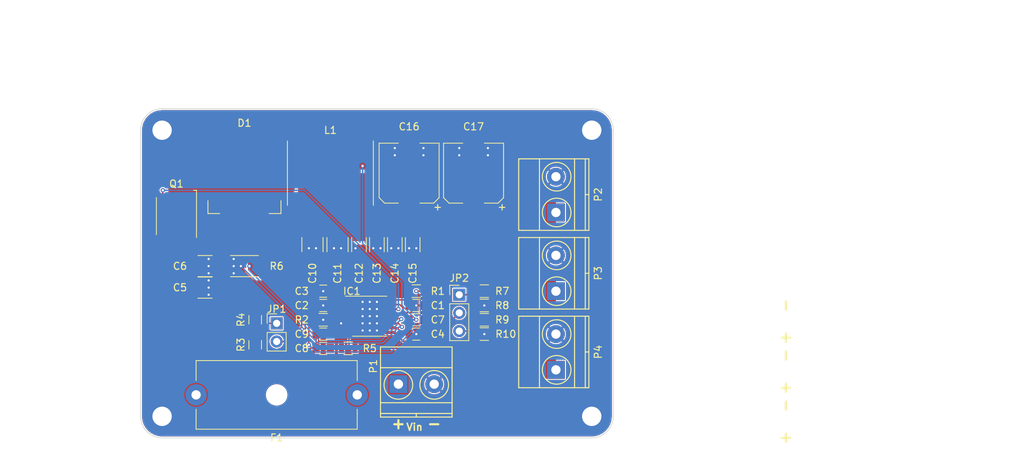
<source format=kicad_pcb>
(kicad_pcb (version 4) (host pcbnew 4.0.6)

  (general
    (links 0)
    (no_connects 1)
    (area 81.949999 61.949999 148.050001 108.050001)
    (thickness 1.6)
    (drawings 20)
    (tracks 154)
    (zones 0)
    (modules 71)
    (nets 21)
  )

  (page A)
  (layers
    (0 F.Cu signal)
    (31 B.Cu signal)
    (32 B.Adhes user)
    (33 F.Adhes user)
    (34 B.Paste user)
    (35 F.Paste user)
    (36 B.SilkS user)
    (37 F.SilkS user)
    (38 B.Mask user)
    (39 F.Mask user)
    (40 Dwgs.User user)
    (41 Cmts.User user)
    (42 Eco1.User user)
    (43 Eco2.User user)
    (44 Edge.Cuts user)
    (45 Margin user)
    (46 B.CrtYd user)
    (47 F.CrtYd user)
    (48 B.Fab user)
    (49 F.Fab user hide)
  )

  (setup
    (last_trace_width 0.2)
    (trace_clearance 0.15)
    (zone_clearance 0.5)
    (zone_45_only yes)
    (trace_min 0.2)
    (segment_width 0.2)
    (edge_width 0.1)
    (via_size 0.6)
    (via_drill 0.3)
    (via_min_size 0.4)
    (via_min_drill 0.3)
    (uvia_size 0.3)
    (uvia_drill 0.1)
    (uvias_allowed no)
    (uvia_min_size 0.2)
    (uvia_min_drill 0.1)
    (pcb_text_width 0.3)
    (pcb_text_size 1.5 1.5)
    (mod_edge_width 0.15)
    (mod_text_size 1 1)
    (mod_text_width 0.15)
    (pad_size 0.6 0.6)
    (pad_drill 0.3)
    (pad_to_mask_clearance 0)
    (aux_axis_origin 82 108)
    (visible_elements 7FFFFF7F)
    (pcbplotparams
      (layerselection 0x00030_80000001)
      (usegerberextensions false)
      (excludeedgelayer true)
      (linewidth 0.100000)
      (plotframeref false)
      (viasonmask false)
      (mode 1)
      (useauxorigin false)
      (hpglpennumber 1)
      (hpglpenspeed 20)
      (hpglpendiameter 15)
      (hpglpenoverlay 2)
      (psnegative false)
      (psa4output false)
      (plotreference true)
      (plotvalue true)
      (plotinvisibletext false)
      (padsonsilk false)
      (subtractmaskfromsilk false)
      (outputformat 1)
      (mirror false)
      (drillshape 1)
      (scaleselection 1)
      (outputdirectory ""))
  )

  (net 0 "")
  (net 1 /VCC)
  (net 2 GND)
  (net 3 /RAMP)
  (net 4 /SS)
  (net 5 /RES)
  (net 6 /Vin)
  (net 7 "Net-(C7-Pad1)")
  (net 8 /SW)
  (net 9 /COMP)
  (net 10 "Net-(C8-Pad2)")
  (net 11 /FB)
  (net 12 /Vout)
  (net 13 /CS)
  (net 14 /EN)
  (net 15 /HG)
  (net 16 /RT)
  (net 17 /EN_UVLO)
  (net 18 /FB_12V)
  (net 19 /FB_24V)
  (net 20 /Vbatt)

  (net_class Default "This is the default net class."
    (clearance 0.15)
    (trace_width 0.2)
    (via_dia 0.6)
    (via_drill 0.3)
    (uvia_dia 0.3)
    (uvia_drill 0.1)
    (add_net /COMP)
    (add_net /CS)
    (add_net /EN)
    (add_net /EN_UVLO)
    (add_net /FB)
    (add_net /FB_12V)
    (add_net /FB_24V)
    (add_net /HG)
    (add_net /RAMP)
    (add_net /RES)
    (add_net /RT)
    (add_net /SS)
    (add_net /SW)
    (add_net /VCC)
    (add_net /Vbatt)
    (add_net /Vin)
    (add_net /Vout)
    (add_net GND)
    (add_net "Net-(C7-Pad1)")
    (add_net "Net-(C8-Pad2)")
  )

  (module Buck_Converter:VIA_0.3_0.6 (layer F.Cu) (tedit 58FE59B3) (tstamp 58FE5B5B)
    (at 95 83)
    (fp_text reference REF** (at 0 -1) (layer F.SilkS) hide
      (effects (font (size 1 1) (thickness 0.15)))
    )
    (fp_text value VIA_0.3_0.6 (at 0 0) (layer F.Fab) hide
      (effects (font (size 1 1) (thickness 0.15)))
    )
    (pad 1 thru_hole circle (at 0 0) (size 0.6 0.6) (drill 0.3) (layers *.Cu *.Mask)
      (net 2 GND) (zone_connect 2))
  )

  (module Buck_Converter:VIA_0.3_0.6 (layer F.Cu) (tedit 58FE59B3) (tstamp 58FE5B57)
    (at 95 85)
    (fp_text reference REF** (at 0 -1) (layer F.SilkS) hide
      (effects (font (size 1 1) (thickness 0.15)))
    )
    (fp_text value VIA_0.3_0.6 (at 0 0) (layer F.Fab) hide
      (effects (font (size 1 1) (thickness 0.15)))
    )
    (pad 1 thru_hole circle (at 0 0) (size 0.6 0.6) (drill 0.3) (layers *.Cu *.Mask)
      (net 2 GND) (zone_connect 2))
  )

  (module Buck_Converter:VIA_0.3_0.6 (layer F.Cu) (tedit 58FE59B3) (tstamp 58FE5B52)
    (at 91.5 88)
    (fp_text reference REF** (at 0 -1) (layer F.SilkS) hide
      (effects (font (size 1 1) (thickness 0.15)))
    )
    (fp_text value VIA_0.3_0.6 (at 0 0) (layer F.Fab) hide
      (effects (font (size 1 1) (thickness 0.15)))
    )
    (pad 1 thru_hole circle (at 0 0) (size 0.6 0.6) (drill 0.3) (layers *.Cu *.Mask)
      (net 2 GND) (zone_connect 2))
  )

  (module Buck_Converter:VIA_0.3_0.6 (layer F.Cu) (tedit 58FE59B3) (tstamp 58FE5B4E)
    (at 91.5 86)
    (fp_text reference REF** (at 0 -1) (layer F.SilkS) hide
      (effects (font (size 1 1) (thickness 0.15)))
    )
    (fp_text value VIA_0.3_0.6 (at 0 0) (layer F.Fab) hide
      (effects (font (size 1 1) (thickness 0.15)))
    )
    (pad 1 thru_hole circle (at 0 0) (size 0.6 0.6) (drill 0.3) (layers *.Cu *.Mask)
      (net 2 GND) (zone_connect 2))
  )

  (module Buck_Converter:VIA_0.3_0.6 (layer F.Cu) (tedit 58FE59B3) (tstamp 58FE5B4A)
    (at 91.5 83)
    (fp_text reference REF** (at 0 -1) (layer F.SilkS) hide
      (effects (font (size 1 1) (thickness 0.15)))
    )
    (fp_text value VIA_0.3_0.6 (at 0 0) (layer F.Fab) hide
      (effects (font (size 1 1) (thickness 0.15)))
    )
    (pad 1 thru_hole circle (at 0 0) (size 0.6 0.6) (drill 0.3) (layers *.Cu *.Mask)
      (net 2 GND) (zone_connect 2))
  )

  (module Buck_Converter:VIA_0.3_0.6 (layer F.Cu) (tedit 58FE59B3) (tstamp 58FE5B34)
    (at 91.5 84)
    (fp_text reference REF** (at 0 -1) (layer F.SilkS) hide
      (effects (font (size 1 1) (thickness 0.15)))
    )
    (fp_text value VIA_0.3_0.6 (at 0 0) (layer F.Fab) hide
      (effects (font (size 1 1) (thickness 0.15)))
    )
    (pad 1 thru_hole circle (at 0 0) (size 0.6 0.6) (drill 0.3) (layers *.Cu *.Mask)
      (net 2 GND) (zone_connect 2))
  )

  (module Buck_Converter:VIA_0.3_0.6 (layer F.Cu) (tedit 58FE59B3) (tstamp 58FE5B0C)
    (at 130.5 68.5 270)
    (fp_text reference REF** (at 0 -1 270) (layer F.SilkS) hide
      (effects (font (size 1 1) (thickness 0.15)))
    )
    (fp_text value VIA_0.3_0.6 (at 0 0 270) (layer F.Fab) hide
      (effects (font (size 1 1) (thickness 0.15)))
    )
    (pad 1 thru_hole circle (at 0 0 270) (size 0.6 0.6) (drill 0.3) (layers *.Cu *.Mask)
      (net 2 GND) (zone_connect 2))
  )

  (module Buck_Converter:VIA_0.3_0.6 (layer F.Cu) (tedit 58FE59B3) (tstamp 58FE5B08)
    (at 130.5 67.5 270)
    (fp_text reference REF** (at 0 -1 270) (layer F.SilkS) hide
      (effects (font (size 1 1) (thickness 0.15)))
    )
    (fp_text value VIA_0.3_0.6 (at 0 0 270) (layer F.Fab) hide
      (effects (font (size 1 1) (thickness 0.15)))
    )
    (pad 1 thru_hole circle (at 0 0 270) (size 0.6 0.6) (drill 0.3) (layers *.Cu *.Mask)
      (net 2 GND) (zone_connect 2))
  )

  (module Buck_Converter:VIA_0.3_0.6 (layer F.Cu) (tedit 58FE59B3) (tstamp 58FE5B04)
    (at 126.5 68.5 270)
    (fp_text reference REF** (at 0 -1 270) (layer F.SilkS) hide
      (effects (font (size 1 1) (thickness 0.15)))
    )
    (fp_text value VIA_0.3_0.6 (at 0 0 270) (layer F.Fab) hide
      (effects (font (size 1 1) (thickness 0.15)))
    )
    (pad 1 thru_hole circle (at 0 0 270) (size 0.6 0.6) (drill 0.3) (layers *.Cu *.Mask)
      (net 2 GND) (zone_connect 2))
  )

  (module Buck_Converter:VIA_0.3_0.6 (layer F.Cu) (tedit 58FE59B3) (tstamp 58FE5B00)
    (at 126.5 67.5 270)
    (fp_text reference REF** (at 0 -1 270) (layer F.SilkS) hide
      (effects (font (size 1 1) (thickness 0.15)))
    )
    (fp_text value VIA_0.3_0.6 (at 0 0 270) (layer F.Fab) hide
      (effects (font (size 1 1) (thickness 0.15)))
    )
    (pad 1 thru_hole circle (at 0 0 270) (size 0.6 0.6) (drill 0.3) (layers *.Cu *.Mask)
      (net 2 GND) (zone_connect 2))
  )

  (module Buck_Converter:VIA_0.3_0.6 (layer F.Cu) (tedit 58FE59B3) (tstamp 58FE5AFC)
    (at 121.5 68.5 270)
    (fp_text reference REF** (at 0 -1 270) (layer F.SilkS) hide
      (effects (font (size 1 1) (thickness 0.15)))
    )
    (fp_text value VIA_0.3_0.6 (at 0 0 270) (layer F.Fab) hide
      (effects (font (size 1 1) (thickness 0.15)))
    )
    (pad 1 thru_hole circle (at 0 0 270) (size 0.6 0.6) (drill 0.3) (layers *.Cu *.Mask)
      (net 2 GND) (zone_connect 2))
  )

  (module Buck_Converter:VIA_0.3_0.6 (layer F.Cu) (tedit 58FE59B3) (tstamp 58FE5AF8)
    (at 121.5 67.5 270)
    (fp_text reference REF** (at 0 -1 270) (layer F.SilkS) hide
      (effects (font (size 1 1) (thickness 0.15)))
    )
    (fp_text value VIA_0.3_0.6 (at 0 0 270) (layer F.Fab) hide
      (effects (font (size 1 1) (thickness 0.15)))
    )
    (pad 1 thru_hole circle (at 0 0 270) (size 0.6 0.6) (drill 0.3) (layers *.Cu *.Mask)
      (net 2 GND) (zone_connect 2))
  )

  (module Buck_Converter:VIA_0.3_0.6 (layer F.Cu) (tedit 58FE59B3) (tstamp 58FE5AF4)
    (at 117.5 68.5 270)
    (fp_text reference REF** (at 0 -1 270) (layer F.SilkS) hide
      (effects (font (size 1 1) (thickness 0.15)))
    )
    (fp_text value VIA_0.3_0.6 (at 0 0 270) (layer F.Fab) hide
      (effects (font (size 1 1) (thickness 0.15)))
    )
    (pad 1 thru_hole circle (at 0 0 270) (size 0.6 0.6) (drill 0.3) (layers *.Cu *.Mask)
      (net 2 GND) (zone_connect 2))
  )

  (module Buck_Converter:VIA_0.3_0.6 (layer F.Cu) (tedit 58FE59B3) (tstamp 58FE5AF0)
    (at 117.5 67.5 270)
    (fp_text reference REF** (at 0 -1 270) (layer F.SilkS) hide
      (effects (font (size 1 1) (thickness 0.15)))
    )
    (fp_text value VIA_0.3_0.6 (at 0 0 270) (layer F.Fab) hide
      (effects (font (size 1 1) (thickness 0.15)))
    )
    (pad 1 thru_hole circle (at 0 0 270) (size 0.6 0.6) (drill 0.3) (layers *.Cu *.Mask)
      (net 2 GND) (zone_connect 2))
  )

  (module Buck_Converter:VIA_0.3_0.6 (layer F.Cu) (tedit 58FE59B3) (tstamp 58FE5A77)
    (at 120.5 81.5)
    (fp_text reference REF** (at 0 -1) (layer F.SilkS) hide
      (effects (font (size 1 1) (thickness 0.15)))
    )
    (fp_text value VIA_0.3_0.6 (at 0 0) (layer F.Fab) hide
      (effects (font (size 1 1) (thickness 0.15)))
    )
    (pad 1 thru_hole circle (at 0 0) (size 0.6 0.6) (drill 0.3) (layers *.Cu *.Mask)
      (net 2 GND) (zone_connect 2))
  )

  (module Buck_Converter:VIA_0.3_0.6 (layer F.Cu) (tedit 58FE59B3) (tstamp 58FE5A73)
    (at 119.5 81.5)
    (fp_text reference REF** (at 0 -1) (layer F.SilkS) hide
      (effects (font (size 1 1) (thickness 0.15)))
    )
    (fp_text value VIA_0.3_0.6 (at 0 0) (layer F.Fab) hide
      (effects (font (size 1 1) (thickness 0.15)))
    )
    (pad 1 thru_hole circle (at 0 0) (size 0.6 0.6) (drill 0.3) (layers *.Cu *.Mask)
      (net 2 GND) (zone_connect 2))
  )

  (module Buck_Converter:VIA_0.3_0.6 (layer F.Cu) (tedit 58FE59B3) (tstamp 58FE5A6F)
    (at 118 81.5)
    (fp_text reference REF** (at 0 -1) (layer F.SilkS) hide
      (effects (font (size 1 1) (thickness 0.15)))
    )
    (fp_text value VIA_0.3_0.6 (at 0 0) (layer F.Fab) hide
      (effects (font (size 1 1) (thickness 0.15)))
    )
    (pad 1 thru_hole circle (at 0 0) (size 0.6 0.6) (drill 0.3) (layers *.Cu *.Mask)
      (net 2 GND) (zone_connect 2))
  )

  (module Buck_Converter:VIA_0.3_0.6 (layer F.Cu) (tedit 58FE59B3) (tstamp 58FE5A6B)
    (at 117 81.5)
    (fp_text reference REF** (at 0 -1) (layer F.SilkS) hide
      (effects (font (size 1 1) (thickness 0.15)))
    )
    (fp_text value VIA_0.3_0.6 (at 0 0) (layer F.Fab) hide
      (effects (font (size 1 1) (thickness 0.15)))
    )
    (pad 1 thru_hole circle (at 0 0) (size 0.6 0.6) (drill 0.3) (layers *.Cu *.Mask)
      (net 2 GND) (zone_connect 2))
  )

  (module Buck_Converter:VIA_0.3_0.6 (layer F.Cu) (tedit 58FE59B3) (tstamp 58FE5A67)
    (at 115.5 81.5)
    (fp_text reference REF** (at 0 -1) (layer F.SilkS) hide
      (effects (font (size 1 1) (thickness 0.15)))
    )
    (fp_text value VIA_0.3_0.6 (at 0 0) (layer F.Fab) hide
      (effects (font (size 1 1) (thickness 0.15)))
    )
    (pad 1 thru_hole circle (at 0 0) (size 0.6 0.6) (drill 0.3) (layers *.Cu *.Mask)
      (net 2 GND) (zone_connect 2))
  )

  (module Buck_Converter:VIA_0.3_0.6 (layer F.Cu) (tedit 58FE59B3) (tstamp 58FE5A63)
    (at 114.5 81.5)
    (fp_text reference REF** (at 0 -1) (layer F.SilkS) hide
      (effects (font (size 1 1) (thickness 0.15)))
    )
    (fp_text value VIA_0.3_0.6 (at 0 0) (layer F.Fab) hide
      (effects (font (size 1 1) (thickness 0.15)))
    )
    (pad 1 thru_hole circle (at 0 0) (size 0.6 0.6) (drill 0.3) (layers *.Cu *.Mask)
      (net 2 GND) (zone_connect 2))
  )

  (module Buck_Converter:VIA_0.3_0.6 (layer F.Cu) (tedit 58FE59B3) (tstamp 58FE5A5F)
    (at 112 81.5)
    (fp_text reference REF** (at 0 -1) (layer F.SilkS) hide
      (effects (font (size 1 1) (thickness 0.15)))
    )
    (fp_text value VIA_0.3_0.6 (at 0 0) (layer F.Fab) hide
      (effects (font (size 1 1) (thickness 0.15)))
    )
    (pad 1 thru_hole circle (at 0 0) (size 0.6 0.6) (drill 0.3) (layers *.Cu *.Mask)
      (net 2 GND) (zone_connect 2))
  )

  (module Buck_Converter:VIA_0.3_0.6 (layer F.Cu) (tedit 58FE59B3) (tstamp 58FE5A5B)
    (at 110 81.5)
    (fp_text reference REF** (at 0 -1) (layer F.SilkS) hide
      (effects (font (size 1 1) (thickness 0.15)))
    )
    (fp_text value VIA_0.3_0.6 (at 0 0) (layer F.Fab) hide
      (effects (font (size 1 1) (thickness 0.15)))
    )
    (pad 1 thru_hole circle (at 0 0) (size 0.6 0.6) (drill 0.3) (layers *.Cu *.Mask)
      (net 2 GND) (zone_connect 2))
  )

  (module Buck_Converter:VIA_0.3_0.6 (layer F.Cu) (tedit 58FE59B3) (tstamp 58FE5A57)
    (at 109 81.5)
    (fp_text reference REF** (at 0 -1) (layer F.SilkS) hide
      (effects (font (size 1 1) (thickness 0.15)))
    )
    (fp_text value VIA_0.3_0.6 (at 0 0) (layer F.Fab) hide
      (effects (font (size 1 1) (thickness 0.15)))
    )
    (pad 1 thru_hole circle (at 0 0) (size 0.6 0.6) (drill 0.3) (layers *.Cu *.Mask)
      (net 2 GND) (zone_connect 2))
  )

  (module Buck_Converter:VIA_0.3_0.6 (layer F.Cu) (tedit 58FE59B3) (tstamp 58FE5A53)
    (at 106.5 81.5)
    (fp_text reference REF** (at 0 -1) (layer F.SilkS) hide
      (effects (font (size 1 1) (thickness 0.15)))
    )
    (fp_text value VIA_0.3_0.6 (at 0 0) (layer F.Fab) hide
      (effects (font (size 1 1) (thickness 0.15)))
    )
    (pad 1 thru_hole circle (at 0 0) (size 0.6 0.6) (drill 0.3) (layers *.Cu *.Mask)
      (net 2 GND) (zone_connect 2))
  )

  (module Buck_Converter:VIA_0.3_0.6 (layer F.Cu) (tedit 58FE59B3) (tstamp 58FE5A4F)
    (at 105.5 81.5)
    (fp_text reference REF** (at 0 -1) (layer F.SilkS) hide
      (effects (font (size 1 1) (thickness 0.15)))
    )
    (fp_text value VIA_0.3_0.6 (at 0 0) (layer F.Fab) hide
      (effects (font (size 1 1) (thickness 0.15)))
    )
    (pad 1 thru_hole circle (at 0 0) (size 0.6 0.6) (drill 0.3) (layers *.Cu *.Mask)
      (net 2 GND) (zone_connect 2))
  )

  (module Buck_Converter:VIA_0.3_0.6 (layer F.Cu) (tedit 58FE59B3) (tstamp 58FE5A26)
    (at 95 84)
    (fp_text reference REF** (at 0 -1) (layer F.SilkS) hide
      (effects (font (size 1 1) (thickness 0.15)))
    )
    (fp_text value VIA_0.3_0.6 (at 0 0) (layer F.Fab) hide
      (effects (font (size 1 1) (thickness 0.15)))
    )
    (pad 1 thru_hole circle (at 0 0) (size 0.6 0.6) (drill 0.3) (layers *.Cu *.Mask)
      (net 2 GND) (zone_connect 2))
  )

  (module Buck_Converter:VIA_0.3_0.6 (layer F.Cu) (tedit 58FE59B3) (tstamp 58FE5A22)
    (at 91.5 85)
    (fp_text reference REF** (at 0 -1) (layer F.SilkS) hide
      (effects (font (size 1 1) (thickness 0.15)))
    )
    (fp_text value VIA_0.3_0.6 (at 0 0) (layer F.Fab) hide
      (effects (font (size 1 1) (thickness 0.15)))
    )
    (pad 1 thru_hole circle (at 0 0) (size 0.6 0.6) (drill 0.3) (layers *.Cu *.Mask)
      (net 2 GND) (zone_connect 2))
  )

  (module Buck_Converter:VIA_0.3_0.6 (layer F.Cu) (tedit 58FE59B3) (tstamp 58FE5A1E)
    (at 91.5 87)
    (fp_text reference REF** (at 0 -1) (layer F.SilkS) hide
      (effects (font (size 1 1) (thickness 0.15)))
    )
    (fp_text value VIA_0.3_0.6 (at 0 0) (layer F.Fab) hide
      (effects (font (size 1 1) (thickness 0.15)))
    )
    (pad 1 thru_hole circle (at 0 0) (size 0.6 0.6) (drill 0.3) (layers *.Cu *.Mask)
      (net 2 GND) (zone_connect 2))
  )

  (module VIA_0.3_0.6 (layer F.Cu) (tedit 58FE5B7C) (tstamp 58FE588F)
    (at 96 84)
    (fp_text reference REF** (at 0 -1) (layer F.SilkS) hide
      (effects (font (size 1 1) (thickness 0.15)))
    )
    (fp_text value VIA_0.3_0.6 (at 0 0) (layer F.Fab) hide
      (effects (font (size 1 1) (thickness 0.15)))
    )
    (pad 1 thru_hole circle (at 0 0) (size 0.6 0.6) (drill 0.3) (layers *.Cu *.Mask)
      (net 2 GND) (zone_connect 2))
  )

  (module Resistors_SMD:R_0805 (layer F.Cu) (tedit 58E0A804) (tstamp 58FAC4F1)
    (at 111 95.5 180)
    (descr "Resistor SMD 0805, reflow soldering, Vishay (see dcrcw.pdf)")
    (tags "resistor 0805")
    (path /58B6404E)
    (attr smd)
    (fp_text reference R5 (at -3 0 180) (layer F.SilkS)
      (effects (font (size 1 1) (thickness 0.15)))
    )
    (fp_text value 40.2k (at 0 1.75 180) (layer F.Fab)
      (effects (font (size 1 1) (thickness 0.15)))
    )
    (fp_text user %R (at 0 0 180) (layer F.Fab)
      (effects (font (size 0.5 0.5) (thickness 0.075)))
    )
    (fp_line (start -1 0.62) (end -1 -0.62) (layer F.Fab) (width 0.1))
    (fp_line (start 1 0.62) (end -1 0.62) (layer F.Fab) (width 0.1))
    (fp_line (start 1 -0.62) (end 1 0.62) (layer F.Fab) (width 0.1))
    (fp_line (start -1 -0.62) (end 1 -0.62) (layer F.Fab) (width 0.1))
    (fp_line (start 0.6 0.88) (end -0.6 0.88) (layer F.SilkS) (width 0.12))
    (fp_line (start -0.6 -0.88) (end 0.6 -0.88) (layer F.SilkS) (width 0.12))
    (fp_line (start -1.55 -0.9) (end 1.55 -0.9) (layer F.CrtYd) (width 0.05))
    (fp_line (start -1.55 -0.9) (end -1.55 0.9) (layer F.CrtYd) (width 0.05))
    (fp_line (start 1.55 0.9) (end 1.55 -0.9) (layer F.CrtYd) (width 0.05))
    (fp_line (start 1.55 0.9) (end -1.55 0.9) (layer F.CrtYd) (width 0.05))
    (pad 1 smd rect (at -0.95 0 180) (size 0.7 1.3) (layers F.Cu F.Paste F.Mask)
      (net 11 /FB))
    (pad 2 smd rect (at 0.95 0 180) (size 0.7 1.3) (layers F.Cu F.Paste F.Mask)
      (net 10 "Net-(C8-Pad2)"))
    (model ${KISYS3DMOD}/Resistors_SMD.3dshapes/R_0805.wrl
      (at (xyz 0 0 0))
      (scale (xyz 1 1 1))
      (rotate (xyz 0 0 0))
    )
  )

  (module Mounting_Holes:MountingHole_2.7mm_M2.5_ISO7380_Pad (layer F.Cu) (tedit 58FBF1F2) (tstamp 58FBF267)
    (at 145 65)
    (descr "Mounting Hole 2.7mm, M2.5, ISO7380")
    (tags "mounting hole 2.7mm m2.5 iso7380")
    (fp_text reference REF** (at 0 -3.25) (layer F.SilkS) hide
      (effects (font (size 1 1) (thickness 0.15)))
    )
    (fp_text value MountingHole_2.7mm_M2.5_ISO7380_Pad (at 0 3.25) (layer F.Fab)
      (effects (font (size 1 1) (thickness 0.15)))
    )
    (fp_circle (center 0 0) (end 2.25 0) (layer Cmts.User) (width 0.15))
    (fp_circle (center 0 0) (end 2.5 0) (layer F.CrtYd) (width 0.05))
    (pad 1 thru_hole circle (at 0 0) (size 4.5 4.5) (drill 2.7) (layers *.Cu *.Mask)
      (net 2 GND) (zone_connect 2))
  )

  (module Mounting_Holes:MountingHole_2.7mm_M2.5_ISO7380_Pad (layer F.Cu) (tedit 58FBF1F2) (tstamp 58FBF261)
    (at 145 105)
    (descr "Mounting Hole 2.7mm, M2.5, ISO7380")
    (tags "mounting hole 2.7mm m2.5 iso7380")
    (fp_text reference REF** (at 0 -3.25) (layer F.SilkS) hide
      (effects (font (size 1 1) (thickness 0.15)))
    )
    (fp_text value MountingHole_2.7mm_M2.5_ISO7380_Pad (at 0 3.25) (layer F.Fab)
      (effects (font (size 1 1) (thickness 0.15)))
    )
    (fp_circle (center 0 0) (end 2.25 0) (layer Cmts.User) (width 0.15))
    (fp_circle (center 0 0) (end 2.5 0) (layer F.CrtYd) (width 0.05))
    (pad 1 thru_hole circle (at 0 0) (size 4.5 4.5) (drill 2.7) (layers *.Cu *.Mask)
      (net 2 GND) (zone_connect 2))
  )

  (module Mounting_Holes:MountingHole_2.7mm_M2.5_ISO7380_Pad (layer F.Cu) (tedit 58FBF1F2) (tstamp 58FBF25B)
    (at 85 105)
    (descr "Mounting Hole 2.7mm, M2.5, ISO7380")
    (tags "mounting hole 2.7mm m2.5 iso7380")
    (fp_text reference REF** (at 0 -3.25) (layer F.SilkS) hide
      (effects (font (size 1 1) (thickness 0.15)))
    )
    (fp_text value MountingHole_2.7mm_M2.5_ISO7380_Pad (at 0 3.25) (layer F.Fab)
      (effects (font (size 1 1) (thickness 0.15)))
    )
    (fp_circle (center 0 0) (end 2.25 0) (layer Cmts.User) (width 0.15))
    (fp_circle (center 0 0) (end 2.5 0) (layer F.CrtYd) (width 0.05))
    (pad 1 thru_hole circle (at 0 0) (size 4.5 4.5) (drill 2.7) (layers *.Cu *.Mask)
      (net 2 GND) (zone_connect 2))
  )

  (module TO_SOT_Packages_SMD:TO-263-3Lead (layer F.Cu) (tedit 58FB9308) (tstamp 58FAC472)
    (at 96.5 74.5 90)
    (descr "D2PAK / TO-263 3-lead smd package")
    (tags "D2PAK D2PAK-3 TO-263AB TO-263")
    (path /58B6402B)
    (attr smd)
    (fp_text reference D1 (at 10.5 0 360) (layer F.SilkS)
      (effects (font (size 1 1) (thickness 0.15)))
    )
    (fp_text value STPS20M100SG (at 0 6.45 270) (layer F.Fab)
      (effects (font (size 1 1) (thickness 0.15)))
    )
    (fp_text user %R (at 3.05 0 90) (layer F.Fab)
      (effects (font (size 1 1) (thickness 0.15)))
    )
    (fp_line (start -2.15 3.45) (end -2.15 5.1) (layer F.SilkS) (width 0.12))
    (fp_line (start -2.15 5.1) (end -0.35 5.1) (layer F.SilkS) (width 0.12))
    (fp_line (start -0.35 -5.1) (end -2.15 -5.1) (layer F.SilkS) (width 0.12))
    (fp_line (start -2.15 -5.1) (end -2.15 -3.45) (layer F.SilkS) (width 0.12))
    (fp_line (start 6.95 5) (end 8.15 5) (layer F.Fab) (width 0.1))
    (fp_line (start 8.15 5) (end 8.15 -5) (layer F.Fab) (width 0.1))
    (fp_line (start 8.15 -5) (end 6.95 -5) (layer F.Fab) (width 0.1))
    (fp_line (start -2.05 -5) (end -2.05 5) (layer F.Fab) (width 0.1))
    (fp_line (start -2.05 5) (end 6.95 5) (layer F.Fab) (width 0.1))
    (fp_line (start 6.95 5) (end 6.95 -5) (layer F.Fab) (width 0.1))
    (fp_line (start 6.95 -5) (end -2.05 -5) (layer F.Fab) (width 0.1))
    (fp_line (start 9.55 5.65) (end -7.15 5.65) (layer F.CrtYd) (width 0.05))
    (fp_line (start 9.55 -5.65) (end 9.55 5.65) (layer F.CrtYd) (width 0.05))
    (fp_line (start 9.55 -5.65) (end -7.15 -5.65) (layer F.CrtYd) (width 0.05))
    (fp_line (start -7.15 -5.65) (end -7.15 5.65) (layer F.CrtYd) (width 0.05))
    (pad 2 smd rect (at 4.58 0 90) (size 9.4 10.8) (layers F.Cu F.Paste F.Mask)
      (net 8 /SW))
    (pad 3 smd rect (at -4.58 2.54 90) (size 4.6 1.39) (layers F.Cu F.Paste F.Mask)
      (net 13 /CS))
    (pad 1 smd rect (at -4.58 -2.54 90) (size 4.6 1.39) (layers F.Cu F.Paste F.Mask)
      (net 13 /CS))
    (model ${KISYS3DMOD}/TO_SOT_Packages_SMD.3dshapes/TO-263-3Lead.wrl
      (at (xyz -0.18 0 0))
      (scale (xyz 1 1 1))
      (rotate (xyz 0 0 90))
    )
  )

  (module Capacitors_SMD:C_0805 (layer F.Cu) (tedit 58AA8463) (tstamp 58FAC40A)
    (at 120.5 89.5)
    (descr "Capacitor SMD 0805, reflow soldering, AVX (see smccp.pdf)")
    (tags "capacitor 0805")
    (path /58B64010)
    (attr smd)
    (fp_text reference C1 (at 3 0) (layer F.SilkS)
      (effects (font (size 1 1) (thickness 0.15)))
    )
    (fp_text value 470nF (at 0 1.75) (layer F.Fab)
      (effects (font (size 1 1) (thickness 0.15)))
    )
    (fp_text user %R (at 0 -1.5) (layer F.Fab)
      (effects (font (size 1 1) (thickness 0.15)))
    )
    (fp_line (start -1 0.62) (end -1 -0.62) (layer F.Fab) (width 0.1))
    (fp_line (start 1 0.62) (end -1 0.62) (layer F.Fab) (width 0.1))
    (fp_line (start 1 -0.62) (end 1 0.62) (layer F.Fab) (width 0.1))
    (fp_line (start -1 -0.62) (end 1 -0.62) (layer F.Fab) (width 0.1))
    (fp_line (start 0.5 -0.85) (end -0.5 -0.85) (layer F.SilkS) (width 0.12))
    (fp_line (start -0.5 0.85) (end 0.5 0.85) (layer F.SilkS) (width 0.12))
    (fp_line (start -1.75 -0.88) (end 1.75 -0.88) (layer F.CrtYd) (width 0.05))
    (fp_line (start -1.75 -0.88) (end -1.75 0.87) (layer F.CrtYd) (width 0.05))
    (fp_line (start 1.75 0.87) (end 1.75 -0.88) (layer F.CrtYd) (width 0.05))
    (fp_line (start 1.75 0.87) (end -1.75 0.87) (layer F.CrtYd) (width 0.05))
    (pad 1 smd rect (at -1 0) (size 1 1.25) (layers F.Cu F.Paste F.Mask)
      (net 1 /VCC))
    (pad 2 smd rect (at 1 0) (size 1 1.25) (layers F.Cu F.Paste F.Mask)
      (net 2 GND))
    (model Capacitors_SMD.3dshapes/C_0805.wrl
      (at (xyz 0 0 0))
      (scale (xyz 1 1 1))
      (rotate (xyz 0 0 0))
    )
  )

  (module Capacitors_SMD:C_0805 (layer F.Cu) (tedit 58AA8463) (tstamp 58FAC410)
    (at 107.5 89.5 180)
    (descr "Capacitor SMD 0805, reflow soldering, AVX (see smccp.pdf)")
    (tags "capacitor 0805")
    (path /58B64003)
    (attr smd)
    (fp_text reference C2 (at 3 0 180) (layer F.SilkS)
      (effects (font (size 1 1) (thickness 0.15)))
    )
    (fp_text value 820pF (at 0 1.75 180) (layer F.Fab)
      (effects (font (size 1 1) (thickness 0.15)))
    )
    (fp_text user %R (at 0 -1.5 180) (layer F.Fab)
      (effects (font (size 1 1) (thickness 0.15)))
    )
    (fp_line (start -1 0.62) (end -1 -0.62) (layer F.Fab) (width 0.1))
    (fp_line (start 1 0.62) (end -1 0.62) (layer F.Fab) (width 0.1))
    (fp_line (start 1 -0.62) (end 1 0.62) (layer F.Fab) (width 0.1))
    (fp_line (start -1 -0.62) (end 1 -0.62) (layer F.Fab) (width 0.1))
    (fp_line (start 0.5 -0.85) (end -0.5 -0.85) (layer F.SilkS) (width 0.12))
    (fp_line (start -0.5 0.85) (end 0.5 0.85) (layer F.SilkS) (width 0.12))
    (fp_line (start -1.75 -0.88) (end 1.75 -0.88) (layer F.CrtYd) (width 0.05))
    (fp_line (start -1.75 -0.88) (end -1.75 0.87) (layer F.CrtYd) (width 0.05))
    (fp_line (start 1.75 0.87) (end 1.75 -0.88) (layer F.CrtYd) (width 0.05))
    (fp_line (start 1.75 0.87) (end -1.75 0.87) (layer F.CrtYd) (width 0.05))
    (pad 1 smd rect (at -1 0 180) (size 1 1.25) (layers F.Cu F.Paste F.Mask)
      (net 3 /RAMP))
    (pad 2 smd rect (at 1 0 180) (size 1 1.25) (layers F.Cu F.Paste F.Mask)
      (net 2 GND))
    (model Capacitors_SMD.3dshapes/C_0805.wrl
      (at (xyz 0 0 0))
      (scale (xyz 1 1 1))
      (rotate (xyz 0 0 0))
    )
  )

  (module Capacitors_SMD:C_0805 (layer F.Cu) (tedit 58AA8463) (tstamp 58FAC416)
    (at 107.5 87.5 180)
    (descr "Capacitor SMD 0805, reflow soldering, AVX (see smccp.pdf)")
    (tags "capacitor 0805")
    (path /58B63FE9)
    (attr smd)
    (fp_text reference C3 (at 3 0 180) (layer F.SilkS)
      (effects (font (size 1 1) (thickness 0.15)))
    )
    (fp_text value 10nF (at 0 1.75 180) (layer F.Fab)
      (effects (font (size 1 1) (thickness 0.15)))
    )
    (fp_text user %R (at 0 -1.5 180) (layer F.Fab)
      (effects (font (size 1 1) (thickness 0.15)))
    )
    (fp_line (start -1 0.62) (end -1 -0.62) (layer F.Fab) (width 0.1))
    (fp_line (start 1 0.62) (end -1 0.62) (layer F.Fab) (width 0.1))
    (fp_line (start 1 -0.62) (end 1 0.62) (layer F.Fab) (width 0.1))
    (fp_line (start -1 -0.62) (end 1 -0.62) (layer F.Fab) (width 0.1))
    (fp_line (start 0.5 -0.85) (end -0.5 -0.85) (layer F.SilkS) (width 0.12))
    (fp_line (start -0.5 0.85) (end 0.5 0.85) (layer F.SilkS) (width 0.12))
    (fp_line (start -1.75 -0.88) (end 1.75 -0.88) (layer F.CrtYd) (width 0.05))
    (fp_line (start -1.75 -0.88) (end -1.75 0.87) (layer F.CrtYd) (width 0.05))
    (fp_line (start 1.75 0.87) (end 1.75 -0.88) (layer F.CrtYd) (width 0.05))
    (fp_line (start 1.75 0.87) (end -1.75 0.87) (layer F.CrtYd) (width 0.05))
    (pad 1 smd rect (at -1 0 180) (size 1 1.25) (layers F.Cu F.Paste F.Mask)
      (net 4 /SS))
    (pad 2 smd rect (at 1 0 180) (size 1 1.25) (layers F.Cu F.Paste F.Mask)
      (net 2 GND))
    (model Capacitors_SMD.3dshapes/C_0805.wrl
      (at (xyz 0 0 0))
      (scale (xyz 1 1 1))
      (rotate (xyz 0 0 0))
    )
  )

  (module Capacitors_SMD:C_0805 (layer F.Cu) (tedit 58AA8463) (tstamp 58FAC41C)
    (at 120.5 93.5)
    (descr "Capacitor SMD 0805, reflow soldering, AVX (see smccp.pdf)")
    (tags "capacitor 0805")
    (path /58B63FDC)
    (attr smd)
    (fp_text reference C4 (at 3 0) (layer F.SilkS)
      (effects (font (size 1 1) (thickness 0.15)))
    )
    (fp_text value C (at 0 1.75) (layer F.Fab)
      (effects (font (size 1 1) (thickness 0.15)))
    )
    (fp_text user %R (at 0 -1.5) (layer F.Fab)
      (effects (font (size 1 1) (thickness 0.15)))
    )
    (fp_line (start -1 0.62) (end -1 -0.62) (layer F.Fab) (width 0.1))
    (fp_line (start 1 0.62) (end -1 0.62) (layer F.Fab) (width 0.1))
    (fp_line (start 1 -0.62) (end 1 0.62) (layer F.Fab) (width 0.1))
    (fp_line (start -1 -0.62) (end 1 -0.62) (layer F.Fab) (width 0.1))
    (fp_line (start 0.5 -0.85) (end -0.5 -0.85) (layer F.SilkS) (width 0.12))
    (fp_line (start -0.5 0.85) (end 0.5 0.85) (layer F.SilkS) (width 0.12))
    (fp_line (start -1.75 -0.88) (end 1.75 -0.88) (layer F.CrtYd) (width 0.05))
    (fp_line (start -1.75 -0.88) (end -1.75 0.87) (layer F.CrtYd) (width 0.05))
    (fp_line (start 1.75 0.87) (end 1.75 -0.88) (layer F.CrtYd) (width 0.05))
    (fp_line (start 1.75 0.87) (end -1.75 0.87) (layer F.CrtYd) (width 0.05))
    (pad 1 smd rect (at -1 0) (size 1 1.25) (layers F.Cu F.Paste F.Mask)
      (net 5 /RES))
    (pad 2 smd rect (at 1 0) (size 1 1.25) (layers F.Cu F.Paste F.Mask)
      (net 2 GND))
    (model Capacitors_SMD.3dshapes/C_0805.wrl
      (at (xyz 0 0 0))
      (scale (xyz 1 1 1))
      (rotate (xyz 0 0 0))
    )
  )

  (module Capacitors_SMD:C_1210 (layer F.Cu) (tedit 58AA84E2) (tstamp 58FAC422)
    (at 91 87)
    (descr "Capacitor SMD 1210, reflow soldering, AVX (see smccp.pdf)")
    (tags "capacitor 1210")
    (path /58EC80EC)
    (zone_connect 2)
    (attr smd)
    (fp_text reference C5 (at -3.5 0) (layer F.SilkS)
      (effects (font (size 1 1) (thickness 0.15)))
    )
    (fp_text value 2.2uF (at 0 2.5) (layer F.Fab)
      (effects (font (size 1 1) (thickness 0.15)))
    )
    (fp_text user %R (at 0 -2.25) (layer F.Fab)
      (effects (font (size 1 1) (thickness 0.15)))
    )
    (fp_line (start -1.6 1.25) (end -1.6 -1.25) (layer F.Fab) (width 0.1))
    (fp_line (start 1.6 1.25) (end -1.6 1.25) (layer F.Fab) (width 0.1))
    (fp_line (start 1.6 -1.25) (end 1.6 1.25) (layer F.Fab) (width 0.1))
    (fp_line (start -1.6 -1.25) (end 1.6 -1.25) (layer F.Fab) (width 0.1))
    (fp_line (start 1 -1.48) (end -1 -1.48) (layer F.SilkS) (width 0.12))
    (fp_line (start -1 1.48) (end 1 1.48) (layer F.SilkS) (width 0.12))
    (fp_line (start -2.25 -1.5) (end 2.25 -1.5) (layer F.CrtYd) (width 0.05))
    (fp_line (start -2.25 -1.5) (end -2.25 1.5) (layer F.CrtYd) (width 0.05))
    (fp_line (start 2.25 1.5) (end 2.25 -1.5) (layer F.CrtYd) (width 0.05))
    (fp_line (start 2.25 1.5) (end -2.25 1.5) (layer F.CrtYd) (width 0.05))
    (pad 1 smd rect (at -1.5 0) (size 1 2.5) (layers F.Cu F.Paste F.Mask)
      (net 6 /Vin) (zone_connect 2))
    (pad 2 smd rect (at 1.5 0) (size 1 2.5) (layers F.Cu F.Paste F.Mask)
      (net 2 GND) (zone_connect 2))
    (model Capacitors_SMD.3dshapes/C_1210.wrl
      (at (xyz 0 0 0))
      (scale (xyz 1 1 1))
      (rotate (xyz 0 0 0))
    )
  )

  (module Capacitors_SMD:C_1210 (layer F.Cu) (tedit 58AA84E2) (tstamp 58FAC428)
    (at 91 84)
    (descr "Capacitor SMD 1210, reflow soldering, AVX (see smccp.pdf)")
    (tags "capacitor 1210")
    (path /58B64140)
    (zone_connect 2)
    (attr smd)
    (fp_text reference C6 (at -3.5 0) (layer F.SilkS)
      (effects (font (size 1 1) (thickness 0.15)))
    )
    (fp_text value 2.2uF (at 0 2.5) (layer F.Fab)
      (effects (font (size 1 1) (thickness 0.15)))
    )
    (fp_text user %R (at 0 -2.25) (layer F.Fab)
      (effects (font (size 1 1) (thickness 0.15)))
    )
    (fp_line (start -1.6 1.25) (end -1.6 -1.25) (layer F.Fab) (width 0.1))
    (fp_line (start 1.6 1.25) (end -1.6 1.25) (layer F.Fab) (width 0.1))
    (fp_line (start 1.6 -1.25) (end 1.6 1.25) (layer F.Fab) (width 0.1))
    (fp_line (start -1.6 -1.25) (end 1.6 -1.25) (layer F.Fab) (width 0.1))
    (fp_line (start 1 -1.48) (end -1 -1.48) (layer F.SilkS) (width 0.12))
    (fp_line (start -1 1.48) (end 1 1.48) (layer F.SilkS) (width 0.12))
    (fp_line (start -2.25 -1.5) (end 2.25 -1.5) (layer F.CrtYd) (width 0.05))
    (fp_line (start -2.25 -1.5) (end -2.25 1.5) (layer F.CrtYd) (width 0.05))
    (fp_line (start 2.25 1.5) (end 2.25 -1.5) (layer F.CrtYd) (width 0.05))
    (fp_line (start 2.25 1.5) (end -2.25 1.5) (layer F.CrtYd) (width 0.05))
    (pad 1 smd rect (at -1.5 0) (size 1 2.5) (layers F.Cu F.Paste F.Mask)
      (net 6 /Vin) (zone_connect 2))
    (pad 2 smd rect (at 1.5 0) (size 1 2.5) (layers F.Cu F.Paste F.Mask)
      (net 2 GND) (zone_connect 2))
    (model Capacitors_SMD.3dshapes/C_1210.wrl
      (at (xyz 0 0 0))
      (scale (xyz 1 1 1))
      (rotate (xyz 0 0 0))
    )
  )

  (module Capacitors_SMD:C_0805 (layer F.Cu) (tedit 58AA8463) (tstamp 58FAC42E)
    (at 120.5 91.5 180)
    (descr "Capacitor SMD 0805, reflow soldering, AVX (see smccp.pdf)")
    (tags "capacitor 0805")
    (path /58B64024)
    (attr smd)
    (fp_text reference C7 (at -3 0 180) (layer F.SilkS)
      (effects (font (size 1 1) (thickness 0.15)))
    )
    (fp_text value 27nF (at 0 1.75 180) (layer F.Fab)
      (effects (font (size 1 1) (thickness 0.15)))
    )
    (fp_text user %R (at 0 -1.5 180) (layer F.Fab)
      (effects (font (size 1 1) (thickness 0.15)))
    )
    (fp_line (start -1 0.62) (end -1 -0.62) (layer F.Fab) (width 0.1))
    (fp_line (start 1 0.62) (end -1 0.62) (layer F.Fab) (width 0.1))
    (fp_line (start 1 -0.62) (end 1 0.62) (layer F.Fab) (width 0.1))
    (fp_line (start -1 -0.62) (end 1 -0.62) (layer F.Fab) (width 0.1))
    (fp_line (start 0.5 -0.85) (end -0.5 -0.85) (layer F.SilkS) (width 0.12))
    (fp_line (start -0.5 0.85) (end 0.5 0.85) (layer F.SilkS) (width 0.12))
    (fp_line (start -1.75 -0.88) (end 1.75 -0.88) (layer F.CrtYd) (width 0.05))
    (fp_line (start -1.75 -0.88) (end -1.75 0.87) (layer F.CrtYd) (width 0.05))
    (fp_line (start 1.75 0.87) (end 1.75 -0.88) (layer F.CrtYd) (width 0.05))
    (fp_line (start 1.75 0.87) (end -1.75 0.87) (layer F.CrtYd) (width 0.05))
    (pad 1 smd rect (at -1 0 180) (size 1 1.25) (layers F.Cu F.Paste F.Mask)
      (net 7 "Net-(C7-Pad1)"))
    (pad 2 smd rect (at 1 0 180) (size 1 1.25) (layers F.Cu F.Paste F.Mask)
      (net 8 /SW))
    (model Capacitors_SMD.3dshapes/C_0805.wrl
      (at (xyz 0 0 0))
      (scale (xyz 1 1 1))
      (rotate (xyz 0 0 0))
    )
  )

  (module Capacitors_SMD:C_0805 (layer F.Cu) (tedit 58AA8463) (tstamp 58FAC434)
    (at 107.5 95.5)
    (descr "Capacitor SMD 0805, reflow soldering, AVX (see smccp.pdf)")
    (tags "capacitor 0805")
    (path /58B64047)
    (attr smd)
    (fp_text reference C8 (at -3 0) (layer F.SilkS)
      (effects (font (size 1 1) (thickness 0.15)))
    )
    (fp_text value 1.5nF (at 0 1.75) (layer F.Fab)
      (effects (font (size 1 1) (thickness 0.15)))
    )
    (fp_text user %R (at 0 -1.5) (layer F.Fab)
      (effects (font (size 1 1) (thickness 0.15)))
    )
    (fp_line (start -1 0.62) (end -1 -0.62) (layer F.Fab) (width 0.1))
    (fp_line (start 1 0.62) (end -1 0.62) (layer F.Fab) (width 0.1))
    (fp_line (start 1 -0.62) (end 1 0.62) (layer F.Fab) (width 0.1))
    (fp_line (start -1 -0.62) (end 1 -0.62) (layer F.Fab) (width 0.1))
    (fp_line (start 0.5 -0.85) (end -0.5 -0.85) (layer F.SilkS) (width 0.12))
    (fp_line (start -0.5 0.85) (end 0.5 0.85) (layer F.SilkS) (width 0.12))
    (fp_line (start -1.75 -0.88) (end 1.75 -0.88) (layer F.CrtYd) (width 0.05))
    (fp_line (start -1.75 -0.88) (end -1.75 0.87) (layer F.CrtYd) (width 0.05))
    (fp_line (start 1.75 0.87) (end 1.75 -0.88) (layer F.CrtYd) (width 0.05))
    (fp_line (start 1.75 0.87) (end -1.75 0.87) (layer F.CrtYd) (width 0.05))
    (pad 1 smd rect (at -1 0) (size 1 1.25) (layers F.Cu F.Paste F.Mask)
      (net 9 /COMP))
    (pad 2 smd rect (at 1 0) (size 1 1.25) (layers F.Cu F.Paste F.Mask)
      (net 10 "Net-(C8-Pad2)"))
    (model Capacitors_SMD.3dshapes/C_0805.wrl
      (at (xyz 0 0 0))
      (scale (xyz 1 1 1))
      (rotate (xyz 0 0 0))
    )
  )

  (module Capacitors_SMD:C_0805 (layer F.Cu) (tedit 58AA8463) (tstamp 58FAC43A)
    (at 107.5 93.5)
    (descr "Capacitor SMD 0805, reflow soldering, AVX (see smccp.pdf)")
    (tags "capacitor 0805")
    (path /58B64055)
    (attr smd)
    (fp_text reference C9 (at -3 0) (layer F.SilkS)
      (effects (font (size 1 1) (thickness 0.15)))
    )
    (fp_text value 22pF (at 0 1.75) (layer F.Fab)
      (effects (font (size 1 1) (thickness 0.15)))
    )
    (fp_text user %R (at 0 -1.5) (layer F.Fab)
      (effects (font (size 1 1) (thickness 0.15)))
    )
    (fp_line (start -1 0.62) (end -1 -0.62) (layer F.Fab) (width 0.1))
    (fp_line (start 1 0.62) (end -1 0.62) (layer F.Fab) (width 0.1))
    (fp_line (start 1 -0.62) (end 1 0.62) (layer F.Fab) (width 0.1))
    (fp_line (start -1 -0.62) (end 1 -0.62) (layer F.Fab) (width 0.1))
    (fp_line (start 0.5 -0.85) (end -0.5 -0.85) (layer F.SilkS) (width 0.12))
    (fp_line (start -0.5 0.85) (end 0.5 0.85) (layer F.SilkS) (width 0.12))
    (fp_line (start -1.75 -0.88) (end 1.75 -0.88) (layer F.CrtYd) (width 0.05))
    (fp_line (start -1.75 -0.88) (end -1.75 0.87) (layer F.CrtYd) (width 0.05))
    (fp_line (start 1.75 0.87) (end 1.75 -0.88) (layer F.CrtYd) (width 0.05))
    (fp_line (start 1.75 0.87) (end -1.75 0.87) (layer F.CrtYd) (width 0.05))
    (pad 1 smd rect (at -1 0) (size 1 1.25) (layers F.Cu F.Paste F.Mask)
      (net 9 /COMP))
    (pad 2 smd rect (at 1 0) (size 1 1.25) (layers F.Cu F.Paste F.Mask)
      (net 11 /FB))
    (model Capacitors_SMD.3dshapes/C_0805.wrl
      (at (xyz 0 0 0))
      (scale (xyz 1 1 1))
      (rotate (xyz 0 0 0))
    )
  )

  (module Capacitors_SMD:C_1210 (layer F.Cu) (tedit 58AA84E2) (tstamp 58FAC440)
    (at 106 81 270)
    (descr "Capacitor SMD 1210, reflow soldering, AVX (see smccp.pdf)")
    (tags "capacitor 1210")
    (path /58EC9371)
    (zone_connect 2)
    (attr smd)
    (fp_text reference C10 (at 4 0 450) (layer F.SilkS)
      (effects (font (size 1 1) (thickness 0.15)))
    )
    (fp_text value 2.2uF (at 0 2.5 270) (layer F.Fab)
      (effects (font (size 1 1) (thickness 0.15)))
    )
    (fp_text user %R (at 0 -2.25 270) (layer F.Fab)
      (effects (font (size 1 1) (thickness 0.15)))
    )
    (fp_line (start -1.6 1.25) (end -1.6 -1.25) (layer F.Fab) (width 0.1))
    (fp_line (start 1.6 1.25) (end -1.6 1.25) (layer F.Fab) (width 0.1))
    (fp_line (start 1.6 -1.25) (end 1.6 1.25) (layer F.Fab) (width 0.1))
    (fp_line (start -1.6 -1.25) (end 1.6 -1.25) (layer F.Fab) (width 0.1))
    (fp_line (start 1 -1.48) (end -1 -1.48) (layer F.SilkS) (width 0.12))
    (fp_line (start -1 1.48) (end 1 1.48) (layer F.SilkS) (width 0.12))
    (fp_line (start -2.25 -1.5) (end 2.25 -1.5) (layer F.CrtYd) (width 0.05))
    (fp_line (start -2.25 -1.5) (end -2.25 1.5) (layer F.CrtYd) (width 0.05))
    (fp_line (start 2.25 1.5) (end 2.25 -1.5) (layer F.CrtYd) (width 0.05))
    (fp_line (start 2.25 1.5) (end -2.25 1.5) (layer F.CrtYd) (width 0.05))
    (pad 1 smd rect (at -1.5 0 270) (size 1 2.5) (layers F.Cu F.Paste F.Mask)
      (net 12 /Vout) (zone_connect 2))
    (pad 2 smd rect (at 1.5 0 270) (size 1 2.5) (layers F.Cu F.Paste F.Mask)
      (net 2 GND) (zone_connect 2))
    (model Capacitors_SMD.3dshapes/C_1210.wrl
      (at (xyz 0 0 0))
      (scale (xyz 1 1 1))
      (rotate (xyz 0 0 0))
    )
  )

  (module Capacitors_SMD:C_1210 (layer F.Cu) (tedit 58AA84E2) (tstamp 58FAC446)
    (at 109.5 81 270)
    (descr "Capacitor SMD 1210, reflow soldering, AVX (see smccp.pdf)")
    (tags "capacitor 1210")
    (path /58B640A4)
    (zone_connect 2)
    (attr smd)
    (fp_text reference C11 (at 4 0 270) (layer F.SilkS)
      (effects (font (size 1 1) (thickness 0.15)))
    )
    (fp_text value 2.2uF (at 0 2.5 270) (layer F.Fab)
      (effects (font (size 1 1) (thickness 0.15)))
    )
    (fp_text user %R (at 0 -2.25 270) (layer F.Fab)
      (effects (font (size 1 1) (thickness 0.15)))
    )
    (fp_line (start -1.6 1.25) (end -1.6 -1.25) (layer F.Fab) (width 0.1))
    (fp_line (start 1.6 1.25) (end -1.6 1.25) (layer F.Fab) (width 0.1))
    (fp_line (start 1.6 -1.25) (end 1.6 1.25) (layer F.Fab) (width 0.1))
    (fp_line (start -1.6 -1.25) (end 1.6 -1.25) (layer F.Fab) (width 0.1))
    (fp_line (start 1 -1.48) (end -1 -1.48) (layer F.SilkS) (width 0.12))
    (fp_line (start -1 1.48) (end 1 1.48) (layer F.SilkS) (width 0.12))
    (fp_line (start -2.25 -1.5) (end 2.25 -1.5) (layer F.CrtYd) (width 0.05))
    (fp_line (start -2.25 -1.5) (end -2.25 1.5) (layer F.CrtYd) (width 0.05))
    (fp_line (start 2.25 1.5) (end 2.25 -1.5) (layer F.CrtYd) (width 0.05))
    (fp_line (start 2.25 1.5) (end -2.25 1.5) (layer F.CrtYd) (width 0.05))
    (pad 1 smd rect (at -1.5 0 270) (size 1 2.5) (layers F.Cu F.Paste F.Mask)
      (net 12 /Vout) (zone_connect 2))
    (pad 2 smd rect (at 1.5 0 270) (size 1 2.5) (layers F.Cu F.Paste F.Mask)
      (net 2 GND) (zone_connect 2))
    (model Capacitors_SMD.3dshapes/C_1210.wrl
      (at (xyz 0 0 0))
      (scale (xyz 1 1 1))
      (rotate (xyz 0 0 0))
    )
  )

  (module Capacitors_SMD:C_1206 (layer F.Cu) (tedit 58AA84B8) (tstamp 58FAC44C)
    (at 112.5 81 270)
    (descr "Capacitor SMD 1206, reflow soldering, AVX (see smccp.pdf)")
    (tags "capacitor 1206")
    (path /58EC90A2)
    (zone_connect 2)
    (attr smd)
    (fp_text reference C12 (at 4 0 270) (layer F.SilkS)
      (effects (font (size 1 1) (thickness 0.15)))
    )
    (fp_text value 10uF (at 0 2 270) (layer F.Fab)
      (effects (font (size 1 1) (thickness 0.15)))
    )
    (fp_text user %R (at 0 -1.75 270) (layer F.Fab)
      (effects (font (size 1 1) (thickness 0.15)))
    )
    (fp_line (start -1.6 0.8) (end -1.6 -0.8) (layer F.Fab) (width 0.1))
    (fp_line (start 1.6 0.8) (end -1.6 0.8) (layer F.Fab) (width 0.1))
    (fp_line (start 1.6 -0.8) (end 1.6 0.8) (layer F.Fab) (width 0.1))
    (fp_line (start -1.6 -0.8) (end 1.6 -0.8) (layer F.Fab) (width 0.1))
    (fp_line (start 1 -1.02) (end -1 -1.02) (layer F.SilkS) (width 0.12))
    (fp_line (start -1 1.02) (end 1 1.02) (layer F.SilkS) (width 0.12))
    (fp_line (start -2.25 -1.05) (end 2.25 -1.05) (layer F.CrtYd) (width 0.05))
    (fp_line (start -2.25 -1.05) (end -2.25 1.05) (layer F.CrtYd) (width 0.05))
    (fp_line (start 2.25 1.05) (end 2.25 -1.05) (layer F.CrtYd) (width 0.05))
    (fp_line (start 2.25 1.05) (end -2.25 1.05) (layer F.CrtYd) (width 0.05))
    (pad 1 smd rect (at -1.5 0 270) (size 1 1.6) (layers F.Cu F.Paste F.Mask)
      (net 12 /Vout) (zone_connect 2))
    (pad 2 smd rect (at 1.5 0 270) (size 1 1.6) (layers F.Cu F.Paste F.Mask)
      (net 2 GND) (zone_connect 2))
    (model Capacitors_SMD.3dshapes/C_1206.wrl
      (at (xyz 0 0 0))
      (scale (xyz 1 1 1))
      (rotate (xyz 0 0 0))
    )
  )

  (module Capacitors_SMD:C_1206 (layer F.Cu) (tedit 58AA84B8) (tstamp 58FAC452)
    (at 115 81 270)
    (descr "Capacitor SMD 1206, reflow soldering, AVX (see smccp.pdf)")
    (tags "capacitor 1206")
    (path /58EC920D)
    (zone_connect 2)
    (attr smd)
    (fp_text reference C13 (at 4 0 270) (layer F.SilkS)
      (effects (font (size 1 1) (thickness 0.15)))
    )
    (fp_text value 10uF (at 0 2 270) (layer F.Fab)
      (effects (font (size 1 1) (thickness 0.15)))
    )
    (fp_text user %R (at 0 -1.75 270) (layer F.Fab)
      (effects (font (size 1 1) (thickness 0.15)))
    )
    (fp_line (start -1.6 0.8) (end -1.6 -0.8) (layer F.Fab) (width 0.1))
    (fp_line (start 1.6 0.8) (end -1.6 0.8) (layer F.Fab) (width 0.1))
    (fp_line (start 1.6 -0.8) (end 1.6 0.8) (layer F.Fab) (width 0.1))
    (fp_line (start -1.6 -0.8) (end 1.6 -0.8) (layer F.Fab) (width 0.1))
    (fp_line (start 1 -1.02) (end -1 -1.02) (layer F.SilkS) (width 0.12))
    (fp_line (start -1 1.02) (end 1 1.02) (layer F.SilkS) (width 0.12))
    (fp_line (start -2.25 -1.05) (end 2.25 -1.05) (layer F.CrtYd) (width 0.05))
    (fp_line (start -2.25 -1.05) (end -2.25 1.05) (layer F.CrtYd) (width 0.05))
    (fp_line (start 2.25 1.05) (end 2.25 -1.05) (layer F.CrtYd) (width 0.05))
    (fp_line (start 2.25 1.05) (end -2.25 1.05) (layer F.CrtYd) (width 0.05))
    (pad 1 smd rect (at -1.5 0 270) (size 1 1.6) (layers F.Cu F.Paste F.Mask)
      (net 12 /Vout) (zone_connect 2))
    (pad 2 smd rect (at 1.5 0 270) (size 1 1.6) (layers F.Cu F.Paste F.Mask)
      (net 2 GND) (zone_connect 2))
    (model Capacitors_SMD.3dshapes/C_1206.wrl
      (at (xyz 0 0 0))
      (scale (xyz 1 1 1))
      (rotate (xyz 0 0 0))
    )
  )

  (module Capacitors_SMD:C_1206 (layer F.Cu) (tedit 58AA84B8) (tstamp 58FAC458)
    (at 117.5 81 270)
    (descr "Capacitor SMD 1206, reflow soldering, AVX (see smccp.pdf)")
    (tags "capacitor 1206")
    (path /58F9B0AE)
    (zone_connect 2)
    (attr smd)
    (fp_text reference C14 (at 4 0 270) (layer F.SilkS)
      (effects (font (size 1 1) (thickness 0.15)))
    )
    (fp_text value 10uF (at 0 2 270) (layer F.Fab)
      (effects (font (size 1 1) (thickness 0.15)))
    )
    (fp_text user %R (at 0 -1.75 270) (layer F.Fab)
      (effects (font (size 1 1) (thickness 0.15)))
    )
    (fp_line (start -1.6 0.8) (end -1.6 -0.8) (layer F.Fab) (width 0.1))
    (fp_line (start 1.6 0.8) (end -1.6 0.8) (layer F.Fab) (width 0.1))
    (fp_line (start 1.6 -0.8) (end 1.6 0.8) (layer F.Fab) (width 0.1))
    (fp_line (start -1.6 -0.8) (end 1.6 -0.8) (layer F.Fab) (width 0.1))
    (fp_line (start 1 -1.02) (end -1 -1.02) (layer F.SilkS) (width 0.12))
    (fp_line (start -1 1.02) (end 1 1.02) (layer F.SilkS) (width 0.12))
    (fp_line (start -2.25 -1.05) (end 2.25 -1.05) (layer F.CrtYd) (width 0.05))
    (fp_line (start -2.25 -1.05) (end -2.25 1.05) (layer F.CrtYd) (width 0.05))
    (fp_line (start 2.25 1.05) (end 2.25 -1.05) (layer F.CrtYd) (width 0.05))
    (fp_line (start 2.25 1.05) (end -2.25 1.05) (layer F.CrtYd) (width 0.05))
    (pad 1 smd rect (at -1.5 0 270) (size 1 1.6) (layers F.Cu F.Paste F.Mask)
      (net 12 /Vout) (zone_connect 2))
    (pad 2 smd rect (at 1.5 0 270) (size 1 1.6) (layers F.Cu F.Paste F.Mask)
      (net 2 GND) (zone_connect 2))
    (model Capacitors_SMD.3dshapes/C_1206.wrl
      (at (xyz 0 0 0))
      (scale (xyz 1 1 1))
      (rotate (xyz 0 0 0))
    )
  )

  (module Capacitors_SMD:C_1206 (layer F.Cu) (tedit 58AA84B8) (tstamp 58FAC45E)
    (at 120 81 270)
    (descr "Capacitor SMD 1206, reflow soldering, AVX (see smccp.pdf)")
    (tags "capacitor 1206")
    (path /58F9B0BB)
    (zone_connect 2)
    (attr smd)
    (fp_text reference C15 (at 4 0 270) (layer F.SilkS)
      (effects (font (size 1 1) (thickness 0.15)))
    )
    (fp_text value 10uF (at 0 2 270) (layer F.Fab)
      (effects (font (size 1 1) (thickness 0.15)))
    )
    (fp_text user %R (at 0 -1.75 270) (layer F.Fab)
      (effects (font (size 1 1) (thickness 0.15)))
    )
    (fp_line (start -1.6 0.8) (end -1.6 -0.8) (layer F.Fab) (width 0.1))
    (fp_line (start 1.6 0.8) (end -1.6 0.8) (layer F.Fab) (width 0.1))
    (fp_line (start 1.6 -0.8) (end 1.6 0.8) (layer F.Fab) (width 0.1))
    (fp_line (start -1.6 -0.8) (end 1.6 -0.8) (layer F.Fab) (width 0.1))
    (fp_line (start 1 -1.02) (end -1 -1.02) (layer F.SilkS) (width 0.12))
    (fp_line (start -1 1.02) (end 1 1.02) (layer F.SilkS) (width 0.12))
    (fp_line (start -2.25 -1.05) (end 2.25 -1.05) (layer F.CrtYd) (width 0.05))
    (fp_line (start -2.25 -1.05) (end -2.25 1.05) (layer F.CrtYd) (width 0.05))
    (fp_line (start 2.25 1.05) (end 2.25 -1.05) (layer F.CrtYd) (width 0.05))
    (fp_line (start 2.25 1.05) (end -2.25 1.05) (layer F.CrtYd) (width 0.05))
    (pad 1 smd rect (at -1.5 0 270) (size 1 1.6) (layers F.Cu F.Paste F.Mask)
      (net 12 /Vout) (zone_connect 2))
    (pad 2 smd rect (at 1.5 0 270) (size 1 1.6) (layers F.Cu F.Paste F.Mask)
      (net 2 GND) (zone_connect 2))
    (model Capacitors_SMD.3dshapes/C_1206.wrl
      (at (xyz 0 0 0))
      (scale (xyz 1 1 1))
      (rotate (xyz 0 0 0))
    )
  )

  (module Capacitors_SMD:CP_Elec_8x10.5 (layer F.Cu) (tedit 58AA8BC3) (tstamp 58FAC464)
    (at 119.5 71 90)
    (descr "SMT capacitor, aluminium electrolytic, 8x10.5")
    (path /58B640AB)
    (zone_connect 2)
    (attr smd)
    (fp_text reference C16 (at 6.5 0 180) (layer F.SilkS)
      (effects (font (size 1 1) (thickness 0.15)))
    )
    (fp_text value 47uF (at 0 -5.45 90) (layer F.Fab)
      (effects (font (size 1 1) (thickness 0.15)))
    )
    (fp_circle (center 0 0) (end 1.3 3.7) (layer F.Fab) (width 0.1))
    (fp_text user + (at -2.27 -0.08 90) (layer F.Fab)
      (effects (font (size 1 1) (thickness 0.15)))
    )
    (fp_text user + (at -4.78 3.91 90) (layer F.SilkS)
      (effects (font (size 1 1) (thickness 0.15)))
    )
    (fp_text user %R (at 0 5.45 90) (layer F.Fab)
      (effects (font (size 1 1) (thickness 0.15)))
    )
    (fp_line (start 4.04 4.04) (end 4.04 -4.04) (layer F.Fab) (width 0.1))
    (fp_line (start -3.37 4.04) (end 4.04 4.04) (layer F.Fab) (width 0.1))
    (fp_line (start -4.04 3.37) (end -3.37 4.04) (layer F.Fab) (width 0.1))
    (fp_line (start -4.04 -3.37) (end -4.04 3.37) (layer F.Fab) (width 0.1))
    (fp_line (start -3.37 -4.04) (end -4.04 -3.37) (layer F.Fab) (width 0.1))
    (fp_line (start 4.04 -4.04) (end -3.37 -4.04) (layer F.Fab) (width 0.1))
    (fp_line (start -4.19 3.43) (end -4.19 1.51) (layer F.SilkS) (width 0.12))
    (fp_line (start -4.19 -3.43) (end -4.19 -1.51) (layer F.SilkS) (width 0.12))
    (fp_line (start 4.19 4.19) (end 4.19 1.51) (layer F.SilkS) (width 0.12))
    (fp_line (start 4.19 -4.19) (end 4.19 -1.51) (layer F.SilkS) (width 0.12))
    (fp_line (start 4.19 4.19) (end -3.43 4.19) (layer F.SilkS) (width 0.12))
    (fp_line (start -3.43 4.19) (end -4.19 3.43) (layer F.SilkS) (width 0.12))
    (fp_line (start -4.19 -3.43) (end -3.43 -4.19) (layer F.SilkS) (width 0.12))
    (fp_line (start -3.43 -4.19) (end 4.19 -4.19) (layer F.SilkS) (width 0.12))
    (fp_line (start -5.3 -4.29) (end 5.3 -4.29) (layer F.CrtYd) (width 0.05))
    (fp_line (start -5.3 -4.29) (end -5.3 4.29) (layer F.CrtYd) (width 0.05))
    (fp_line (start 5.3 4.29) (end 5.3 -4.29) (layer F.CrtYd) (width 0.05))
    (fp_line (start 5.3 4.29) (end -5.3 4.29) (layer F.CrtYd) (width 0.05))
    (pad 1 smd rect (at -3.05 0 270) (size 4 2.5) (layers F.Cu F.Paste F.Mask)
      (net 12 /Vout) (zone_connect 2))
    (pad 2 smd rect (at 3.05 0 270) (size 4 2.5) (layers F.Cu F.Paste F.Mask)
      (net 2 GND) (zone_connect 2))
    (model Capacitors_SMD.3dshapes/CP_Elec_8x10.5.wrl
      (at (xyz 0 0 0))
      (scale (xyz 1 1 1))
      (rotate (xyz 0 0 180))
    )
  )

  (module Capacitors_SMD:CP_Elec_8x10.5 (layer F.Cu) (tedit 58AA8BC3) (tstamp 58FAC46A)
    (at 128.5 71 90)
    (descr "SMT capacitor, aluminium electrolytic, 8x10.5")
    (path /58B640B2)
    (zone_connect 2)
    (attr smd)
    (fp_text reference C17 (at 6.5 0 180) (layer F.SilkS)
      (effects (font (size 1 1) (thickness 0.15)))
    )
    (fp_text value 47uF (at 0 -5.45 90) (layer F.Fab)
      (effects (font (size 1 1) (thickness 0.15)))
    )
    (fp_circle (center 0 0) (end 1.3 3.7) (layer F.Fab) (width 0.1))
    (fp_text user + (at -2.27 -0.08 90) (layer F.Fab)
      (effects (font (size 1 1) (thickness 0.15)))
    )
    (fp_text user + (at -4.78 3.91 90) (layer F.SilkS)
      (effects (font (size 1 1) (thickness 0.15)))
    )
    (fp_text user %R (at 0 5.45 90) (layer F.Fab)
      (effects (font (size 1 1) (thickness 0.15)))
    )
    (fp_line (start 4.04 4.04) (end 4.04 -4.04) (layer F.Fab) (width 0.1))
    (fp_line (start -3.37 4.04) (end 4.04 4.04) (layer F.Fab) (width 0.1))
    (fp_line (start -4.04 3.37) (end -3.37 4.04) (layer F.Fab) (width 0.1))
    (fp_line (start -4.04 -3.37) (end -4.04 3.37) (layer F.Fab) (width 0.1))
    (fp_line (start -3.37 -4.04) (end -4.04 -3.37) (layer F.Fab) (width 0.1))
    (fp_line (start 4.04 -4.04) (end -3.37 -4.04) (layer F.Fab) (width 0.1))
    (fp_line (start -4.19 3.43) (end -4.19 1.51) (layer F.SilkS) (width 0.12))
    (fp_line (start -4.19 -3.43) (end -4.19 -1.51) (layer F.SilkS) (width 0.12))
    (fp_line (start 4.19 4.19) (end 4.19 1.51) (layer F.SilkS) (width 0.12))
    (fp_line (start 4.19 -4.19) (end 4.19 -1.51) (layer F.SilkS) (width 0.12))
    (fp_line (start 4.19 4.19) (end -3.43 4.19) (layer F.SilkS) (width 0.12))
    (fp_line (start -3.43 4.19) (end -4.19 3.43) (layer F.SilkS) (width 0.12))
    (fp_line (start -4.19 -3.43) (end -3.43 -4.19) (layer F.SilkS) (width 0.12))
    (fp_line (start -3.43 -4.19) (end 4.19 -4.19) (layer F.SilkS) (width 0.12))
    (fp_line (start -5.3 -4.29) (end 5.3 -4.29) (layer F.CrtYd) (width 0.05))
    (fp_line (start -5.3 -4.29) (end -5.3 4.29) (layer F.CrtYd) (width 0.05))
    (fp_line (start 5.3 4.29) (end 5.3 -4.29) (layer F.CrtYd) (width 0.05))
    (fp_line (start 5.3 4.29) (end -5.3 4.29) (layer F.CrtYd) (width 0.05))
    (pad 1 smd rect (at -3.05 0 270) (size 4 2.5) (layers F.Cu F.Paste F.Mask)
      (net 12 /Vout) (zone_connect 2))
    (pad 2 smd rect (at 3.05 0 270) (size 4 2.5) (layers F.Cu F.Paste F.Mask)
      (net 2 GND) (zone_connect 2))
    (model Capacitors_SMD.3dshapes/CP_Elec_8x10.5.wrl
      (at (xyz 0 0 0))
      (scale (xyz 1 1 1))
      (rotate (xyz 0 0 180))
    )
  )

  (module Pin_Headers:Pin_Header_Straight_1x03_Pitch2.54mm (layer F.Cu) (tedit 58CD4EC1) (tstamp 58FAC4A4)
    (at 126.5 88)
    (descr "Through hole straight pin header, 1x03, 2.54mm pitch, single row")
    (tags "Through hole pin header THT 1x03 2.54mm single row")
    (path /58B6417D)
    (fp_text reference JP2 (at 0 -2.33) (layer F.SilkS)
      (effects (font (size 1 1) (thickness 0.15)))
    )
    (fp_text value JP-3_R (at 0 7.41) (layer F.Fab)
      (effects (font (size 1 1) (thickness 0.15)))
    )
    (fp_line (start -1.27 -1.27) (end -1.27 6.35) (layer F.Fab) (width 0.1))
    (fp_line (start -1.27 6.35) (end 1.27 6.35) (layer F.Fab) (width 0.1))
    (fp_line (start 1.27 6.35) (end 1.27 -1.27) (layer F.Fab) (width 0.1))
    (fp_line (start 1.27 -1.27) (end -1.27 -1.27) (layer F.Fab) (width 0.1))
    (fp_line (start -1.33 1.27) (end -1.33 6.41) (layer F.SilkS) (width 0.12))
    (fp_line (start -1.33 6.41) (end 1.33 6.41) (layer F.SilkS) (width 0.12))
    (fp_line (start 1.33 6.41) (end 1.33 1.27) (layer F.SilkS) (width 0.12))
    (fp_line (start 1.33 1.27) (end -1.33 1.27) (layer F.SilkS) (width 0.12))
    (fp_line (start -1.33 0) (end -1.33 -1.33) (layer F.SilkS) (width 0.12))
    (fp_line (start -1.33 -1.33) (end 0 -1.33) (layer F.SilkS) (width 0.12))
    (fp_line (start -1.8 -1.8) (end -1.8 6.85) (layer F.CrtYd) (width 0.05))
    (fp_line (start -1.8 6.85) (end 1.8 6.85) (layer F.CrtYd) (width 0.05))
    (fp_line (start 1.8 6.85) (end 1.8 -1.8) (layer F.CrtYd) (width 0.05))
    (fp_line (start 1.8 -1.8) (end -1.8 -1.8) (layer F.CrtYd) (width 0.05))
    (fp_text user %R (at 0 -2.33) (layer F.Fab)
      (effects (font (size 1 1) (thickness 0.15)))
    )
    (pad 1 thru_hole rect (at 0 0) (size 1.7 1.7) (drill 1) (layers *.Cu *.Mask)
      (net 18 /FB_12V))
    (pad 2 thru_hole oval (at 0 2.54) (size 1.7 1.7) (drill 1) (layers *.Cu *.Mask)
      (net 11 /FB))
    (pad 3 thru_hole oval (at 0 5.08) (size 1.7 1.7) (drill 1) (layers *.Cu *.Mask)
      (net 19 /FB_24V))
    (model ${KISYS3DMOD}/Pin_Headers.3dshapes/Pin_Header_Straight_1x03_Pitch2.54mm.wrl
      (at (xyz 0 -0.1 0))
      (scale (xyz 1 1 1))
      (rotate (xyz 0 0 90))
    )
  )

  (module Buck_Converter:XAL1010 (layer F.Cu) (tedit 58F96DF6) (tstamp 58FAC4AA)
    (at 108.5 71 270)
    (path /58B64033)
    (attr smd)
    (fp_text reference L1 (at -6 0 360) (layer F.SilkS)
      (effects (font (size 1 1) (thickness 0.15)))
    )
    (fp_text value 15uH (at 1 0 360) (layer F.Fab)
      (effects (font (size 1 1) (thickness 0.15)))
    )
    (fp_line (start -5.25 -6.25) (end 5.25 -6.25) (layer F.CrtYd) (width 0.05))
    (fp_line (start -4.5 6) (end 4.5 6) (layer F.SilkS) (width 0.12))
    (fp_line (start -4.5 -6) (end 4.5 -6) (layer F.SilkS) (width 0.12))
    (fp_text user %R (at -1 0 360) (layer F.Fab)
      (effects (font (size 1 1) (thickness 0.15)))
    )
    (fp_line (start 5 -5.65) (end 5 5.65) (layer F.Fab) (width 0.1))
    (fp_line (start -5 -5.65) (end 5 -5.65) (layer F.Fab) (width 0.1))
    (fp_line (start 5 5.65) (end -5 5.65) (layer F.Fab) (width 0.1))
    (fp_line (start -5 5.65) (end -5 -5.65) (layer F.Fab) (width 0.1))
    (fp_line (start -5.25 6.25) (end -5.25 -6.25) (layer F.CrtYd) (width 0.05))
    (fp_line (start 5.25 -6.25) (end 5.25 6.25) (layer F.CrtYd) (width 0.05))
    (fp_line (start 5.25 6.25) (end -5.25 6.25) (layer F.CrtYd) (width 0.05))
    (pad 1 smd rect (at -3.325 0 270) (size 2.38 9) (layers F.Cu F.Paste F.Mask)
      (net 8 /SW))
    (pad 2 smd rect (at 3.325 0 270) (size 2.38 9) (layers F.Cu F.Paste F.Mask)
      (net 12 /Vout))
  )

  (module TO_SOT_Packages_SMD:TDSON-8-1 (layer F.Cu) (tedit 58CE4E7F) (tstamp 58FAC4D3)
    (at 87 77 270)
    (descr "Power MOSFET package, TDSON-8-1, SuperS08, SON-8_5x6mm")
    (tags "tdson ")
    (path /58B63B3D)
    (attr smd)
    (fp_text reference Q1 (at -4.5 0 360) (layer F.SilkS)
      (effects (font (size 1 1) (thickness 0.15)))
    )
    (fp_text value CSD19534Q5A (at 0 -4 270) (layer F.Fab)
      (effects (font (size 1 1) (thickness 0.15)))
    )
    (fp_text user %R (at 0 -1 270) (layer F.Fab)
      (effects (font (size 1 1) (thickness 0.15)))
    )
    (fp_line (start -3.6 -2.8) (end -3.6 -2.4) (layer F.SilkS) (width 0.12))
    (fp_line (start -2 -2.6) (end 3 -2.6) (layer F.Fab) (width 0.1))
    (fp_line (start -3 2.6) (end -3 -1.6) (layer F.Fab) (width 0.1))
    (fp_line (start 3 2.6) (end -3 2.6) (layer F.Fab) (width 0.1))
    (fp_line (start 3 -2.6) (end 3 2.6) (layer F.Fab) (width 0.1))
    (fp_line (start -3.75 3) (end 3.75 3) (layer F.CrtYd) (width 0.05))
    (fp_line (start -3.75 -3) (end -3.75 3) (layer F.CrtYd) (width 0.05))
    (fp_line (start 3.75 -3) (end -3.75 -3) (layer F.CrtYd) (width 0.05))
    (fp_line (start 3.75 3) (end 3.75 -3) (layer F.CrtYd) (width 0.05))
    (fp_line (start 3 -2.8) (end -3.6 -2.8) (layer F.SilkS) (width 0.12))
    (fp_line (start 2.6 2.8) (end -2.6 2.8) (layer F.SilkS) (width 0.12))
    (fp_line (start -2 -2.6) (end -3 -1.6) (layer F.Fab) (width 0.1))
    (pad 1 smd rect (at -2.75 -1.91 180) (size 0.7 0.8) (layers F.Cu F.Paste F.Mask)
      (net 8 /SW))
    (pad 2 smd rect (at -2.75 -0.64 180) (size 0.7 0.8) (layers F.Cu F.Paste F.Mask)
      (net 8 /SW))
    (pad 3 smd rect (at -2.75 0.64 180) (size 0.7 0.8) (layers F.Cu F.Paste F.Mask)
      (net 8 /SW))
    (pad 4 smd rect (at -2.75 1.91 180) (size 0.7 0.8) (layers F.Cu F.Paste F.Mask)
      (net 15 /HG))
    (pad 5 smd rect (at 2.75 1.91 180) (size 0.7 0.8) (layers F.Cu F.Paste F.Mask)
      (net 6 /Vin))
    (pad 5 smd rect (at 2.75 0.64 180) (size 0.7 0.8) (layers F.Cu F.Paste F.Mask)
      (net 6 /Vin))
    (pad 5 smd rect (at 2.75 -0.64 180) (size 0.7 0.8) (layers F.Cu F.Paste F.Mask)
      (net 6 /Vin))
    (pad 5 smd rect (at 2.75 -1.91 180) (size 0.7 0.8) (layers F.Cu F.Paste F.Mask)
      (net 6 /Vin))
    (pad 5 smd rect (at 0.5 0 180) (size 4.5 4.29) (layers F.Cu F.Paste F.Mask)
      (net 6 /Vin))
    (pad 5 smd rect (at 1.25 -1.09 180) (size 1.55 1.6) (layers F.Cu F.Paste F.Mask)
      (net 6 /Vin))
    (pad 5 smd rect (at 1.25 1.09 180) (size 1.55 1.6) (layers F.Cu F.Paste F.Mask)
      (net 6 /Vin))
    (pad 5 smd rect (at -0.75 -1.09 180) (size 1.55 1.2) (layers F.Cu F.Paste F.Mask)
      (net 6 /Vin))
    (pad 5 smd rect (at -0.75 1.09 180) (size 1.55 1.2) (layers F.Cu F.Paste F.Mask)
      (net 6 /Vin))
    (model ${KISYS3DMOD}/TO_SOT_Packages_SMD.3dshapes/TDSON-8-1.wrl
      (at (xyz 0 0 0))
      (scale (xyz 1 1 1))
      (rotate (xyz 0 0 0))
    )
  )

  (module Resistors_SMD:R_0805 (layer F.Cu) (tedit 58E0A804) (tstamp 58FAC4D9)
    (at 120.5 87.5 180)
    (descr "Resistor SMD 0805, reflow soldering, Vishay (see dcrcw.pdf)")
    (tags "resistor 0805")
    (path /58B6401D)
    (attr smd)
    (fp_text reference R1 (at -3 0 180) (layer F.SilkS)
      (effects (font (size 1 1) (thickness 0.15)))
    )
    (fp_text value 200k (at 0 1.75 180) (layer F.Fab)
      (effects (font (size 1 1) (thickness 0.15)))
    )
    (fp_text user %R (at 0 0 180) (layer F.Fab)
      (effects (font (size 0.5 0.5) (thickness 0.075)))
    )
    (fp_line (start -1 0.62) (end -1 -0.62) (layer F.Fab) (width 0.1))
    (fp_line (start 1 0.62) (end -1 0.62) (layer F.Fab) (width 0.1))
    (fp_line (start 1 -0.62) (end 1 0.62) (layer F.Fab) (width 0.1))
    (fp_line (start -1 -0.62) (end 1 -0.62) (layer F.Fab) (width 0.1))
    (fp_line (start 0.6 0.88) (end -0.6 0.88) (layer F.SilkS) (width 0.12))
    (fp_line (start -0.6 -0.88) (end 0.6 -0.88) (layer F.SilkS) (width 0.12))
    (fp_line (start -1.55 -0.9) (end 1.55 -0.9) (layer F.CrtYd) (width 0.05))
    (fp_line (start -1.55 -0.9) (end -1.55 0.9) (layer F.CrtYd) (width 0.05))
    (fp_line (start 1.55 0.9) (end 1.55 -0.9) (layer F.CrtYd) (width 0.05))
    (fp_line (start 1.55 0.9) (end -1.55 0.9) (layer F.CrtYd) (width 0.05))
    (pad 1 smd rect (at -0.95 0 180) (size 0.7 1.3) (layers F.Cu F.Paste F.Mask)
      (net 3 /RAMP))
    (pad 2 smd rect (at 0.95 0 180) (size 0.7 1.3) (layers F.Cu F.Paste F.Mask)
      (net 1 /VCC))
    (model ${KISYS3DMOD}/Resistors_SMD.3dshapes/R_0805.wrl
      (at (xyz 0 0 0))
      (scale (xyz 1 1 1))
      (rotate (xyz 0 0 0))
    )
  )

  (module Resistors_SMD:R_0805 (layer F.Cu) (tedit 58E0A804) (tstamp 58FAC4DF)
    (at 107.5 91.5)
    (descr "Resistor SMD 0805, reflow soldering, Vishay (see dcrcw.pdf)")
    (tags "resistor 0805")
    (path /58B63FF6)
    (attr smd)
    (fp_text reference R2 (at -3 0) (layer F.SilkS)
      (effects (font (size 1 1) (thickness 0.15)))
    )
    (fp_text value 10.7k (at 0 1.75) (layer F.Fab)
      (effects (font (size 1 1) (thickness 0.15)))
    )
    (fp_text user %R (at 0 0) (layer F.Fab)
      (effects (font (size 0.5 0.5) (thickness 0.075)))
    )
    (fp_line (start -1 0.62) (end -1 -0.62) (layer F.Fab) (width 0.1))
    (fp_line (start 1 0.62) (end -1 0.62) (layer F.Fab) (width 0.1))
    (fp_line (start 1 -0.62) (end 1 0.62) (layer F.Fab) (width 0.1))
    (fp_line (start -1 -0.62) (end 1 -0.62) (layer F.Fab) (width 0.1))
    (fp_line (start 0.6 0.88) (end -0.6 0.88) (layer F.SilkS) (width 0.12))
    (fp_line (start -0.6 -0.88) (end 0.6 -0.88) (layer F.SilkS) (width 0.12))
    (fp_line (start -1.55 -0.9) (end 1.55 -0.9) (layer F.CrtYd) (width 0.05))
    (fp_line (start -1.55 -0.9) (end -1.55 0.9) (layer F.CrtYd) (width 0.05))
    (fp_line (start 1.55 0.9) (end 1.55 -0.9) (layer F.CrtYd) (width 0.05))
    (fp_line (start 1.55 0.9) (end -1.55 0.9) (layer F.CrtYd) (width 0.05))
    (pad 1 smd rect (at -0.95 0) (size 0.7 1.3) (layers F.Cu F.Paste F.Mask)
      (net 2 GND))
    (pad 2 smd rect (at 0.95 0) (size 0.7 1.3) (layers F.Cu F.Paste F.Mask)
      (net 16 /RT))
    (model ${KISYS3DMOD}/Resistors_SMD.3dshapes/R_0805.wrl
      (at (xyz 0 0 0))
      (scale (xyz 1 1 1))
      (rotate (xyz 0 0 0))
    )
  )

  (module Resistors_SMD:R_0805 (layer F.Cu) (tedit 58E0A804) (tstamp 58FAC4E5)
    (at 98 95 270)
    (descr "Resistor SMD 0805, reflow soldering, Vishay (see dcrcw.pdf)")
    (tags "resistor 0805")
    (path /58B64121)
    (attr smd)
    (fp_text reference R3 (at 0 2 270) (layer F.SilkS)
      (effects (font (size 1 1) (thickness 0.15)))
    )
    (fp_text value 49.9k (at 0 1.75 270) (layer F.Fab)
      (effects (font (size 1 1) (thickness 0.15)))
    )
    (fp_text user %R (at 0 0 270) (layer F.Fab)
      (effects (font (size 0.5 0.5) (thickness 0.075)))
    )
    (fp_line (start -1 0.62) (end -1 -0.62) (layer F.Fab) (width 0.1))
    (fp_line (start 1 0.62) (end -1 0.62) (layer F.Fab) (width 0.1))
    (fp_line (start 1 -0.62) (end 1 0.62) (layer F.Fab) (width 0.1))
    (fp_line (start -1 -0.62) (end 1 -0.62) (layer F.Fab) (width 0.1))
    (fp_line (start 0.6 0.88) (end -0.6 0.88) (layer F.SilkS) (width 0.12))
    (fp_line (start -0.6 -0.88) (end 0.6 -0.88) (layer F.SilkS) (width 0.12))
    (fp_line (start -1.55 -0.9) (end 1.55 -0.9) (layer F.CrtYd) (width 0.05))
    (fp_line (start -1.55 -0.9) (end -1.55 0.9) (layer F.CrtYd) (width 0.05))
    (fp_line (start 1.55 0.9) (end 1.55 -0.9) (layer F.CrtYd) (width 0.05))
    (fp_line (start 1.55 0.9) (end -1.55 0.9) (layer F.CrtYd) (width 0.05))
    (pad 1 smd rect (at -0.95 0 270) (size 0.7 1.3) (layers F.Cu F.Paste F.Mask)
      (net 17 /EN_UVLO))
    (pad 2 smd rect (at 0.95 0 270) (size 0.7 1.3) (layers F.Cu F.Paste F.Mask)
      (net 6 /Vin))
    (model ${KISYS3DMOD}/Resistors_SMD.3dshapes/R_0805.wrl
      (at (xyz 0 0 0))
      (scale (xyz 1 1 1))
      (rotate (xyz 0 0 0))
    )
  )

  (module Resistors_SMD:R_0805 (layer F.Cu) (tedit 58E0A804) (tstamp 58FAC4EB)
    (at 98 91.5 270)
    (descr "Resistor SMD 0805, reflow soldering, Vishay (see dcrcw.pdf)")
    (tags "resistor 0805")
    (path /58B64128)
    (attr smd)
    (fp_text reference R4 (at 0 2 270) (layer F.SilkS)
      (effects (font (size 1 1) (thickness 0.15)))
    )
    (fp_text value 1.78k (at 0 1.75 270) (layer F.Fab)
      (effects (font (size 1 1) (thickness 0.15)))
    )
    (fp_text user %R (at 0 0 270) (layer F.Fab)
      (effects (font (size 0.5 0.5) (thickness 0.075)))
    )
    (fp_line (start -1 0.62) (end -1 -0.62) (layer F.Fab) (width 0.1))
    (fp_line (start 1 0.62) (end -1 0.62) (layer F.Fab) (width 0.1))
    (fp_line (start 1 -0.62) (end 1 0.62) (layer F.Fab) (width 0.1))
    (fp_line (start -1 -0.62) (end 1 -0.62) (layer F.Fab) (width 0.1))
    (fp_line (start 0.6 0.88) (end -0.6 0.88) (layer F.SilkS) (width 0.12))
    (fp_line (start -0.6 -0.88) (end 0.6 -0.88) (layer F.SilkS) (width 0.12))
    (fp_line (start -1.55 -0.9) (end 1.55 -0.9) (layer F.CrtYd) (width 0.05))
    (fp_line (start -1.55 -0.9) (end -1.55 0.9) (layer F.CrtYd) (width 0.05))
    (fp_line (start 1.55 0.9) (end 1.55 -0.9) (layer F.CrtYd) (width 0.05))
    (fp_line (start 1.55 0.9) (end -1.55 0.9) (layer F.CrtYd) (width 0.05))
    (pad 1 smd rect (at -0.95 0 270) (size 0.7 1.3) (layers F.Cu F.Paste F.Mask)
      (net 2 GND))
    (pad 2 smd rect (at 0.95 0 270) (size 0.7 1.3) (layers F.Cu F.Paste F.Mask)
      (net 17 /EN_UVLO))
    (model ${KISYS3DMOD}/Resistors_SMD.3dshapes/R_0805.wrl
      (at (xyz 0 0 0))
      (scale (xyz 1 1 1))
      (rotate (xyz 0 0 0))
    )
  )

  (module Resistors_SMD:R_0805 (layer F.Cu) (tedit 58E0A804) (tstamp 58FAC4FD)
    (at 130 87.5)
    (descr "Resistor SMD 0805, reflow soldering, Vishay (see dcrcw.pdf)")
    (tags "resistor 0805")
    (path /58B640DE)
    (attr smd)
    (fp_text reference R7 (at 2.5 0) (layer F.SilkS)
      (effects (font (size 1 1) (thickness 0.15)))
    )
    (fp_text value 13.8k (at 0 1.75) (layer F.Fab)
      (effects (font (size 1 1) (thickness 0.15)))
    )
    (fp_text user %R (at 0 0) (layer F.Fab)
      (effects (font (size 0.5 0.5) (thickness 0.075)))
    )
    (fp_line (start -1 0.62) (end -1 -0.62) (layer F.Fab) (width 0.1))
    (fp_line (start 1 0.62) (end -1 0.62) (layer F.Fab) (width 0.1))
    (fp_line (start 1 -0.62) (end 1 0.62) (layer F.Fab) (width 0.1))
    (fp_line (start -1 -0.62) (end 1 -0.62) (layer F.Fab) (width 0.1))
    (fp_line (start 0.6 0.88) (end -0.6 0.88) (layer F.SilkS) (width 0.12))
    (fp_line (start -0.6 -0.88) (end 0.6 -0.88) (layer F.SilkS) (width 0.12))
    (fp_line (start -1.55 -0.9) (end 1.55 -0.9) (layer F.CrtYd) (width 0.05))
    (fp_line (start -1.55 -0.9) (end -1.55 0.9) (layer F.CrtYd) (width 0.05))
    (fp_line (start 1.55 0.9) (end 1.55 -0.9) (layer F.CrtYd) (width 0.05))
    (fp_line (start 1.55 0.9) (end -1.55 0.9) (layer F.CrtYd) (width 0.05))
    (pad 1 smd rect (at -0.95 0) (size 0.7 1.3) (layers F.Cu F.Paste F.Mask)
      (net 18 /FB_12V))
    (pad 2 smd rect (at 0.95 0) (size 0.7 1.3) (layers F.Cu F.Paste F.Mask)
      (net 12 /Vout))
    (model ${KISYS3DMOD}/Resistors_SMD.3dshapes/R_0805.wrl
      (at (xyz 0 0 0))
      (scale (xyz 1 1 1))
      (rotate (xyz 0 0 0))
    )
  )

  (module Resistors_SMD:R_0805 (layer F.Cu) (tedit 58E0A804) (tstamp 58FAC503)
    (at 130 89.5 180)
    (descr "Resistor SMD 0805, reflow soldering, Vishay (see dcrcw.pdf)")
    (tags "resistor 0805")
    (path /58B640E5)
    (attr smd)
    (fp_text reference R8 (at -2.5 0 180) (layer F.SilkS)
      (effects (font (size 1 1) (thickness 0.15)))
    )
    (fp_text value 1.54k (at 0 1.75 180) (layer F.Fab)
      (effects (font (size 1 1) (thickness 0.15)))
    )
    (fp_text user %R (at 0 0 180) (layer F.Fab)
      (effects (font (size 0.5 0.5) (thickness 0.075)))
    )
    (fp_line (start -1 0.62) (end -1 -0.62) (layer F.Fab) (width 0.1))
    (fp_line (start 1 0.62) (end -1 0.62) (layer F.Fab) (width 0.1))
    (fp_line (start 1 -0.62) (end 1 0.62) (layer F.Fab) (width 0.1))
    (fp_line (start -1 -0.62) (end 1 -0.62) (layer F.Fab) (width 0.1))
    (fp_line (start 0.6 0.88) (end -0.6 0.88) (layer F.SilkS) (width 0.12))
    (fp_line (start -0.6 -0.88) (end 0.6 -0.88) (layer F.SilkS) (width 0.12))
    (fp_line (start -1.55 -0.9) (end 1.55 -0.9) (layer F.CrtYd) (width 0.05))
    (fp_line (start -1.55 -0.9) (end -1.55 0.9) (layer F.CrtYd) (width 0.05))
    (fp_line (start 1.55 0.9) (end 1.55 -0.9) (layer F.CrtYd) (width 0.05))
    (fp_line (start 1.55 0.9) (end -1.55 0.9) (layer F.CrtYd) (width 0.05))
    (pad 1 smd rect (at -0.95 0 180) (size 0.7 1.3) (layers F.Cu F.Paste F.Mask)
      (net 2 GND))
    (pad 2 smd rect (at 0.95 0 180) (size 0.7 1.3) (layers F.Cu F.Paste F.Mask)
      (net 18 /FB_12V))
    (model ${KISYS3DMOD}/Resistors_SMD.3dshapes/R_0805.wrl
      (at (xyz 0 0 0))
      (scale (xyz 1 1 1))
      (rotate (xyz 0 0 0))
    )
  )

  (module Resistors_SMD:R_0805 (layer F.Cu) (tedit 58E0A804) (tstamp 58FAC509)
    (at 130 91.5)
    (descr "Resistor SMD 0805, reflow soldering, Vishay (see dcrcw.pdf)")
    (tags "resistor 0805")
    (path /58B6414F)
    (attr smd)
    (fp_text reference R9 (at 2.5 0) (layer F.SilkS)
      (effects (font (size 1 1) (thickness 0.15)))
    )
    (fp_text value 34.8k (at 0 1.75) (layer F.Fab)
      (effects (font (size 1 1) (thickness 0.15)))
    )
    (fp_text user %R (at 0 0) (layer F.Fab)
      (effects (font (size 0.5 0.5) (thickness 0.075)))
    )
    (fp_line (start -1 0.62) (end -1 -0.62) (layer F.Fab) (width 0.1))
    (fp_line (start 1 0.62) (end -1 0.62) (layer F.Fab) (width 0.1))
    (fp_line (start 1 -0.62) (end 1 0.62) (layer F.Fab) (width 0.1))
    (fp_line (start -1 -0.62) (end 1 -0.62) (layer F.Fab) (width 0.1))
    (fp_line (start 0.6 0.88) (end -0.6 0.88) (layer F.SilkS) (width 0.12))
    (fp_line (start -0.6 -0.88) (end 0.6 -0.88) (layer F.SilkS) (width 0.12))
    (fp_line (start -1.55 -0.9) (end 1.55 -0.9) (layer F.CrtYd) (width 0.05))
    (fp_line (start -1.55 -0.9) (end -1.55 0.9) (layer F.CrtYd) (width 0.05))
    (fp_line (start 1.55 0.9) (end 1.55 -0.9) (layer F.CrtYd) (width 0.05))
    (fp_line (start 1.55 0.9) (end -1.55 0.9) (layer F.CrtYd) (width 0.05))
    (pad 1 smd rect (at -0.95 0) (size 0.7 1.3) (layers F.Cu F.Paste F.Mask)
      (net 19 /FB_24V))
    (pad 2 smd rect (at 0.95 0) (size 0.7 1.3) (layers F.Cu F.Paste F.Mask)
      (net 12 /Vout))
    (model ${KISYS3DMOD}/Resistors_SMD.3dshapes/R_0805.wrl
      (at (xyz 0 0 0))
      (scale (xyz 1 1 1))
      (rotate (xyz 0 0 0))
    )
  )

  (module Resistors_SMD:R_0805 (layer F.Cu) (tedit 58E0A804) (tstamp 58FAC50F)
    (at 130 93.5 180)
    (descr "Resistor SMD 0805, reflow soldering, Vishay (see dcrcw.pdf)")
    (tags "resistor 0805")
    (path /58B64156)
    (attr smd)
    (fp_text reference R10 (at -3 0 180) (layer F.SilkS)
      (effects (font (size 1 1) (thickness 0.15)))
    )
    (fp_text value 1.84k (at 0 1.75 180) (layer F.Fab)
      (effects (font (size 1 1) (thickness 0.15)))
    )
    (fp_text user %R (at 0 0 180) (layer F.Fab)
      (effects (font (size 0.5 0.5) (thickness 0.075)))
    )
    (fp_line (start -1 0.62) (end -1 -0.62) (layer F.Fab) (width 0.1))
    (fp_line (start 1 0.62) (end -1 0.62) (layer F.Fab) (width 0.1))
    (fp_line (start 1 -0.62) (end 1 0.62) (layer F.Fab) (width 0.1))
    (fp_line (start -1 -0.62) (end 1 -0.62) (layer F.Fab) (width 0.1))
    (fp_line (start 0.6 0.88) (end -0.6 0.88) (layer F.SilkS) (width 0.12))
    (fp_line (start -0.6 -0.88) (end 0.6 -0.88) (layer F.SilkS) (width 0.12))
    (fp_line (start -1.55 -0.9) (end 1.55 -0.9) (layer F.CrtYd) (width 0.05))
    (fp_line (start -1.55 -0.9) (end -1.55 0.9) (layer F.CrtYd) (width 0.05))
    (fp_line (start 1.55 0.9) (end 1.55 -0.9) (layer F.CrtYd) (width 0.05))
    (fp_line (start 1.55 0.9) (end -1.55 0.9) (layer F.CrtYd) (width 0.05))
    (pad 1 smd rect (at -0.95 0 180) (size 0.7 1.3) (layers F.Cu F.Paste F.Mask)
      (net 2 GND))
    (pad 2 smd rect (at 0.95 0 180) (size 0.7 1.3) (layers F.Cu F.Paste F.Mask)
      (net 19 /FB_24V))
    (model ${KISYS3DMOD}/Resistors_SMD.3dshapes/R_0805.wrl
      (at (xyz 0 0 0))
      (scale (xyz 1 1 1))
      (rotate (xyz 0 0 0))
    )
  )

  (module Pin_Headers:Pin_Header_Straight_1x02_Pitch2.54mm (layer F.Cu) (tedit 58CD4EC1) (tstamp 58FB8C88)
    (at 101 92)
    (descr "Through hole straight pin header, 1x02, 2.54mm pitch, single row")
    (tags "Through hole pin header THT 1x02 2.54mm single row")
    (path /58EC5D48)
    (fp_text reference JP1 (at 0 -2) (layer F.SilkS)
      (effects (font (size 1 1) (thickness 0.15)))
    )
    (fp_text value JP_NC (at 0 4.87) (layer F.Fab)
      (effects (font (size 1 1) (thickness 0.15)))
    )
    (fp_line (start -1.27 -1.27) (end -1.27 3.81) (layer F.Fab) (width 0.1))
    (fp_line (start -1.27 3.81) (end 1.27 3.81) (layer F.Fab) (width 0.1))
    (fp_line (start 1.27 3.81) (end 1.27 -1.27) (layer F.Fab) (width 0.1))
    (fp_line (start 1.27 -1.27) (end -1.27 -1.27) (layer F.Fab) (width 0.1))
    (fp_line (start -1.33 1.27) (end -1.33 3.87) (layer F.SilkS) (width 0.12))
    (fp_line (start -1.33 3.87) (end 1.33 3.87) (layer F.SilkS) (width 0.12))
    (fp_line (start 1.33 3.87) (end 1.33 1.27) (layer F.SilkS) (width 0.12))
    (fp_line (start 1.33 1.27) (end -1.33 1.27) (layer F.SilkS) (width 0.12))
    (fp_line (start -1.33 0) (end -1.33 -1.33) (layer F.SilkS) (width 0.12))
    (fp_line (start -1.33 -1.33) (end 0 -1.33) (layer F.SilkS) (width 0.12))
    (fp_line (start -1.8 -1.8) (end -1.8 4.35) (layer F.CrtYd) (width 0.05))
    (fp_line (start -1.8 4.35) (end 1.8 4.35) (layer F.CrtYd) (width 0.05))
    (fp_line (start 1.8 4.35) (end 1.8 -1.8) (layer F.CrtYd) (width 0.05))
    (fp_line (start 1.8 -1.8) (end -1.8 -1.8) (layer F.CrtYd) (width 0.05))
    (fp_text user %R (at 0 -2.33) (layer F.Fab)
      (effects (font (size 1 1) (thickness 0.15)))
    )
    (pad 1 thru_hole rect (at 0 0) (size 1.7 1.7) (drill 1) (layers *.Cu *.Mask)
      (net 17 /EN_UVLO))
    (pad 2 thru_hole oval (at 0 2.54) (size 1.7 1.7) (drill 1) (layers *.Cu *.Mask)
      (net 14 /EN))
    (model ${KISYS3DMOD}/Pin_Headers.3dshapes/Pin_Header_Straight_1x02_Pitch2.54mm.wrl
      (at (xyz 0 -0.05 0))
      (scale (xyz 1 1 1))
      (rotate (xyz 0 0 90))
    )
  )

  (module Resistors_SMD:R_2010 (layer F.Cu) (tedit 58E0A804) (tstamp 58FB8C8D)
    (at 96.5 84)
    (descr "Resistor SMD 2010, reflow soldering, Vishay (see dcrcw.pdf)")
    (tags "resistor 2010")
    (path /58B6403A)
    (zone_connect 2)
    (attr smd)
    (fp_text reference R6 (at 4.5 0) (layer F.SilkS)
      (effects (font (size 1 1) (thickness 0.15)))
    )
    (fp_text value 10m (at 0 2.4) (layer F.Fab)
      (effects (font (size 1 1) (thickness 0.15)))
    )
    (fp_text user %R (at 0 0) (layer F.Fab)
      (effects (font (size 1 1) (thickness 0.15)))
    )
    (fp_line (start -2.5 1.25) (end -2.5 -1.25) (layer F.Fab) (width 0.1))
    (fp_line (start 2.5 1.25) (end -2.5 1.25) (layer F.Fab) (width 0.1))
    (fp_line (start 2.5 -1.25) (end 2.5 1.25) (layer F.Fab) (width 0.1))
    (fp_line (start -2.5 -1.25) (end 2.5 -1.25) (layer F.Fab) (width 0.1))
    (fp_line (start 1.95 1.48) (end -1.95 1.48) (layer F.SilkS) (width 0.12))
    (fp_line (start -1.95 -1.48) (end 1.95 -1.48) (layer F.SilkS) (width 0.12))
    (fp_line (start -3.2 -1.5) (end 3.2 -1.5) (layer F.CrtYd) (width 0.05))
    (fp_line (start -3.2 -1.5) (end -3.2 1.5) (layer F.CrtYd) (width 0.05))
    (fp_line (start 3.2 1.5) (end 3.2 -1.5) (layer F.CrtYd) (width 0.05))
    (fp_line (start 3.2 1.5) (end -3.2 1.5) (layer F.CrtYd) (width 0.05))
    (pad 1 smd rect (at -2.45 0) (size 1 2.5) (layers F.Cu F.Paste F.Mask)
      (net 2 GND) (zone_connect 2))
    (pad 2 smd rect (at 2.45 0) (size 1 2.5) (layers F.Cu F.Paste F.Mask)
      (net 13 /CS) (zone_connect 2))
    (model ${KISYS3DMOD}/Resistors_SMD.3dshapes/R_2010.wrl
      (at (xyz 0 0 0))
      (scale (xyz 1 1 1))
      (rotate (xyz 0 0 0))
    )
  )

  (module Mounting_Holes:MountingHole_2.7mm_M2.5_ISO7380_Pad (layer F.Cu) (tedit 58FBF1F2) (tstamp 58FBF1C0)
    (at 85 65)
    (descr "Mounting Hole 2.7mm, M2.5, ISO7380")
    (tags "mounting hole 2.7mm m2.5 iso7380")
    (fp_text reference REF** (at 0 -3.25) (layer F.SilkS) hide
      (effects (font (size 1 1) (thickness 0.15)))
    )
    (fp_text value MountingHole_2.7mm_M2.5_ISO7380_Pad (at 0 3.25) (layer F.Fab)
      (effects (font (size 1 1) (thickness 0.15)))
    )
    (fp_circle (center 0 0) (end 2.25 0) (layer Cmts.User) (width 0.15))
    (fp_circle (center 0 0) (end 2.5 0) (layer F.CrtYd) (width 0.05))
    (pad 1 thru_hole circle (at 0 0) (size 4.5 4.5) (drill 2.7) (layers *.Cu *.Mask)
      (net 2 GND) (zone_connect 2))
  )

  (module Buck_Converter:HTSSOP-16_EP (layer F.Cu) (tedit 58FBF96C) (tstamp 58FBFDB6)
    (at 114 91)
    (path /58B63FCF)
    (attr smd)
    (fp_text reference IC1 (at -2.5 -3.5) (layer F.SilkS)
      (effects (font (size 1 1) (thickness 0.15)))
    )
    (fp_text value LM5088-2 (at 0 4) (layer F.Fab)
      (effects (font (size 1 1) (thickness 0.15)))
    )
    (fp_line (start -4 -3.1) (end 4 -3.1) (layer F.CrtYd) (width 0.05))
    (fp_text user %R (at 0 0 90) (layer F.Fab)
      (effects (font (size 1 1) (thickness 0.15)))
    )
    (fp_line (start 2.4 2.8) (end -2.4 2.8) (layer F.SilkS) (width 0.12))
    (fp_line (start -2.2 2.5) (end 2.2 2.5) (layer F.Fab) (width 0.1))
    (fp_line (start -2.2 2.5) (end -2.2 -2) (layer F.Fab) (width 0.1))
    (fp_line (start -1.7 -2.5) (end 2.2 -2.5) (layer F.Fab) (width 0.1))
    (fp_line (start 2.2 2.5) (end 2.2 -2.5) (layer F.Fab) (width 0.1))
    (fp_line (start -2.2 -2) (end -1.7 -2.5) (layer F.Fab) (width 0.1))
    (fp_line (start 2.4 -2.8) (end -3.4 -2.8) (layer F.SilkS) (width 0.12))
    (fp_line (start -4 -3.1) (end -4 3.1) (layer F.CrtYd) (width 0.05))
    (fp_line (start 4 -3.1) (end 4 3.1) (layer F.CrtYd) (width 0.05))
    (fp_line (start -4 3.1) (end 4 3.1) (layer F.CrtYd) (width 0.05))
    (pad 1 smd rect (at -2.9 -2.275) (size 1.5 0.45) (layers F.Cu F.Paste F.Mask)
      (net 6 /Vin))
    (pad 16 smd rect (at 2.9 -2.275) (size 1.5 0.45) (layers F.Cu F.Paste F.Mask)
      (net 1 /VCC))
    (pad 2 smd rect (at -2.9 -1.625) (size 1.5 0.45) (layers F.Cu F.Paste F.Mask)
      (net 14 /EN))
    (pad 15 smd rect (at 2.9 -1.625) (size 1.5 0.45) (layers F.Cu F.Paste F.Mask)
      (net 7 "Net-(C7-Pad1)"))
    (pad 3 smd rect (at -2.9 -0.975) (size 1.5 0.45) (layers F.Cu F.Paste F.Mask)
      (net 4 /SS))
    (pad 14 smd rect (at 2.9 -0.975) (size 1.5 0.45) (layers F.Cu F.Paste F.Mask)
      (net 15 /HG))
    (pad 4 smd rect (at -2.9 -0.325) (size 1.5 0.45) (layers F.Cu F.Paste F.Mask)
      (net 3 /RAMP))
    (pad 13 smd rect (at 2.9 -0.325) (size 1.5 0.45) (layers F.Cu F.Paste F.Mask)
      (net 8 /SW))
    (pad 5 smd rect (at -2.9 0.325) (size 1.5 0.45) (layers F.Cu F.Paste F.Mask)
      (net 16 /RT))
    (pad 12 smd rect (at 2.9 0.325) (size 1.5 0.45) (layers F.Cu F.Paste F.Mask)
      (net 13 /CS))
    (pad 6 smd rect (at -2.9 0.975) (size 1.5 0.45) (layers F.Cu F.Paste F.Mask)
      (net 2 GND))
    (pad 11 smd rect (at 2.9 0.975) (size 1.5 0.45) (layers F.Cu F.Paste F.Mask))
    (pad 7 smd rect (at -2.9 1.625) (size 1.5 0.45) (layers F.Cu F.Paste F.Mask)
      (net 9 /COMP))
    (pad 10 smd rect (at 2.9 1.625) (size 1.5 0.45) (layers F.Cu F.Paste F.Mask)
      (net 5 /RES))
    (pad 8 smd rect (at -2.9 2.275) (size 1.5 0.45) (layers F.Cu F.Paste F.Mask)
      (net 11 /FB))
    (pad 9 smd rect (at 2.9 2.275) (size 1.5 0.45) (layers F.Cu F.Paste F.Mask)
      (net 12 /Vout))
    (pad 17 smd rect (at 0 0) (size 3.3 3.3) (layers F.Paste F.Mask)
      (net 2 GND) (solder_mask_margin 0.001))
    (pad 17 smd rect (at 0 0) (size 3.4 5) (layers F.Cu)
      (net 2 GND) (zone_connect 2))
    (pad 17 thru_hole circle (at -1 -2) (size 0.3 0.3) (drill 0.3) (layers *.Cu)
      (net 2 GND) (zone_connect 2))
    (pad 17 thru_hole circle (at 0 -2) (size 0.3 0.3) (drill 0.3) (layers *.Cu)
      (net 2 GND) (zone_connect 2))
    (pad 17 thru_hole circle (at 1 -2) (size 0.3 0.3) (drill 0.3) (layers *.Cu)
      (net 2 GND) (zone_connect 2))
    (pad 17 thru_hole circle (at 0 -1) (size 0.3 0.3) (drill 0.3) (layers *.Cu)
      (net 2 GND) (zone_connect 2))
    (pad 17 thru_hole circle (at -1 -1) (size 0.3 0.3) (drill 0.3) (layers *.Cu)
      (net 2 GND) (zone_connect 2))
    (pad 17 thru_hole circle (at 1 -1) (size 0.3 0.3) (drill 0.3) (layers *.Cu)
      (net 2 GND) (zone_connect 2))
    (pad 17 thru_hole circle (at 0 0) (size 0.3 0.3) (drill 0.3) (layers *.Cu)
      (net 2 GND) (zone_connect 2))
    (pad 17 thru_hole circle (at -1 0) (size 0.3 0.3) (drill 0.3) (layers *.Cu)
      (net 2 GND) (zone_connect 2))
    (pad 17 thru_hole circle (at 1 0) (size 0.3 0.3) (drill 0.3) (layers *.Cu)
      (net 2 GND) (zone_connect 2))
    (pad 17 thru_hole circle (at 0 1) (size 0.3 0.3) (drill 0.3) (layers *.Cu)
      (net 2 GND) (zone_connect 2))
    (pad 17 thru_hole circle (at -1 1) (size 0.3 0.3) (drill 0.3) (layers *.Cu)
      (net 2 GND) (zone_connect 2))
    (pad 17 thru_hole circle (at 1 1) (size 0.3 0.3) (drill 0.3) (layers *.Cu)
      (net 2 GND) (zone_connect 2))
    (pad 17 thru_hole circle (at 0 2) (size 0.3 0.3) (drill 0.3) (layers *.Cu)
      (net 2 GND) (zone_connect 2))
    (pad 17 thru_hole circle (at -1 2) (size 0.3 0.3) (drill 0.3) (layers *.Cu)
      (net 2 GND) (zone_connect 2))
    (pad 17 thru_hole circle (at 1 2) (size 0.3 0.3) (drill 0.3) (layers *.Cu)
      (net 2 GND) (zone_connect 2))
  )

  (module Fuse_Holders_and_Fuses:Fuseholder5x20_horiz_open_Schurter_0031_8201 (layer F.Cu) (tedit 5880C433) (tstamp 58FC06E5)
    (at 112.25 102 180)
    (descr http://www.schurter.com/var/schurter/storage/ilcatalogue/files/document/datasheet/en/pdf/typ_OGN.pdf)
    (tags "Fuseholder horizontal open 5x20 Schurter 0031.8201")
    (path /58FC1075)
    (fp_text reference F1 (at 11.25 -6 180) (layer F.SilkS)
      (effects (font (size 1 1) (thickness 0.15)))
    )
    (fp_text value 3.5A (at 11.25 6 180) (layer F.Fab)
      (effects (font (size 1 1) (thickness 0.15)))
    )
    (fp_line (start 0.1 -4.7) (end 0.1 4.7) (layer F.Fab) (width 0.1))
    (fp_line (start 0.1 4.7) (end 22.4 4.7) (layer F.Fab) (width 0.1))
    (fp_line (start 22.4 4.7) (end 22.4 -4.7) (layer F.Fab) (width 0.1))
    (fp_line (start 22.4 -4.7) (end 0.1 -4.7) (layer F.Fab) (width 0.1))
    (fp_line (start -0.25 5.05) (end -0.25 1.95) (layer F.CrtYd) (width 0.05))
    (fp_line (start 22.5 4.8) (end 22.5 2) (layer F.SilkS) (width 0.12))
    (fp_line (start 22.5 -2) (end 22.5 -4.8) (layer F.SilkS) (width 0.12))
    (fp_line (start 0 -2) (end 0 -4.8) (layer F.SilkS) (width 0.12))
    (fp_line (start 0 -4.8) (end 22.5 -4.8) (layer F.SilkS) (width 0.12))
    (fp_line (start 22.75 5.05) (end -0.25 5.05) (layer F.CrtYd) (width 0.05))
    (fp_line (start -0.25 -5.05) (end 22.75 -5.05) (layer F.CrtYd) (width 0.05))
    (fp_line (start 0 4.8) (end 22.5 4.8) (layer F.SilkS) (width 0.12))
    (fp_line (start -0.25 -1.95) (end -0.25 -5.05) (layer F.CrtYd) (width 0.05))
    (fp_line (start 22.75 -1.95) (end 22.75 -5.05) (layer F.CrtYd) (width 0.05))
    (fp_line (start 22.75 1.95) (end 22.75 5.05) (layer F.CrtYd) (width 0.05))
    (fp_line (start 0 4.8) (end 0 2) (layer F.SilkS) (width 0.12))
    (fp_arc (start 22.5 0) (end 22.75 -1.95) (angle 165.3) (layer F.CrtYd) (width 0.05))
    (fp_arc (start 0 0) (end -0.25 1.95) (angle 165.3) (layer F.CrtYd) (width 0.05))
    (pad 1 thru_hole circle (at 0 0 180) (size 3 3) (drill 1.3) (layers *.Cu *.Mask)
      (net 20 /Vbatt))
    (pad 2 thru_hole circle (at 22.5 0 180) (size 3 3) (drill 1.3) (layers *.Cu *.Mask)
      (net 6 /Vin))
    (pad "" np_thru_hole circle (at 11.25 0 180) (size 2.7 2.7) (drill 2.7) (layers *.Cu *.Mask))
  )

  (module Terminal_Blocks:TerminalBlock_Pheonix_MKDS1.5-2pol (layer F.Cu) (tedit 563007E4) (tstamp 58FE500C)
    (at 118 100.5)
    (descr "2-way 5mm pitch terminal block, Phoenix MKDS series")
    (path /58EC4787)
    (fp_text reference P1 (at -3.5 -2.5 90) (layer F.SilkS)
      (effects (font (size 1 1) (thickness 0.15)))
    )
    (fp_text value ST-2.54 (at 2.5 -6.6) (layer F.Fab)
      (effects (font (size 1 1) (thickness 0.15)))
    )
    (fp_line (start -2.7 -5.4) (end 7.7 -5.4) (layer F.CrtYd) (width 0.05))
    (fp_line (start -2.7 4.8) (end -2.7 -5.4) (layer F.CrtYd) (width 0.05))
    (fp_line (start 7.7 4.8) (end -2.7 4.8) (layer F.CrtYd) (width 0.05))
    (fp_line (start 7.7 -5.4) (end 7.7 4.8) (layer F.CrtYd) (width 0.05))
    (fp_line (start 2.5 4.1) (end 2.5 4.6) (layer F.SilkS) (width 0.15))
    (fp_circle (center 5 0.1) (end 3 0.1) (layer F.SilkS) (width 0.15))
    (fp_circle (center 0 0.1) (end 2 0.1) (layer F.SilkS) (width 0.15))
    (fp_line (start -2.5 2.6) (end 7.5 2.6) (layer F.SilkS) (width 0.15))
    (fp_line (start -2.5 -2.3) (end 7.5 -2.3) (layer F.SilkS) (width 0.15))
    (fp_line (start -2.5 4.1) (end 7.5 4.1) (layer F.SilkS) (width 0.15))
    (fp_line (start -2.5 4.6) (end 7.5 4.6) (layer F.SilkS) (width 0.15))
    (fp_line (start 7.5 4.6) (end 7.5 -5.2) (layer F.SilkS) (width 0.15))
    (fp_line (start 7.5 -5.2) (end -2.5 -5.2) (layer F.SilkS) (width 0.15))
    (fp_line (start -2.5 -5.2) (end -2.5 4.6) (layer F.SilkS) (width 0.15))
    (pad 1 thru_hole rect (at 0 0) (size 2.5 2.5) (drill 1.3) (layers *.Cu *.Mask)
      (net 20 /Vbatt))
    (pad 2 thru_hole circle (at 5 0) (size 2.5 2.5) (drill 1.3) (layers *.Cu *.Mask)
      (net 2 GND))
    (model Terminal_Blocks.3dshapes/TerminalBlock_Pheonix_MKDS1.5-2pol.wrl
      (at (xyz 0.0984 0 0))
      (scale (xyz 1 1 1))
      (rotate (xyz 0 0 0))
    )
  )

  (module Terminal_Blocks:TerminalBlock_Pheonix_MKDS1.5-2pol (layer F.Cu) (tedit 563007E4) (tstamp 58FE5011)
    (at 140 76.5 90)
    (descr "2-way 5mm pitch terminal block, Phoenix MKDS series")
    (path /58EC7FFA)
    (fp_text reference P2 (at 2.5 5.9 90) (layer F.SilkS)
      (effects (font (size 1 1) (thickness 0.15)))
    )
    (fp_text value ST-2.54 (at 2.5 -6.6 90) (layer F.Fab)
      (effects (font (size 1 1) (thickness 0.15)))
    )
    (fp_line (start -2.7 -5.4) (end 7.7 -5.4) (layer F.CrtYd) (width 0.05))
    (fp_line (start -2.7 4.8) (end -2.7 -5.4) (layer F.CrtYd) (width 0.05))
    (fp_line (start 7.7 4.8) (end -2.7 4.8) (layer F.CrtYd) (width 0.05))
    (fp_line (start 7.7 -5.4) (end 7.7 4.8) (layer F.CrtYd) (width 0.05))
    (fp_line (start 2.5 4.1) (end 2.5 4.6) (layer F.SilkS) (width 0.15))
    (fp_circle (center 5 0.1) (end 3 0.1) (layer F.SilkS) (width 0.15))
    (fp_circle (center 0 0.1) (end 2 0.1) (layer F.SilkS) (width 0.15))
    (fp_line (start -2.5 2.6) (end 7.5 2.6) (layer F.SilkS) (width 0.15))
    (fp_line (start -2.5 -2.3) (end 7.5 -2.3) (layer F.SilkS) (width 0.15))
    (fp_line (start -2.5 4.1) (end 7.5 4.1) (layer F.SilkS) (width 0.15))
    (fp_line (start -2.5 4.6) (end 7.5 4.6) (layer F.SilkS) (width 0.15))
    (fp_line (start 7.5 4.6) (end 7.5 -5.2) (layer F.SilkS) (width 0.15))
    (fp_line (start 7.5 -5.2) (end -2.5 -5.2) (layer F.SilkS) (width 0.15))
    (fp_line (start -2.5 -5.2) (end -2.5 4.6) (layer F.SilkS) (width 0.15))
    (pad 1 thru_hole rect (at 0 0 90) (size 2.5 2.5) (drill 1.3) (layers *.Cu *.Mask)
      (net 12 /Vout))
    (pad 2 thru_hole circle (at 5 0 90) (size 2.5 2.5) (drill 1.3) (layers *.Cu *.Mask)
      (net 2 GND))
    (model Terminal_Blocks.3dshapes/TerminalBlock_Pheonix_MKDS1.5-2pol.wrl
      (at (xyz 0.0984 0 0))
      (scale (xyz 1 1 1))
      (rotate (xyz 0 0 0))
    )
  )

  (module Terminal_Blocks:TerminalBlock_Pheonix_MKDS1.5-2pol (layer F.Cu) (tedit 563007E4) (tstamp 58FE5016)
    (at 140 87.5 90)
    (descr "2-way 5mm pitch terminal block, Phoenix MKDS series")
    (path /58EC83A4)
    (fp_text reference P3 (at 2.5 5.9 90) (layer F.SilkS)
      (effects (font (size 1 1) (thickness 0.15)))
    )
    (fp_text value ST-2.54 (at 2.5 -6.6 90) (layer F.Fab)
      (effects (font (size 1 1) (thickness 0.15)))
    )
    (fp_line (start -2.7 -5.4) (end 7.7 -5.4) (layer F.CrtYd) (width 0.05))
    (fp_line (start -2.7 4.8) (end -2.7 -5.4) (layer F.CrtYd) (width 0.05))
    (fp_line (start 7.7 4.8) (end -2.7 4.8) (layer F.CrtYd) (width 0.05))
    (fp_line (start 7.7 -5.4) (end 7.7 4.8) (layer F.CrtYd) (width 0.05))
    (fp_line (start 2.5 4.1) (end 2.5 4.6) (layer F.SilkS) (width 0.15))
    (fp_circle (center 5 0.1) (end 3 0.1) (layer F.SilkS) (width 0.15))
    (fp_circle (center 0 0.1) (end 2 0.1) (layer F.SilkS) (width 0.15))
    (fp_line (start -2.5 2.6) (end 7.5 2.6) (layer F.SilkS) (width 0.15))
    (fp_line (start -2.5 -2.3) (end 7.5 -2.3) (layer F.SilkS) (width 0.15))
    (fp_line (start -2.5 4.1) (end 7.5 4.1) (layer F.SilkS) (width 0.15))
    (fp_line (start -2.5 4.6) (end 7.5 4.6) (layer F.SilkS) (width 0.15))
    (fp_line (start 7.5 4.6) (end 7.5 -5.2) (layer F.SilkS) (width 0.15))
    (fp_line (start 7.5 -5.2) (end -2.5 -5.2) (layer F.SilkS) (width 0.15))
    (fp_line (start -2.5 -5.2) (end -2.5 4.6) (layer F.SilkS) (width 0.15))
    (pad 1 thru_hole rect (at 0 0 90) (size 2.5 2.5) (drill 1.3) (layers *.Cu *.Mask)
      (net 12 /Vout))
    (pad 2 thru_hole circle (at 5 0 90) (size 2.5 2.5) (drill 1.3) (layers *.Cu *.Mask)
      (net 2 GND))
    (model Terminal_Blocks.3dshapes/TerminalBlock_Pheonix_MKDS1.5-2pol.wrl
      (at (xyz 0.0984 0 0))
      (scale (xyz 1 1 1))
      (rotate (xyz 0 0 0))
    )
  )

  (module Terminal_Blocks:TerminalBlock_Pheonix_MKDS1.5-2pol (layer F.Cu) (tedit 563007E4) (tstamp 58FE501B)
    (at 140 98.5 90)
    (descr "2-way 5mm pitch terminal block, Phoenix MKDS series")
    (path /58EC94C4)
    (fp_text reference P4 (at 2.5 5.9 90) (layer F.SilkS)
      (effects (font (size 1 1) (thickness 0.15)))
    )
    (fp_text value ST-2.54 (at 2.5 -6.6 90) (layer F.Fab)
      (effects (font (size 1 1) (thickness 0.15)))
    )
    (fp_line (start -2.7 -5.4) (end 7.7 -5.4) (layer F.CrtYd) (width 0.05))
    (fp_line (start -2.7 4.8) (end -2.7 -5.4) (layer F.CrtYd) (width 0.05))
    (fp_line (start 7.7 4.8) (end -2.7 4.8) (layer F.CrtYd) (width 0.05))
    (fp_line (start 7.7 -5.4) (end 7.7 4.8) (layer F.CrtYd) (width 0.05))
    (fp_line (start 2.5 4.1) (end 2.5 4.6) (layer F.SilkS) (width 0.15))
    (fp_circle (center 5 0.1) (end 3 0.1) (layer F.SilkS) (width 0.15))
    (fp_circle (center 0 0.1) (end 2 0.1) (layer F.SilkS) (width 0.15))
    (fp_line (start -2.5 2.6) (end 7.5 2.6) (layer F.SilkS) (width 0.15))
    (fp_line (start -2.5 -2.3) (end 7.5 -2.3) (layer F.SilkS) (width 0.15))
    (fp_line (start -2.5 4.1) (end 7.5 4.1) (layer F.SilkS) (width 0.15))
    (fp_line (start -2.5 4.6) (end 7.5 4.6) (layer F.SilkS) (width 0.15))
    (fp_line (start 7.5 4.6) (end 7.5 -5.2) (layer F.SilkS) (width 0.15))
    (fp_line (start 7.5 -5.2) (end -2.5 -5.2) (layer F.SilkS) (width 0.15))
    (fp_line (start -2.5 -5.2) (end -2.5 4.6) (layer F.SilkS) (width 0.15))
    (pad 1 thru_hole rect (at 0 0 90) (size 2.5 2.5) (drill 1.3) (layers *.Cu *.Mask)
      (net 12 /Vout))
    (pad 2 thru_hole circle (at 5 0 90) (size 2.5 2.5) (drill 1.3) (layers *.Cu *.Mask)
      (net 2 GND))
    (model Terminal_Blocks.3dshapes/TerminalBlock_Pheonix_MKDS1.5-2pol.wrl
      (at (xyz 0.0984 0 0))
      (scale (xyz 1 1 1))
      (rotate (xyz 0 0 0))
    )
  )

  (gr_text "TODO:\n- Add input fuse\n- Board label text\n- IRIS logo\n- More gnd coupling vias" (at 175 65.5) (layer Cmts.User)
    (effects (font (size 1.5 1.5) (thickness 0.3)) (justify left))
  )
  (gr_text - (at 172 89.5 90) (layer F.SilkS) (tstamp 58FC01F4)
    (effects (font (size 1.5 1.5) (thickness 0.3)))
  )
  (gr_text + (at 172 94 90) (layer F.SilkS) (tstamp 58FC01F3)
    (effects (font (size 1.5 1.5) (thickness 0.3)))
  )
  (gr_text - (at 172 96.5 90) (layer F.SilkS) (tstamp 58FC01F1)
    (effects (font (size 1.5 1.5) (thickness 0.3)))
  )
  (gr_text + (at 172 101 90) (layer F.SilkS) (tstamp 58FC01F0)
    (effects (font (size 1.5 1.5) (thickness 0.3)))
  )
  (gr_text - (at 172 103.5 90) (layer F.SilkS) (tstamp 58FC01EC)
    (effects (font (size 1.5 1.5) (thickness 0.3)))
  )
  (gr_text + (at 172 108 90) (layer F.SilkS) (tstamp 58FC01EB)
    (effects (font (size 1.5 1.5) (thickness 0.3)))
  )
  (gr_arc (start 145 105) (end 148 105) (angle 90) (layer Edge.Cuts) (width 0.1))
  (gr_arc (start 145 65) (end 145 62) (angle 90) (layer Edge.Cuts) (width 0.1))
  (gr_text - (at 123 106) (layer F.SilkS) (tstamp 58FBED28)
    (effects (font (size 1.5 1.5) (thickness 0.3)))
  )
  (gr_text Vin (at 120.25 106.5) (layer F.SilkS)
    (effects (font (size 1 1) (thickness 0.2)))
  )
  (gr_arc (start 85 105) (end 85 108) (angle 90) (layer Edge.Cuts) (width 0.1))
  (gr_text + (at 118 106) (layer F.SilkS)
    (effects (font (size 1.5 1.5) (thickness 0.3)))
  )
  (gr_line (start 85 108) (end 145 108) (layer Edge.Cuts) (width 0.1))
  (gr_arc (start 85 65) (end 82 65) (angle 90) (layer Edge.Cuts) (width 0.1))
  (dimension 40 (width 0.3) (layer Dwgs.User)
    (gr_text "40.000 mm" (at 68.65 85 90) (layer Dwgs.User)
      (effects (font (size 1.5 1.5) (thickness 0.3)))
    )
    (feature1 (pts (xy 80 65) (xy 67.3 65)))
    (feature2 (pts (xy 80 105) (xy 67.3 105)))
    (crossbar (pts (xy 70 105) (xy 70 65)))
    (arrow1a (pts (xy 70 65) (xy 70.586421 66.126504)))
    (arrow1b (pts (xy 70 65) (xy 69.413579 66.126504)))
    (arrow2a (pts (xy 70 105) (xy 70.586421 103.873496)))
    (arrow2b (pts (xy 70 105) (xy 69.413579 103.873496)))
  )
  (dimension 60 (width 0.3) (layer Dwgs.User)
    (gr_text "60.000 mm" (at 115 48.65) (layer Dwgs.User)
      (effects (font (size 1.5 1.5) (thickness 0.3)))
    )
    (feature1 (pts (xy 145 60) (xy 145 47.3)))
    (feature2 (pts (xy 85 60) (xy 85 47.3)))
    (crossbar (pts (xy 85 50) (xy 145 50)))
    (arrow1a (pts (xy 145 50) (xy 143.873496 50.586421)))
    (arrow1b (pts (xy 145 50) (xy 143.873496 49.413579)))
    (arrow2a (pts (xy 85 50) (xy 86.126504 50.586421)))
    (arrow2b (pts (xy 85 50) (xy 86.126504 49.413579)))
  )
  (gr_line (start 82 65) (end 82 105) (layer Edge.Cuts) (width 0.1))
  (gr_line (start 145 62) (end 85 62) (layer Edge.Cuts) (width 0.1))
  (gr_line (start 148 105) (end 148 65) (layer Edge.Cuts) (width 0.1))

  (segment (start 96 84) (end 106.75 94.75) (width 0.2) (layer B.Cu) (net 0))
  (segment (start 106.75 94.75) (end 115.850002 94.75) (width 0.2) (layer B.Cu) (net 0))
  (segment (start 115.850002 94.75) (end 118.100002 92.5) (width 0.2) (layer B.Cu) (net 0))
  (segment (start 118.100002 92.5) (end 118.5 92.5) (width 0.2) (layer B.Cu) (net 0))
  (segment (start 118.5 92.5) (end 117.975 91.975) (width 0.2) (layer F.Cu) (net 0))
  (segment (start 117.975 91.975) (end 116.9 91.975) (width 0.2) (layer F.Cu) (net 0))
  (via (at 118.5 92.5) (size 0.6) (drill 0.3) (layers F.Cu B.Cu) (net 0))
  (segment (start 119.5 89.375) (end 118.85 88.725) (width 0.2) (layer F.Cu) (net 1))
  (segment (start 117.85 88.725) (end 116.9 88.725) (width 0.2) (layer F.Cu) (net 1))
  (segment (start 118.85 88.725) (end 117.85 88.725) (width 0.2) (layer F.Cu) (net 1))
  (segment (start 119.5 89.5) (end 119.5 89.375) (width 0.2) (layer F.Cu) (net 1))
  (segment (start 119.55 87.5) (end 119.55 89.45) (width 0.2) (layer F.Cu) (net 1))
  (segment (start 119.55 89.45) (end 119.5 89.5) (width 0.2) (layer F.Cu) (net 1))
  (segment (start 106.55 91.5) (end 107.5 91.5) (width 0.2) (layer F.Cu) (net 2))
  (via (at 107.5 91.5) (size 0.6) (drill 0.3) (layers F.Cu B.Cu) (net 2))
  (segment (start 110.025 91.975) (end 110 92) (width 0.2) (layer F.Cu) (net 2))
  (via (at 110 92) (size 0.6) (drill 0.3) (layers F.Cu B.Cu) (net 2))
  (segment (start 111.1 91.975) (end 110.025 91.975) (width 0.2) (layer F.Cu) (net 2))
  (segment (start 115.025 91.975) (end 115 92) (width 0.2) (layer F.Cu) (net 2))
  (segment (start 111.1 91.975) (end 112.975 91.975) (width 0.2) (layer F.Cu) (net 2))
  (segment (start 112.975 91.975) (end 113 92) (width 0.2) (layer F.Cu) (net 2))
  (via (at 107.5 87.5) (size 0.6) (drill 0.3) (layers F.Cu B.Cu) (net 2))
  (segment (start 106.5 87.5) (end 107.5 87.5) (width 0.2) (layer F.Cu) (net 2))
  (segment (start 106.5 89.5) (end 107.5 89.5) (width 0.2) (layer F.Cu) (net 2))
  (via (at 107.5 89.5) (size 0.6) (drill 0.3) (layers F.Cu B.Cu) (net 2))
  (via (at 120.5 93.5) (size 0.6) (drill 0.3) (layers F.Cu B.Cu) (net 2))
  (segment (start 121.5 93.5) (end 120.5 93.5) (width 0.2) (layer F.Cu) (net 2))
  (via (at 120.5 89.5) (size 0.6) (drill 0.3) (layers F.Cu B.Cu) (net 2))
  (segment (start 121.5 89.5) (end 120.5 89.5) (width 0.2) (layer F.Cu) (net 2))
  (via (at 130 93.5) (size 0.6) (drill 0.3) (layers F.Cu B.Cu) (net 2))
  (segment (start 130.95 93.5) (end 130 93.5) (width 0.2) (layer F.Cu) (net 2))
  (segment (start 130.95 89.5) (end 130 89.5) (width 0.2) (layer F.Cu) (net 2))
  (via (at 130 89.5) (size 0.6) (drill 0.3) (layers F.Cu B.Cu) (net 2))
  (segment (start 120.5 87.5) (end 121.050001 88.050001) (width 0.2) (layer B.Cu) (net 3))
  (segment (start 121.050001 88.050001) (end 121.050001 91.949999) (width 0.2) (layer B.Cu) (net 3))
  (segment (start 117 96) (end 106.499976 96) (width 0.2) (layer B.Cu) (net 3))
  (segment (start 121.050001 91.949999) (end 117 96) (width 0.2) (layer B.Cu) (net 3))
  (segment (start 106.499976 96) (end 105.799975 95.299999) (width 0.2) (layer B.Cu) (net 3))
  (segment (start 105.799975 95.299999) (end 105.499976 95) (width 0.2) (layer B.Cu) (net 3))
  (segment (start 106.224997 90.375001) (end 105.499976 91.100022) (width 0.2) (layer F.Cu) (net 3))
  (segment (start 107.749999 90.375001) (end 106.224997 90.375001) (width 0.2) (layer F.Cu) (net 3))
  (segment (start 108.5 89.5) (end 108.5 89.625) (width 0.2) (layer F.Cu) (net 3))
  (segment (start 105.499976 94.575736) (end 105.499976 95) (width 0.2) (layer F.Cu) (net 3))
  (segment (start 105.499976 91.100022) (end 105.499976 94.575736) (width 0.2) (layer F.Cu) (net 3))
  (segment (start 108.5 89.625) (end 107.749999 90.375001) (width 0.2) (layer F.Cu) (net 3))
  (via (at 105.499976 95) (size 0.6) (drill 0.3) (layers F.Cu B.Cu) (net 3))
  (segment (start 121.45 87.5) (end 120.5 87.5) (width 0.2) (layer F.Cu) (net 3))
  (via (at 120.5 87.5) (size 0.6) (drill 0.3) (layers F.Cu B.Cu) (net 3))
  (segment (start 108.5 89.5) (end 109.675 90.675) (width 0.2) (layer F.Cu) (net 3))
  (segment (start 109.675 90.675) (end 111.1 90.675) (width 0.2) (layer F.Cu) (net 3))
  (segment (start 108.5 87.5) (end 108.5 87.625) (width 0.2) (layer F.Cu) (net 4))
  (segment (start 108.5 87.625) (end 109.5 88.625) (width 0.2) (layer F.Cu) (net 4))
  (segment (start 109.5 88.625) (end 109.5 89.375) (width 0.2) (layer F.Cu) (net 4))
  (segment (start 110.15 90.025) (end 111.1 90.025) (width 0.2) (layer F.Cu) (net 4))
  (segment (start 109.5 89.375) (end 110.15 90.025) (width 0.2) (layer F.Cu) (net 4))
  (segment (start 116.9 92.625) (end 117.825 92.625) (width 0.2) (layer F.Cu) (net 5))
  (segment (start 117.825 92.625) (end 118.7 93.5) (width 0.2) (layer F.Cu) (net 5))
  (segment (start 118.7 93.5) (end 119.5 93.5) (width 0.2) (layer F.Cu) (net 5))
  (segment (start 98 95.95) (end 98 99.5) (width 0.2) (layer F.Cu) (net 6))
  (segment (start 98 95.95) (end 98.85 95.95) (width 0.2) (layer F.Cu) (net 6))
  (segment (start 98.85 95.95) (end 99.5 95.3) (width 0.2) (layer F.Cu) (net 6))
  (segment (start 99.5 95.3) (end 99.5 94.411998) (width 0.2) (layer F.Cu) (net 6))
  (segment (start 99.5 94.411998) (end 100.661998 93.25) (width 0.2) (layer F.Cu) (net 6))
  (segment (start 100.661998 93.25) (end 103.75 93.25) (width 0.2) (layer F.Cu) (net 6))
  (segment (start 104.5 90.75) (end 105 90.25) (width 0.2) (layer F.Cu) (net 6))
  (segment (start 103.75 93.25) (end 104.5 92.5) (width 0.2) (layer F.Cu) (net 6))
  (segment (start 105 86.75) (end 105.75 86) (width 0.2) (layer F.Cu) (net 6))
  (segment (start 104.5 92.5) (end 104.5 90.75) (width 0.2) (layer F.Cu) (net 6))
  (segment (start 111.1 87.85) (end 111.1 88.725) (width 0.2) (layer F.Cu) (net 6))
  (segment (start 105 90.25) (end 105 86.75) (width 0.2) (layer F.Cu) (net 6))
  (segment (start 105.75 86) (end 109.25 86) (width 0.2) (layer F.Cu) (net 6))
  (segment (start 109.25 86) (end 111.1 87.85) (width 0.2) (layer F.Cu) (net 6))
  (segment (start 121.5 91.375) (end 121.5 91.5) (width 0.2) (layer F.Cu) (net 7))
  (segment (start 120.625 90.5) (end 121.5 91.375) (width 0.2) (layer F.Cu) (net 7))
  (segment (start 118.99499 90.5) (end 120.625 90.5) (width 0.2) (layer F.Cu) (net 7))
  (segment (start 118.654216 90.159226) (end 118.99499 90.5) (width 0.2) (layer F.Cu) (net 7))
  (segment (start 118.654216 89.840212) (end 118.654216 90.159226) (width 0.2) (layer F.Cu) (net 7))
  (segment (start 118.189004 89.375) (end 118.654216 89.840212) (width 0.2) (layer F.Cu) (net 7))
  (segment (start 116.9 89.375) (end 118.189004 89.375) (width 0.2) (layer F.Cu) (net 7))
  (segment (start 113 70) (end 113 80.814002) (width 0.2) (layer B.Cu) (net 8))
  (segment (start 113 80.814002) (end 118.5 86.314002) (width 0.2) (layer B.Cu) (net 8))
  (segment (start 118.5 86.314002) (end 118.5 89.5) (width 0.2) (layer B.Cu) (net 8))
  (segment (start 118.5 89.5) (end 120.5 91.5) (width 0.2) (layer B.Cu) (net 8))
  (via (at 113 70) (size 0.6) (drill 0.3) (layers F.Cu B.Cu) (net 8))
  (segment (start 118.675 90.675) (end 119.5 91.5) (width 0.2) (layer F.Cu) (net 8))
  (segment (start 116.9 90.675) (end 118.675 90.675) (width 0.2) (layer F.Cu) (net 8))
  (segment (start 119.5 91.5) (end 120.5 91.5) (width 0.2) (layer F.Cu) (net 8))
  (via (at 120.5 91.5) (size 0.6) (drill 0.3) (layers F.Cu B.Cu) (net 8))
  (segment (start 106.5 95.5) (end 106.5 93.5) (width 0.2) (layer F.Cu) (net 9))
  (segment (start 106.5 93.5) (end 107.375 92.625) (width 0.2) (layer F.Cu) (net 9))
  (segment (start 107.375 92.625) (end 110.15 92.625) (width 0.2) (layer F.Cu) (net 9))
  (segment (start 110.15 92.625) (end 111.1 92.625) (width 0.2) (layer F.Cu) (net 9))
  (segment (start 108.5 95.5) (end 110.05 95.5) (width 0.2) (layer F.Cu) (net 10))
  (segment (start 111.95 95.5) (end 121.54 95.5) (width 0.2) (layer F.Cu) (net 11))
  (segment (start 121.54 95.5) (end 126.5 90.54) (width 0.2) (layer F.Cu) (net 11))
  (segment (start 111.1 93.275) (end 111.1 95.2) (width 0.2) (layer F.Cu) (net 11))
  (segment (start 111.4 95.5) (end 111.95 95.5) (width 0.2) (layer F.Cu) (net 11))
  (segment (start 111.1 95.2) (end 111.4 95.5) (width 0.2) (layer F.Cu) (net 11))
  (segment (start 111.1 93.275) (end 108.725 93.275) (width 0.2) (layer F.Cu) (net 11))
  (segment (start 108.725 93.275) (end 108.5 93.5) (width 0.2) (layer F.Cu) (net 11))
  (segment (start 116.9 93.275) (end 117.425 93.275) (width 0.2) (layer F.Cu) (net 12))
  (segment (start 117.425 93.275) (end 118.65 94.5) (width 0.2) (layer F.Cu) (net 12))
  (segment (start 118.65 94.5) (end 122 94.5) (width 0.2) (layer F.Cu) (net 12))
  (segment (start 122 94.5) (end 125 91.5) (width 0.2) (layer F.Cu) (net 12))
  (segment (start 125 87.349998) (end 125.849998 86.5) (width 0.2) (layer F.Cu) (net 12))
  (segment (start 125 91.5) (end 125 87.349998) (width 0.2) (layer F.Cu) (net 12))
  (segment (start 125.849998 86.5) (end 130.5 86.5) (width 0.2) (layer F.Cu) (net 12))
  (segment (start 130.5 86.5) (end 130.95 86.95) (width 0.2) (layer F.Cu) (net 12))
  (segment (start 130.95 86.95) (end 130.95 87.5) (width 0.2) (layer F.Cu) (net 12))
  (segment (start 107 94.4) (end 97.2 84.6) (width 0.2) (layer B.Cu) (net 13))
  (segment (start 97.2 84.6) (end 97.2 84) (width 0.2) (layer B.Cu) (net 13))
  (segment (start 118.4 91.4) (end 117.8 92) (width 0.2) (layer B.Cu) (net 13))
  (segment (start 117.8 92) (end 117.8 92.2) (width 0.2) (layer B.Cu) (net 13))
  (segment (start 117.8 92.2) (end 115.6 94.4) (width 0.2) (layer B.Cu) (net 13))
  (segment (start 115.6 94.4) (end 107 94.4) (width 0.2) (layer B.Cu) (net 13))
  (via (at 97.2 84) (size 0.6) (drill 0.3) (layers F.Cu B.Cu) (net 13))
  (segment (start 118.325 91.325) (end 118.4 91.4) (width 0.2) (layer F.Cu) (net 13))
  (segment (start 116.9 91.325) (end 118.325 91.325) (width 0.2) (layer F.Cu) (net 13))
  (via (at 118.4 91.4) (size 0.6) (drill 0.3) (layers F.Cu B.Cu) (net 13))
  (segment (start 111.1 89.375) (end 110.15 89.375) (width 0.2) (layer F.Cu) (net 14))
  (segment (start 105.924998 86.5) (end 105.5 86.924998) (width 0.2) (layer F.Cu) (net 14))
  (segment (start 110.15 89.375) (end 110 89.225) (width 0.2) (layer F.Cu) (net 14))
  (segment (start 110 89.225) (end 110 87.424998) (width 0.2) (layer F.Cu) (net 14))
  (segment (start 110 87.424998) (end 109.075002 86.5) (width 0.2) (layer F.Cu) (net 14))
  (segment (start 109.075002 86.5) (end 105.924998 86.5) (width 0.2) (layer F.Cu) (net 14))
  (segment (start 105.5 86.924998) (end 105.5 90.5) (width 0.2) (layer F.Cu) (net 14))
  (segment (start 103.21 94.54) (end 101 94.54) (width 0.2) (layer F.Cu) (net 14))
  (segment (start 105.5 90.5) (end 105 91) (width 0.2) (layer F.Cu) (net 14))
  (segment (start 105 92.75) (end 103.21 94.54) (width 0.2) (layer F.Cu) (net 14))
  (segment (start 105 91) (end 105 92.75) (width 0.2) (layer F.Cu) (net 14))
  (segment (start 85.09 73.409992) (end 85.1 73.399992) (width 0.2) (layer F.Cu) (net 15))
  (segment (start 85.09 74.25) (end 85.09 73.409992) (width 0.2) (layer F.Cu) (net 15))
  (segment (start 85.524264 73.399992) (end 85.1 73.399992) (width 0.2) (layer B.Cu) (net 15))
  (segment (start 104.899992 73.399992) (end 85.524264 73.399992) (width 0.2) (layer B.Cu) (net 15))
  (segment (start 118 86.5) (end 104.899992 73.399992) (width 0.2) (layer B.Cu) (net 15))
  (segment (start 118 90) (end 118 86.5) (width 0.2) (layer B.Cu) (net 15))
  (via (at 85.1 73.399992) (size 0.6) (drill 0.3) (layers F.Cu B.Cu) (net 15))
  (segment (start 117.975 90.025) (end 118 90) (width 0.2) (layer F.Cu) (net 15))
  (segment (start 116.9 90.025) (end 117.975 90.025) (width 0.2) (layer F.Cu) (net 15))
  (via (at 118 90) (size 0.6) (drill 0.3) (layers F.Cu B.Cu) (net 15))
  (segment (start 111.1 91.325) (end 108.625 91.325) (width 0.2) (layer F.Cu) (net 16))
  (segment (start 108.625 91.325) (end 108.45 91.5) (width 0.2) (layer F.Cu) (net 16))
  (segment (start 98 92.45) (end 99 92.45) (width 0.2) (layer F.Cu) (net 17))
  (segment (start 101 92) (end 99.45 92) (width 0.2) (layer F.Cu) (net 17))
  (segment (start 99.45 92) (end 99 92.45) (width 0.2) (layer F.Cu) (net 17))
  (segment (start 98 92.45) (end 98 94.05) (width 0.2) (layer F.Cu) (net 17))
  (segment (start 126.5 88) (end 127.5 88) (width 0.2) (layer F.Cu) (net 18))
  (segment (start 129.05 87.5) (end 128 87.5) (width 0.2) (layer F.Cu) (net 18))
  (segment (start 128 87.5) (end 127.5 88) (width 0.2) (layer F.Cu) (net 18))
  (segment (start 129.05 87.5) (end 129.05 89.5) (width 0.2) (layer F.Cu) (net 18))
  (segment (start 127.58 93.08) (end 126.5 93.08) (width 0.2) (layer F.Cu) (net 19))
  (segment (start 129.05 93.5) (end 128 93.5) (width 0.2) (layer F.Cu) (net 19))
  (segment (start 127.58 93.08) (end 128 93.5) (width 0.2) (layer F.Cu) (net 19))
  (segment (start 129.05 91.5) (end 129.05 93.5) (width 0.2) (layer F.Cu) (net 19))

  (zone (net 6) (net_name /Vin) (layer F.Cu) (tstamp 0) (hatch edge 0.508)
    (priority 1)
    (connect_pads yes (clearance 0.5))
    (min_thickness 0.2)
    (fill yes (arc_segments 32) (thermal_gap 0.15) (thermal_bridge_width 0.3))
    (polygon
      (pts
        (xy 90.5 76.5) (xy 89 75) (xy 84.5 75) (xy 84.5 76) (xy 84.5 100)
        (xy 90 105.5) (xy 98.25 105.5) (xy 99.25 104.5) (xy 99.25 99.5) (xy 98.25 98.5)
        (xy 92.75 98.5) (xy 90.5 96.25) (xy 90.5 92.5)
      )
    )
    (filled_polygon
      (pts
        (xy 90.4 76.541422) (xy 90.4 96.25) (xy 90.403959 96.277859) (xy 90.415523 96.303513) (xy 90.429289 96.320711)
        (xy 92.679289 98.570711) (xy 92.701788 98.587611) (xy 92.728105 98.597574) (xy 92.75 98.6) (xy 98.208578 98.6)
        (xy 99.15 99.541422) (xy 99.15 101.366194) (xy 99.132285 101.407526) (xy 99.052776 101.781584) (xy 99.047437 102.163961)
        (xy 99.11647 102.540093) (xy 99.15 102.62478) (xy 99.15 104.458578) (xy 98.208578 105.4) (xy 90.041422 105.4)
        (xy 84.6 99.958578) (xy 84.6 75.6) (xy 89.458578 75.6)
      )
    )
  )
  (zone (net 12) (net_name /Vout) (layer F.Cu) (tstamp 0) (hatch edge 0.508)
    (priority 1)
    (connect_pads yes (clearance 0.5))
    (min_thickness 0.2)
    (fill yes (arc_segments 32) (thermal_gap 0.15) (thermal_bridge_width 0.3))
    (polygon
      (pts
        (xy 107 71) (xy 139 71) (xy 139 72) (xy 140 72) (xy 140 75.25)
        (xy 141.25 75.25) (xy 141.25 77.75) (xy 140 77.75) (xy 140 86.25) (xy 141.25 86.25)
        (xy 141.25 88.75) (xy 140 88.75) (xy 140 97.25) (xy 141.25 97.25) (xy 141.25 99.75)
        (xy 132 99.75) (xy 130.5 98.25) (xy 130.5 82) (xy 129 80.5) (xy 104.5 80.5)
        (xy 103.5 79.5) (xy 103.5 74.5)
      )
    )
    (filled_polygon
      (pts
        (xy 138.152634 71.292785) (xy 138.147569 71.655553) (xy 138.213062 72.012396) (xy 138.346619 72.349723) (xy 138.543152 72.654683)
        (xy 138.795177 72.915662) (xy 139.093093 73.122719) (xy 139.425553 73.267967) (xy 139.779893 73.345874) (xy 139.9 73.34839)
        (xy 139.9 75.25) (xy 139.903959 75.277859) (xy 139.915523 75.303513) (xy 139.933776 75.324929) (xy 139.957272 75.340412)
        (xy 139.984152 75.348736) (xy 140 75.35) (xy 141.15 75.35) (xy 141.15 77.65) (xy 140 77.65)
        (xy 139.972141 77.653959) (xy 139.946487 77.665523) (xy 139.925071 77.683776) (xy 139.909588 77.707272) (xy 139.901264 77.734152)
        (xy 139.9 77.75) (xy 139.9 80.649178) (xy 139.831518 80.6487) (xy 139.475141 80.716682) (xy 139.138755 80.852591)
        (xy 138.835174 81.051249) (xy 138.575961 81.305089) (xy 138.370989 81.604444) (xy 138.228065 81.937909) (xy 138.152634 82.292785)
        (xy 138.147569 82.655553) (xy 138.213062 83.012396) (xy 138.346619 83.349723) (xy 138.543152 83.654683) (xy 138.795177 83.915662)
        (xy 139.093093 84.122719) (xy 139.425553 84.267967) (xy 139.779893 84.345874) (xy 139.9 84.34839) (xy 139.9 86.25)
        (xy 139.903959 86.277859) (xy 139.915523 86.303513) (xy 139.933776 86.324929) (xy 139.957272 86.340412) (xy 139.984152 86.348736)
        (xy 140 86.35) (xy 141.15 86.35) (xy 141.15 88.65) (xy 140 88.65) (xy 139.972141 88.653959)
        (xy 139.946487 88.665523) (xy 139.925071 88.683776) (xy 139.909588 88.707272) (xy 139.901264 88.734152) (xy 139.9 88.75)
        (xy 139.9 91.649178) (xy 139.831518 91.6487) (xy 139.475141 91.716682) (xy 139.138755 91.852591) (xy 138.835174 92.051249)
        (xy 138.575961 92.305089) (xy 138.370989 92.604444) (xy 138.228065 92.937909) (xy 138.152634 93.292785) (xy 138.147569 93.655553)
        (xy 138.213062 94.012396) (xy 138.346619 94.349723) (xy 138.543152 94.654683) (xy 138.795177 94.915662) (xy 139.093093 95.122719)
        (xy 139.425553 95.267967) (xy 139.779893 95.345874) (xy 139.9 95.34839) (xy 139.9 97.25) (xy 139.903959 97.277859)
        (xy 139.915523 97.303513) (xy 139.933776 97.324929) (xy 139.957272 97.340412) (xy 139.984152 97.348736) (xy 140 97.35)
        (xy 141.15 97.35) (xy 141.15 99.65) (xy 132.041422 99.65) (xy 130.6 98.208578) (xy 130.6 94.752903)
        (xy 131.3 94.752903) (xy 131.395548 94.745284) (xy 131.557607 94.695097) (xy 131.699269 94.601748) (xy 131.809315 94.47263)
        (xy 131.879034 94.317965) (xy 131.902903 94.15) (xy 131.902903 92.85) (xy 131.895284 92.754452) (xy 131.845097 92.592393)
        (xy 131.751748 92.450731) (xy 131.62263 92.340685) (xy 131.467965 92.270966) (xy 131.3 92.247097) (xy 130.6 92.247097)
        (xy 130.6 90.752903) (xy 131.3 90.752903) (xy 131.395548 90.745284) (xy 131.557607 90.695097) (xy 131.699269 90.601748)
        (xy 131.809315 90.47263) (xy 131.879034 90.317965) (xy 131.902903 90.15) (xy 131.902903 88.85) (xy 131.895284 88.754452)
        (xy 131.845097 88.592393) (xy 131.751748 88.450731) (xy 131.62263 88.340685) (xy 131.467965 88.270966) (xy 131.3 88.247097)
        (xy 130.6 88.247097) (xy 130.6 82) (xy 130.596041 81.972141) (xy 130.584477 81.946487) (xy 130.570711 81.929289)
        (xy 129.070711 80.429289) (xy 129.048212 80.412389) (xy 129.021895 80.402426) (xy 129 80.4) (xy 104.541422 80.4)
        (xy 103.6 79.458578) (xy 103.6 74.541422) (xy 107.041422 71.1) (xy 138.193612 71.1)
      )
    )
  )
  (zone (net 13) (net_name /CS) (layer F.Cu) (tstamp 0) (hatch edge 0.508)
    (priority 2)
    (connect_pads yes (clearance 0.5))
    (min_thickness 0.2)
    (fill yes (arc_segments 32) (thermal_gap 0.15) (thermal_bridge_width 0.3))
    (polygon
      (pts
        (xy 91 76.5) (xy 92 75.5) (xy 100 75.5) (xy 101 76.5) (xy 101 84.5)
        (xy 100 85.5) (xy 98 85.5) (xy 97 84.5) (xy 97 83) (xy 96 82)
        (xy 92 82) (xy 91 81)
      )
    )
    (filled_polygon
      (pts
        (xy 100.9 76.541422) (xy 100.9 84.458578) (xy 99.958578 85.4) (xy 98.041422 85.4) (xy 97.1 84.458578)
        (xy 97.1 83) (xy 97.096041 82.972141) (xy 97.084477 82.946487) (xy 97.070711 82.929289) (xy 96.070711 81.929289)
        (xy 96.048212 81.912389) (xy 96.021895 81.902426) (xy 96 81.9) (xy 92.041422 81.9) (xy 91.1 80.958578)
        (xy 91.1 76.541422) (xy 92.041422 75.6) (xy 99.958578 75.6)
      )
    )
  )
  (zone (net 2) (net_name GND) (layer F.Cu) (tstamp 0) (hatch edge 0.508)
    (connect_pads (clearance 0.15))
    (min_thickness 0.2)
    (fill yes (arc_segments 32) (thermal_gap 0.15) (thermal_bridge_width 0.3))
    (polygon
      (pts
        (xy 80 60) (xy 150 60) (xy 150 110) (xy 80 110)
      )
    )
    (filled_polygon
      (pts
        (xy 145.524152 62.352832) (xy 146.028345 62.505057) (xy 146.493364 62.752312) (xy 146.901499 63.08518) (xy 147.237208 63.490982)
        (xy 147.487705 63.954268) (xy 147.643443 64.457375) (xy 147.699982 64.995305) (xy 147.7 65.000472) (xy 147.7 104.98533)
        (xy 147.647168 105.524152) (xy 147.494944 106.028342) (xy 147.24769 106.49336) (xy 146.91482 106.901499) (xy 146.509018 107.237208)
        (xy 146.045735 107.487703) (xy 145.542625 107.643443) (xy 145.004695 107.699982) (xy 144.999528 107.7) (xy 85.01467 107.7)
        (xy 84.475848 107.647168) (xy 83.971658 107.494944) (xy 83.50664 107.24769) (xy 83.098501 106.91482) (xy 82.762792 106.509018)
        (xy 82.512297 106.045735) (xy 82.356557 105.542625) (xy 82.300018 105.004695) (xy 82.3 104.999528) (xy 82.3 67)
        (xy 83.9 67) (xy 83.9 100) (xy 83.944099 100.225776) (xy 84.075736 100.424264) (xy 89.575736 105.924264)
        (xy 89.766566 106.052728) (xy 90 106.1) (xy 98.25 106.1) (xy 98.475776 106.055901) (xy 98.674264 105.924264)
        (xy 99.674264 104.924264) (xy 99.802728 104.733434) (xy 99.85 104.5) (xy 99.85 103.11253) (xy 99.95799 103.224357)
        (xy 100.215648 103.403433) (xy 100.50318 103.529054) (xy 100.809637 103.596432) (xy 101.123344 103.603004) (xy 101.432354 103.548517)
        (xy 101.724895 103.435048) (xy 101.989825 103.266918) (xy 102.15 103.114386) (xy 102.15 104.5) (xy 102.194099 104.725776)
        (xy 102.325736 104.924264) (xy 103.325736 105.924264) (xy 103.516566 106.052728) (xy 103.75 106.1) (xy 119 106.1)
        (xy 119.225776 106.055901) (xy 119.424264 105.924264) (xy 120.424264 104.924264) (xy 120.552728 104.733434) (xy 120.6 104.5)
        (xy 120.6 101.556342) (xy 122.014369 101.556342) (xy 122.154995 101.748116) (xy 122.414726 101.888985) (xy 122.69695 101.976478)
        (xy 122.99082 102.00723) (xy 123.285043 101.98006) (xy 123.568311 101.896012) (xy 123.82974 101.758316) (xy 123.845005 101.748116)
        (xy 123.985631 101.556342) (xy 123 100.570711) (xy 122.014369 101.556342) (xy 120.6 101.556342) (xy 120.6 100.49082)
        (xy 121.49277 100.49082) (xy 121.51994 100.785043) (xy 121.603988 101.068311) (xy 121.741684 101.32974) (xy 121.751884 101.345005)
        (xy 121.943658 101.485631) (xy 122.929289 100.5) (xy 123.070711 100.5) (xy 124.056342 101.485631) (xy 124.248116 101.345005)
        (xy 124.388985 101.085274) (xy 124.476478 100.80305) (xy 124.50723 100.50918) (xy 124.48006 100.214957) (xy 124.396012 99.931689)
        (xy 124.258316 99.67026) (xy 124.248116 99.654995) (xy 124.056342 99.514369) (xy 123.070711 100.5) (xy 122.929289 100.5)
        (xy 121.943658 99.514369) (xy 121.751884 99.654995) (xy 121.611015 99.914726) (xy 121.523522 100.19695) (xy 121.49277 100.49082)
        (xy 120.6 100.49082) (xy 120.6 99.5) (xy 120.588996 99.443658) (xy 122.014369 99.443658) (xy 123 100.429289)
        (xy 123.985631 99.443658) (xy 123.845005 99.251884) (xy 123.585274 99.111015) (xy 123.30305 99.023522) (xy 123.00918 98.99277)
        (xy 122.714957 99.01994) (xy 122.431689 99.103988) (xy 122.17026 99.241684) (xy 122.154995 99.251884) (xy 122.014369 99.443658)
        (xy 120.588996 99.443658) (xy 120.555901 99.274224) (xy 120.424264 99.075736) (xy 119.424264 98.075736) (xy 119.233434 97.947272)
        (xy 119 97.9) (xy 103.75 97.9) (xy 103.524224 97.944099) (xy 103.325736 98.075736) (xy 102.325736 99.075736)
        (xy 102.197272 99.266566) (xy 102.15 99.5) (xy 102.15 100.887277) (xy 102.024813 100.761213) (xy 101.764681 100.585752)
        (xy 101.475422 100.464159) (xy 101.168055 100.401065) (xy 100.854286 100.398875) (xy 100.546068 100.457671) (xy 100.25514 100.575213)
        (xy 99.992583 100.747026) (xy 99.85 100.886653) (xy 99.85 99.5) (xy 99.805901 99.274224) (xy 99.674264 99.075736)
        (xy 98.674264 98.075736) (xy 98.483434 97.947272) (xy 98.35 97.920251) (xy 98.35 96.551209) (xy 98.65 96.551209)
        (xy 98.689811 96.548034) (xy 98.757336 96.527123) (xy 98.816362 96.488228) (xy 98.862214 96.434429) (xy 98.891263 96.369985)
        (xy 98.901209 96.3) (xy 98.901209 96.295179) (xy 98.914383 96.294027) (xy 98.91615 96.293514) (xy 98.917982 96.293334)
        (xy 98.948945 96.283986) (xy 98.979978 96.27497) (xy 98.981611 96.274124) (xy 98.983375 96.273591) (xy 99.011904 96.258422)
        (xy 99.040624 96.243535) (xy 99.042066 96.242384) (xy 99.043687 96.241522) (xy 99.068704 96.221119) (xy 99.094008 96.200919)
        (xy 99.096565 96.198396) (xy 99.096622 96.19835) (xy 99.096666 96.198297) (xy 99.097487 96.197487) (xy 99.747488 95.547487)
        (xy 99.768009 95.522503) (xy 99.78879 95.497738) (xy 99.789678 95.496122) (xy 99.790844 95.494703) (xy 99.806113 95.466228)
        (xy 99.821697 95.43788) (xy 99.822253 95.436127) (xy 99.823124 95.434503) (xy 99.83258 95.403572) (xy 99.842352 95.372769)
        (xy 99.842557 95.370939) (xy 99.843095 95.36918) (xy 99.846361 95.337026) (xy 99.849966 95.304887) (xy 99.849991 95.301291)
        (xy 99.849998 95.301222) (xy 99.849992 95.301158) (xy 99.85 95.3) (xy 99.85 94.556972) (xy 99.89706 94.509912)
        (xy 99.894705 94.532321) (xy 99.914162 94.746119) (xy 99.974776 94.952067) (xy 100.074237 95.14232) (xy 100.208758 95.30963)
        (xy 100.373214 95.447625) (xy 100.561342 95.551049) (xy 100.765975 95.615962) (xy 100.97932 95.639893) (xy 100.994678 95.64)
        (xy 101.005322 95.64) (xy 101.21898 95.619051) (xy 101.424499 95.557001) (xy 101.614053 95.456213) (xy 101.78042 95.320528)
        (xy 101.917263 95.155112) (xy 102.019371 94.966267) (xy 102.04298 94.89) (xy 103.21 94.89) (xy 103.242216 94.886841)
        (xy 103.274383 94.884027) (xy 103.27615 94.883514) (xy 103.277982 94.883334) (xy 103.308945 94.873986) (xy 103.339978 94.86497)
        (xy 103.341611 94.864124) (xy 103.343375 94.863591) (xy 103.371904 94.848422) (xy 103.400624 94.833535) (xy 103.402066 94.832384)
        (xy 103.403687 94.831522) (xy 103.428704 94.811119) (xy 103.454008 94.790919) (xy 103.456565 94.788396) (xy 103.456622 94.78835)
        (xy 103.456666 94.788297) (xy 103.457487 94.787487) (xy 105.149976 93.094999) (xy 105.149976 94.572914) (xy 105.076613 94.644756)
        (xy 105.015675 94.733754) (xy 104.973185 94.832892) (xy 104.950759 94.938395) (xy 104.949253 95.046245) (xy 104.968724 95.152334)
        (xy 105.00843 95.25262) (xy 105.066859 95.343284) (xy 105.141785 95.420873) (xy 105.230355 95.48243) (xy 105.329194 95.525612)
        (xy 105.434539 95.548773) (xy 105.542376 95.551032) (xy 105.648597 95.532302) (xy 105.748791 95.493439) (xy 105.748791 96.125)
        (xy 105.751966 96.164811) (xy 105.772877 96.232336) (xy 105.811772 96.291362) (xy 105.865571 96.337214) (xy 105.930015 96.366263)
        (xy 106 96.376209) (xy 107 96.376209) (xy 107.039811 96.373034) (xy 107.107336 96.352123) (xy 107.166362 96.313228)
        (xy 107.212214 96.259429) (xy 107.241263 96.194985) (xy 107.251209 96.125) (xy 107.251209 94.875) (xy 107.748791 94.875)
        (xy 107.748791 96.125) (xy 107.751966 96.164811) (xy 107.772877 96.232336) (xy 107.811772 96.291362) (xy 107.865571 96.337214)
        (xy 107.930015 96.366263) (xy 108 96.376209) (xy 109 96.376209) (xy 109.039811 96.373034) (xy 109.107336 96.352123)
        (xy 109.166362 96.313228) (xy 109.212214 96.259429) (xy 109.241263 96.194985) (xy 109.251209 96.125) (xy 109.251209 95.85)
        (xy 109.448791 95.85) (xy 109.448791 96.15) (xy 109.451966 96.189811) (xy 109.472877 96.257336) (xy 109.511772 96.316362)
        (xy 109.565571 96.362214) (xy 109.630015 96.391263) (xy 109.7 96.401209) (xy 110.4 96.401209) (xy 110.439811 96.398034)
        (xy 110.507336 96.377123) (xy 110.566362 96.338228) (xy 110.612214 96.284429) (xy 110.641263 96.219985) (xy 110.651209 96.15)
        (xy 110.651209 94.85) (xy 110.648034 94.810189) (xy 110.627123 94.742664) (xy 110.588228 94.683638) (xy 110.534429 94.637786)
        (xy 110.469985 94.608737) (xy 110.4 94.598791) (xy 109.7 94.598791) (xy 109.660189 94.601966) (xy 109.592664 94.622877)
        (xy 109.533638 94.661772) (xy 109.487786 94.715571) (xy 109.458737 94.780015) (xy 109.448791 94.85) (xy 109.448791 95.15)
        (xy 109.251209 95.15) (xy 109.251209 94.875) (xy 109.248034 94.835189) (xy 109.227123 94.767664) (xy 109.188228 94.708638)
        (xy 109.134429 94.662786) (xy 109.069985 94.633737) (xy 109 94.623791) (xy 108 94.623791) (xy 107.960189 94.626966)
        (xy 107.892664 94.647877) (xy 107.833638 94.686772) (xy 107.787786 94.740571) (xy 107.758737 94.805015) (xy 107.748791 94.875)
        (xy 107.251209 94.875) (xy 107.248034 94.835189) (xy 107.227123 94.767664) (xy 107.188228 94.708638) (xy 107.134429 94.662786)
        (xy 107.069985 94.633737) (xy 107 94.623791) (xy 106.85 94.623791) (xy 106.85 94.376209) (xy 107 94.376209)
        (xy 107.039811 94.373034) (xy 107.107336 94.352123) (xy 107.166362 94.313228) (xy 107.212214 94.259429) (xy 107.241263 94.194985)
        (xy 107.251209 94.125) (xy 107.251209 93.243765) (xy 107.519974 92.975) (xy 107.748791 92.975) (xy 107.748791 94.125)
        (xy 107.751966 94.164811) (xy 107.772877 94.232336) (xy 107.811772 94.291362) (xy 107.865571 94.337214) (xy 107.930015 94.366263)
        (xy 108 94.376209) (xy 109 94.376209) (xy 109.039811 94.373034) (xy 109.107336 94.352123) (xy 109.166362 94.313228)
        (xy 109.212214 94.259429) (xy 109.241263 94.194985) (xy 109.251209 94.125) (xy 109.251209 93.625) (xy 110.134517 93.625)
        (xy 110.161772 93.666362) (xy 110.215571 93.712214) (xy 110.280015 93.741263) (xy 110.35 93.751209) (xy 110.75 93.751209)
        (xy 110.75 95.2) (xy 110.753159 95.232216) (xy 110.755973 95.264383) (xy 110.756486 95.26615) (xy 110.756666 95.267982)
        (xy 110.766014 95.298945) (xy 110.77503 95.329978) (xy 110.775876 95.331611) (xy 110.776409 95.333375) (xy 110.791578 95.361904)
        (xy 110.806465 95.390624) (xy 110.807616 95.392066) (xy 110.808478 95.393687) (xy 110.828881 95.418704) (xy 110.849081 95.444008)
        (xy 110.851604 95.446565) (xy 110.85165 95.446622) (xy 110.851703 95.446666) (xy 110.852513 95.447487) (xy 111.152513 95.747487)
        (xy 111.177467 95.767984) (xy 111.202262 95.78879) (xy 111.203878 95.789678) (xy 111.205297 95.790844) (xy 111.233772 95.806113)
        (xy 111.26212 95.821697) (xy 111.263873 95.822253) (xy 111.265497 95.823124) (xy 111.296428 95.83258) (xy 111.327231 95.842352)
        (xy 111.329061 95.842557) (xy 111.33082 95.843095) (xy 111.348791 95.84492) (xy 111.348791 96.15) (xy 111.351966 96.189811)
        (xy 111.372877 96.257336) (xy 111.411772 96.316362) (xy 111.465571 96.362214) (xy 111.530015 96.391263) (xy 111.6 96.401209)
        (xy 112.3 96.401209) (xy 112.339811 96.398034) (xy 112.407336 96.377123) (xy 112.466362 96.338228) (xy 112.512214 96.284429)
        (xy 112.541263 96.219985) (xy 112.551209 96.15) (xy 112.551209 95.85) (xy 121.54 95.85) (xy 121.572216 95.846841)
        (xy 121.604383 95.844027) (xy 121.60615 95.843514) (xy 121.607982 95.843334) (xy 121.638945 95.833986) (xy 121.669978 95.82497)
        (xy 121.671611 95.824124) (xy 121.673375 95.823591) (xy 121.701904 95.808422) (xy 121.730624 95.793535) (xy 121.732066 95.792384)
        (xy 121.733687 95.791522) (xy 121.758704 95.771119) (xy 121.784008 95.750919) (xy 121.786565 95.748396) (xy 121.786622 95.74835)
        (xy 121.786666 95.748297) (xy 121.787487 95.747487) (xy 124.462653 93.072321) (xy 125.394705 93.072321) (xy 125.414162 93.286119)
        (xy 125.474776 93.492067) (xy 125.574237 93.68232) (xy 125.708758 93.84963) (xy 125.873214 93.987625) (xy 126.061342 94.091049)
        (xy 126.265975 94.155962) (xy 126.47932 94.179893) (xy 126.494678 94.18) (xy 126.505322 94.18) (xy 126.71898 94.159051)
        (xy 126.924499 94.097001) (xy 127.114053 93.996213) (xy 127.28042 93.860528) (xy 127.417263 93.695112) (xy 127.516536 93.51151)
        (xy 127.752513 93.747488) (xy 127.777524 93.768032) (xy 127.802262 93.78879) (xy 127.803874 93.789676) (xy 127.805297 93.790845)
        (xy 127.833811 93.806134) (xy 127.86212 93.821697) (xy 127.863872 93.822253) (xy 127.865497 93.823124) (xy 127.896428 93.83258)
        (xy 127.927231 93.842352) (xy 127.929061 93.842557) (xy 127.93082 93.843095) (xy 127.962974 93.846361) (xy 127.995113 93.849966)
        (xy 127.998709 93.849991) (xy 127.998778 93.849998) (xy 127.998842 93.849992) (xy 128 93.85) (xy 128.448791 93.85)
        (xy 128.448791 94.15) (xy 128.451966 94.189811) (xy 128.472877 94.257336) (xy 128.511772 94.316362) (xy 128.565571 94.362214)
        (xy 128.630015 94.391263) (xy 128.7 94.401209) (xy 129.4 94.401209) (xy 129.439811 94.398034) (xy 129.507336 94.377123)
        (xy 129.566362 94.338228) (xy 129.612214 94.284429) (xy 129.641263 94.219985) (xy 129.651209 94.15) (xy 129.651209 92.85)
        (xy 129.648034 92.810189) (xy 129.627123 92.742664) (xy 129.588228 92.683638) (xy 129.534429 92.637786) (xy 129.469985 92.608737)
        (xy 129.4 92.598791) (xy 129.4 92.401209) (xy 129.439811 92.398034) (xy 129.507336 92.377123) (xy 129.566362 92.338228)
        (xy 129.612214 92.284429) (xy 129.641263 92.219985) (xy 129.651209 92.15) (xy 129.651209 90.85) (xy 129.648034 90.810189)
        (xy 129.627123 90.742664) (xy 129.588228 90.683638) (xy 129.534429 90.637786) (xy 129.469985 90.608737) (xy 129.4 90.598791)
        (xy 128.7 90.598791) (xy 128.660189 90.601966) (xy 128.592664 90.622877) (xy 128.533638 90.661772) (xy 128.487786 90.715571)
        (xy 128.458737 90.780015) (xy 128.448791 90.85) (xy 128.448791 92.15) (xy 128.451966 92.189811) (xy 128.472877 92.257336)
        (xy 128.511772 92.316362) (xy 128.565571 92.362214) (xy 128.630015 92.391263) (xy 128.7 92.401209) (xy 128.7 92.598791)
        (xy 128.660189 92.601966) (xy 128.592664 92.622877) (xy 128.533638 92.661772) (xy 128.487786 92.715571) (xy 128.458737 92.780015)
        (xy 128.448791 92.85) (xy 128.448791 93.15) (xy 128.144975 93.15) (xy 127.827487 92.832513) (xy 127.802533 92.812016)
        (xy 127.777738 92.79121) (xy 127.776122 92.790322) (xy 127.774703 92.789156) (xy 127.746228 92.773887) (xy 127.71788 92.758303)
        (xy 127.716127 92.757747) (xy 127.714503 92.756876) (xy 127.683572 92.74742) (xy 127.652769 92.737648) (xy 127.650939 92.737443)
        (xy 127.64918 92.736905) (xy 127.617026 92.733639) (xy 127.584887 92.730034) (xy 127.581291 92.730009) (xy 127.581222 92.730002)
        (xy 127.581158 92.730008) (xy 127.58 92.73) (xy 127.543491 92.73) (xy 127.525224 92.667933) (xy 127.425763 92.47768)
        (xy 127.291242 92.31037) (xy 127.126786 92.172375) (xy 126.938658 92.068951) (xy 126.734025 92.004038) (xy 126.52068 91.980107)
        (xy 126.505322 91.98) (xy 126.494678 91.98) (xy 126.28102 92.000949) (xy 126.075501 92.062999) (xy 125.885947 92.163787)
        (xy 125.71958 92.299472) (xy 125.582737 92.464888) (xy 125.480629 92.653733) (xy 125.417145 92.858814) (xy 125.394705 93.072321)
        (xy 124.462653 93.072321) (xy 126.011388 91.523587) (xy 126.061342 91.551049) (xy 126.265975 91.615962) (xy 126.47932 91.639893)
        (xy 126.494678 91.64) (xy 126.505322 91.64) (xy 126.71898 91.619051) (xy 126.924499 91.557001) (xy 127.114053 91.456213)
        (xy 127.28042 91.320528) (xy 127.417263 91.155112) (xy 127.519371 90.966267) (xy 127.582855 90.761186) (xy 127.605295 90.547679)
        (xy 127.585838 90.333881) (xy 127.525224 90.127933) (xy 127.425763 89.93768) (xy 127.291242 89.77037) (xy 127.126786 89.632375)
        (xy 126.938658 89.528951) (xy 126.734025 89.464038) (xy 126.52068 89.440107) (xy 126.505322 89.44) (xy 126.494678 89.44)
        (xy 126.28102 89.460949) (xy 126.075501 89.522999) (xy 125.885947 89.623787) (xy 125.71958 89.759472) (xy 125.582737 89.924888)
        (xy 125.480629 90.113733) (xy 125.417145 90.318814) (xy 125.394705 90.532321) (xy 125.414162 90.746119) (xy 125.474776 90.952067)
        (xy 125.515349 91.029676) (xy 125.35 91.195025) (xy 125.35 87.494972) (xy 125.398791 87.446181) (xy 125.398791 88.85)
        (xy 125.401966 88.889811) (xy 125.422877 88.957336) (xy 125.461772 89.016362) (xy 125.515571 89.062214) (xy 125.580015 89.091263)
        (xy 125.65 89.101209) (xy 127.35 89.101209) (xy 127.389811 89.098034) (xy 127.457336 89.077123) (xy 127.516362 89.038228)
        (xy 127.562214 88.984429) (xy 127.591263 88.919985) (xy 127.601209 88.85) (xy 127.601209 88.333328) (xy 127.629978 88.32497)
        (xy 127.631611 88.324124) (xy 127.633375 88.323591) (xy 127.661904 88.308422) (xy 127.690624 88.293535) (xy 127.692066 88.292384)
        (xy 127.693687 88.291522) (xy 127.718704 88.271119) (xy 127.744008 88.250919) (xy 127.746565 88.248396) (xy 127.746622 88.24835)
        (xy 127.746666 88.248297) (xy 127.747487 88.247487) (xy 128.144975 87.85) (xy 128.448791 87.85) (xy 128.448791 88.15)
        (xy 128.451966 88.189811) (xy 128.472877 88.257336) (xy 128.511772 88.316362) (xy 128.565571 88.362214) (xy 128.630015 88.391263)
        (xy 128.7 88.401209) (xy 128.7 88.598791) (xy 128.660189 88.601966) (xy 128.592664 88.622877) (xy 128.533638 88.661772)
        (xy 128.487786 88.715571) (xy 128.458737 88.780015) (xy 128.448791 88.85) (xy 128.448791 90.15) (xy 128.451966 90.189811)
        (xy 128.472877 90.257336) (xy 128.511772 90.316362) (xy 128.565571 90.362214) (xy 128.630015 90.391263) (xy 128.7 90.401209)
        (xy 129.4 90.401209) (xy 129.439811 90.398034) (xy 129.507336 90.377123) (xy 129.566362 90.338228) (xy 129.612214 90.284429)
        (xy 129.641263 90.219985) (xy 129.651209 90.15) (xy 129.651209 88.85) (xy 129.648034 88.810189) (xy 129.627123 88.742664)
        (xy 129.588228 88.683638) (xy 129.534429 88.637786) (xy 129.469985 88.608737) (xy 129.4 88.598791) (xy 129.4 88.401209)
        (xy 129.439811 88.398034) (xy 129.507336 88.377123) (xy 129.566362 88.338228) (xy 129.612214 88.284429) (xy 129.641263 88.219985)
        (xy 129.651209 88.15) (xy 129.651209 86.85) (xy 129.9 86.85) (xy 129.9 98.25) (xy 129.944099 98.475776)
        (xy 130.075736 98.674264) (xy 131.575736 100.174264) (xy 131.766566 100.302728) (xy 132 100.35) (xy 141.25 100.35)
        (xy 141.468074 100.308967) (xy 141.668363 100.180085) (xy 141.802728 99.983434) (xy 141.85 99.75) (xy 141.85 97.25)
        (xy 141.808967 97.031926) (xy 141.680085 96.831637) (xy 141.483434 96.697272) (xy 141.25 96.65) (xy 140.6 96.65)
        (xy 140.6 94.879321) (xy 140.82974 94.758316) (xy 140.845005 94.748116) (xy 140.985631 94.556342) (xy 140.6 94.170711)
        (xy 140.6 94.029289) (xy 141.056342 94.485631) (xy 141.248116 94.345005) (xy 141.388985 94.085274) (xy 141.476478 93.80305)
        (xy 141.50723 93.50918) (xy 141.48006 93.214957) (xy 141.396012 92.931689) (xy 141.258316 92.67026) (xy 141.248116 92.654995)
        (xy 141.056342 92.514369) (xy 140.6 92.970711) (xy 140.6 92.829289) (xy 140.985631 92.443658) (xy 140.845005 92.251884)
        (xy 140.6 92.119002) (xy 140.6 89.35) (xy 141.25 89.35) (xy 141.468074 89.308967) (xy 141.668363 89.180085)
        (xy 141.802728 88.983434) (xy 141.85 88.75) (xy 141.85 86.25) (xy 141.808967 86.031926) (xy 141.680085 85.831637)
        (xy 141.483434 85.697272) (xy 141.25 85.65) (xy 140.6 85.65) (xy 140.6 83.879321) (xy 140.82974 83.758316)
        (xy 140.845005 83.748116) (xy 140.985631 83.556342) (xy 140.6 83.170711) (xy 140.6 83.029289) (xy 141.056342 83.485631)
        (xy 141.248116 83.345005) (xy 141.388985 83.085274) (xy 141.476478 82.80305) (xy 141.50723 82.50918) (xy 141.48006 82.214957)
        (xy 141.396012 81.931689) (xy 141.258316 81.67026) (xy 141.248116 81.654995) (xy 141.056342 81.514369) (xy 140.6 81.970711)
        (xy 140.6 81.829289) (xy 140.985631 81.443658) (xy 140.845005 81.251884) (xy 140.6 81.119002) (xy 140.6 78.35)
        (xy 141.25 78.35) (xy 141.468074 78.308967) (xy 141.668363 78.180085) (xy 141.802728 77.983434) (xy 141.85 77.75)
        (xy 141.85 75.25) (xy 141.808967 75.031926) (xy 141.680085 74.831637) (xy 141.483434 74.697272) (xy 141.25 74.65)
        (xy 140.6 74.65) (xy 140.6 72.879321) (xy 140.82974 72.758316) (xy 140.845005 72.748116) (xy 140.985631 72.556342)
        (xy 140.6 72.170711) (xy 140.6 72.029289) (xy 141.056342 72.485631) (xy 141.248116 72.345005) (xy 141.388985 72.085274)
        (xy 141.476478 71.80305) (xy 141.50723 71.50918) (xy 141.48006 71.214957) (xy 141.396012 70.931689) (xy 141.258316 70.67026)
        (xy 141.248116 70.654995) (xy 141.056342 70.514369) (xy 140.141963 71.428748) (xy 140.024357 71.404932) (xy 140.985631 70.443658)
        (xy 140.845005 70.251884) (xy 140.585274 70.111015) (xy 140.30305 70.023522) (xy 140.00918 69.99277) (xy 139.714957 70.01994)
        (xy 139.431689 70.103988) (xy 139.17026 70.241684) (xy 139.154995 70.251884) (xy 139.040386 70.408178) (xy 139 70.4)
        (xy 138.970714 70.4) (xy 138.969907 70.399193) (xy 138.9691 70.4) (xy 115.448528 70.4) (xy 115.924264 69.924264)
        (xy 116.052728 69.733434) (xy 116.1 69.5) (xy 116.1 65.5) (xy 116.055901 65.274224) (xy 115.924264 65.075736)
        (xy 114.924264 64.075736) (xy 114.733434 63.947272) (xy 114.5 63.9) (xy 87 63.9) (xy 86.774224 63.944099)
        (xy 86.575736 64.075736) (xy 84.075736 66.575736) (xy 83.947272 66.766566) (xy 83.9 67) (xy 82.3 67)
        (xy 82.3 65.01467) (xy 82.352832 64.475848) (xy 82.505057 63.971655) (xy 82.752312 63.506636) (xy 83.08518 63.098501)
        (xy 83.490982 62.762792) (xy 83.954268 62.512295) (xy 84.457375 62.356557) (xy 84.995305 62.300018) (xy 85.000472 62.3)
        (xy 144.98533 62.3)
      )
    )
    (filled_polygon
      (pts
        (xy 102.9 79.5) (xy 102.944099 79.725776) (xy 103.075736 79.924264) (xy 104.075736 80.924264) (xy 104.266566 81.052728)
        (xy 104.5 81.1) (xy 128.751472 81.1) (xy 129.9 82.248528) (xy 129.9 86.15) (xy 125.849998 86.15)
        (xy 125.817826 86.153155) (xy 125.785615 86.155973) (xy 125.783848 86.156486) (xy 125.782016 86.156666) (xy 125.751053 86.166014)
        (xy 125.72002 86.17503) (xy 125.718387 86.175876) (xy 125.716623 86.176409) (xy 125.688094 86.191578) (xy 125.659374 86.206465)
        (xy 125.657932 86.207616) (xy 125.656311 86.208478) (xy 125.631269 86.228901) (xy 125.605991 86.249081) (xy 125.60343 86.251606)
        (xy 125.603376 86.25165) (xy 125.603335 86.2517) (xy 125.602511 86.252512) (xy 124.752513 87.102511) (xy 124.732016 87.127465)
        (xy 124.71121 87.15226) (xy 124.710322 87.153876) (xy 124.709156 87.155295) (xy 124.693887 87.18377) (xy 124.678303 87.212118)
        (xy 124.677747 87.213871) (xy 124.676876 87.215495) (xy 124.66742 87.246426) (xy 124.657648 87.277229) (xy 124.657443 87.279059)
        (xy 124.656905 87.280818) (xy 124.653639 87.312972) (xy 124.650034 87.345111) (xy 124.650009 87.348707) (xy 124.650002 87.348776)
        (xy 124.650008 87.34884) (xy 124.65 87.349998) (xy 124.65 91.355025) (xy 122.25 93.755026) (xy 122.25 93.6125)
        (xy 122.1875 93.55) (xy 121.55 93.55) (xy 121.55 93.57) (xy 121.45 93.57) (xy 121.45 93.55)
        (xy 120.8125 93.55) (xy 120.75 93.6125) (xy 120.75 94.149623) (xy 120.750075 94.15) (xy 120.247656 94.15)
        (xy 120.251209 94.125) (xy 120.251209 92.875) (xy 120.249246 92.850377) (xy 120.75 92.850377) (xy 120.75 93.3875)
        (xy 120.8125 93.45) (xy 121.45 93.45) (xy 121.45 92.6875) (xy 121.55 92.6875) (xy 121.55 93.45)
        (xy 122.1875 93.45) (xy 122.25 93.3875) (xy 122.25 92.850377) (xy 122.240393 92.802078) (xy 122.221547 92.756581)
        (xy 122.194188 92.715634) (xy 122.159366 92.680812) (xy 122.11842 92.653453) (xy 122.072922 92.634607) (xy 122.024623 92.625)
        (xy 121.6125 92.625) (xy 121.55 92.6875) (xy 121.45 92.6875) (xy 121.3875 92.625) (xy 120.975377 92.625)
        (xy 120.927078 92.634607) (xy 120.88158 92.653453) (xy 120.840634 92.680812) (xy 120.805812 92.715634) (xy 120.778453 92.756581)
        (xy 120.759607 92.802078) (xy 120.75 92.850377) (xy 120.249246 92.850377) (xy 120.248034 92.835189) (xy 120.227123 92.767664)
        (xy 120.188228 92.708638) (xy 120.134429 92.662786) (xy 120.069985 92.633737) (xy 120 92.623791) (xy 119.035916 92.623791)
        (xy 119.048303 92.569267) (xy 119.050023 92.44607) (xy 119.03619 92.376209) (xy 120 92.376209) (xy 120.039811 92.373034)
        (xy 120.107336 92.352123) (xy 120.166362 92.313228) (xy 120.212214 92.259429) (xy 120.241263 92.194985) (xy 120.251209 92.125)
        (xy 120.251209 91.99153) (xy 120.329218 92.025612) (xy 120.434563 92.048773) (xy 120.5424 92.051032) (xy 120.648621 92.032302)
        (xy 120.748791 91.993449) (xy 120.748791 92.125) (xy 120.751966 92.164811) (xy 120.772877 92.232336) (xy 120.811772 92.291362)
        (xy 120.865571 92.337214) (xy 120.930015 92.366263) (xy 121 92.376209) (xy 122 92.376209) (xy 122.039811 92.373034)
        (xy 122.107336 92.352123) (xy 122.166362 92.313228) (xy 122.212214 92.259429) (xy 122.241263 92.194985) (xy 122.251209 92.125)
        (xy 122.251209 90.875) (xy 122.248034 90.835189) (xy 122.227123 90.767664) (xy 122.188228 90.708638) (xy 122.134429 90.662786)
        (xy 122.069985 90.633737) (xy 122 90.623791) (xy 121.243765 90.623791) (xy 120.994974 90.375) (xy 121.3875 90.375)
        (xy 121.45 90.3125) (xy 121.45 89.55) (xy 121.55 89.55) (xy 121.55 90.3125) (xy 121.6125 90.375)
        (xy 122.024623 90.375) (xy 122.072922 90.365393) (xy 122.11842 90.346547) (xy 122.159366 90.319188) (xy 122.194188 90.284366)
        (xy 122.221547 90.243419) (xy 122.240393 90.197922) (xy 122.25 90.149623) (xy 122.25 89.6125) (xy 122.1875 89.55)
        (xy 121.55 89.55) (xy 121.45 89.55) (xy 120.8125 89.55) (xy 120.75 89.6125) (xy 120.75 90.149623)
        (xy 120.755156 90.175547) (xy 120.728572 90.16742) (xy 120.697769 90.157648) (xy 120.695939 90.157443) (xy 120.69418 90.156905)
        (xy 120.662026 90.153639) (xy 120.629887 90.150034) (xy 120.626291 90.150009) (xy 120.626222 90.150002) (xy 120.626158 90.150008)
        (xy 120.625 90.15) (xy 120.247656 90.15) (xy 120.251209 90.125) (xy 120.251209 88.875) (xy 120.249246 88.850377)
        (xy 120.75 88.850377) (xy 120.75 89.3875) (xy 120.8125 89.45) (xy 121.45 89.45) (xy 121.45 88.6875)
        (xy 121.55 88.6875) (xy 121.55 89.45) (xy 122.1875 89.45) (xy 122.25 89.3875) (xy 122.25 88.850377)
        (xy 122.240393 88.802078) (xy 122.221547 88.756581) (xy 122.194188 88.715634) (xy 122.159366 88.680812) (xy 122.11842 88.653453)
        (xy 122.072922 88.634607) (xy 122.024623 88.625) (xy 121.6125 88.625) (xy 121.55 88.6875) (xy 121.45 88.6875)
        (xy 121.3875 88.625) (xy 120.975377 88.625) (xy 120.927078 88.634607) (xy 120.88158 88.653453) (xy 120.840634 88.680812)
        (xy 120.805812 88.715634) (xy 120.778453 88.756581) (xy 120.759607 88.802078) (xy 120.75 88.850377) (xy 120.249246 88.850377)
        (xy 120.248034 88.835189) (xy 120.227123 88.767664) (xy 120.188228 88.708638) (xy 120.134429 88.662786) (xy 120.069985 88.633737)
        (xy 120 88.623791) (xy 119.9 88.623791) (xy 119.9 88.401209) (xy 119.939811 88.398034) (xy 120.007336 88.377123)
        (xy 120.066362 88.338228) (xy 120.112214 88.284429) (xy 120.141263 88.219985) (xy 120.151209 88.15) (xy 120.151209 87.927406)
        (xy 120.230379 87.98243) (xy 120.329218 88.025612) (xy 120.434563 88.048773) (xy 120.5424 88.051032) (xy 120.648621 88.032302)
        (xy 120.749182 87.993297) (xy 120.840252 87.935503) (xy 120.848791 87.927371) (xy 120.848791 88.15) (xy 120.851966 88.189811)
        (xy 120.872877 88.257336) (xy 120.911772 88.316362) (xy 120.965571 88.362214) (xy 121.030015 88.391263) (xy 121.1 88.401209)
        (xy 121.8 88.401209) (xy 121.839811 88.398034) (xy 121.907336 88.377123) (xy 121.966362 88.338228) (xy 122.012214 88.284429)
        (xy 122.041263 88.219985) (xy 122.051209 88.15) (xy 122.051209 86.85) (xy 122.048034 86.810189) (xy 122.027123 86.742664)
        (xy 121.988228 86.683638) (xy 121.934429 86.637786) (xy 121.869985 86.608737) (xy 121.8 86.598791) (xy 121.1 86.598791)
        (xy 121.060189 86.601966) (xy 120.992664 86.622877) (xy 120.933638 86.661772) (xy 120.887786 86.715571) (xy 120.858737 86.780015)
        (xy 120.848791 86.85) (xy 120.848791 87.071814) (xy 120.762859 87.013853) (xy 120.663426 86.972055) (xy 120.557769 86.950367)
        (xy 120.449911 86.949614) (xy 120.343961 86.969825) (xy 120.243954 87.01023) (xy 120.153701 87.06929) (xy 120.151209 87.07173)
        (xy 120.151209 86.85) (xy 120.148034 86.810189) (xy 120.127123 86.742664) (xy 120.088228 86.683638) (xy 120.034429 86.637786)
        (xy 119.969985 86.608737) (xy 119.9 86.598791) (xy 119.2 86.598791) (xy 119.160189 86.601966) (xy 119.092664 86.622877)
        (xy 119.033638 86.661772) (xy 118.987786 86.715571) (xy 118.958737 86.780015) (xy 118.948791 86.85) (xy 118.948791 88.15)
        (xy 118.951966 88.189811) (xy 118.972877 88.257336) (xy 119.011772 88.316362) (xy 119.065571 88.362214) (xy 119.130015 88.391263)
        (xy 119.2 88.401209) (xy 119.2 88.580026) (xy 119.097487 88.477513) (xy 119.072533 88.457016) (xy 119.047738 88.43621)
        (xy 119.046122 88.435322) (xy 119.044703 88.434156) (xy 119.016228 88.418887) (xy 118.98788 88.403303) (xy 118.986127 88.402747)
        (xy 118.984503 88.401876) (xy 118.953572 88.39242) (xy 118.922769 88.382648) (xy 118.920939 88.382443) (xy 118.91918 88.381905)
        (xy 118.887026 88.378639) (xy 118.854887 88.375034) (xy 118.851291 88.375009) (xy 118.851222 88.375002) (xy 118.851158 88.375008)
        (xy 118.85 88.375) (xy 117.865483 88.375) (xy 117.838228 88.333638) (xy 117.784429 88.287786) (xy 117.719985 88.258737)
        (xy 117.65 88.248791) (xy 116.15 88.248791) (xy 116.110189 88.251966) (xy 116.042664 88.272877) (xy 115.983638 88.311772)
        (xy 115.937786 88.365571) (xy 115.908737 88.430015) (xy 115.898791 88.5) (xy 115.898791 88.95) (xy 115.901966 88.989811)
        (xy 115.921282 89.052185) (xy 115.908737 89.080015) (xy 115.898791 89.15) (xy 115.898791 89.6) (xy 115.901966 89.639811)
        (xy 115.921282 89.702185) (xy 115.908737 89.730015) (xy 115.898791 89.8) (xy 115.898791 90.25) (xy 115.901966 90.289811)
        (xy 115.921282 90.352185) (xy 115.908737 90.380015) (xy 115.898791 90.45) (xy 115.898791 90.9) (xy 115.901966 90.939811)
        (xy 115.921282 91.002185) (xy 115.908737 91.030015) (xy 115.898791 91.1) (xy 115.898791 91.55) (xy 115.901966 91.589811)
        (xy 115.921282 91.652185) (xy 115.908737 91.680015) (xy 115.898791 91.75) (xy 115.898791 92.2) (xy 115.901966 92.239811)
        (xy 115.921282 92.302185) (xy 115.908737 92.330015) (xy 115.898791 92.4) (xy 115.898791 92.85) (xy 115.901966 92.889811)
        (xy 115.921282 92.952185) (xy 115.908737 92.980015) (xy 115.898791 93.05) (xy 115.898791 93.5) (xy 115.901966 93.539811)
        (xy 115.922877 93.607336) (xy 115.961772 93.666362) (xy 116.015571 93.712214) (xy 116.080015 93.741263) (xy 116.15 93.751209)
        (xy 117.406235 93.751209) (xy 118.402513 94.747488) (xy 118.427524 94.768032) (xy 118.452262 94.78879) (xy 118.453874 94.789676)
        (xy 118.455297 94.790845) (xy 118.483811 94.806134) (xy 118.51212 94.821697) (xy 118.513872 94.822253) (xy 118.515497 94.823124)
        (xy 118.546428 94.83258) (xy 118.577231 94.842352) (xy 118.579061 94.842557) (xy 118.58082 94.843095) (xy 118.612974 94.846361)
        (xy 118.645113 94.849966) (xy 118.648709 94.849991) (xy 118.648778 94.849998) (xy 118.648842 94.849992) (xy 118.65 94.85)
        (xy 121.695026 94.85) (xy 121.395026 95.15) (xy 112.551209 95.15) (xy 112.551209 94.85) (xy 112.548034 94.810189)
        (xy 112.527123 94.742664) (xy 112.488228 94.683638) (xy 112.434429 94.637786) (xy 112.369985 94.608737) (xy 112.3 94.598791)
        (xy 111.6 94.598791) (xy 111.560189 94.601966) (xy 111.492664 94.622877) (xy 111.45 94.65099) (xy 111.45 93.751209)
        (xy 111.85 93.751209) (xy 111.889811 93.748034) (xy 111.957336 93.727123) (xy 112.016362 93.688228) (xy 112.062214 93.634429)
        (xy 112.091263 93.569985) (xy 112.101209 93.5) (xy 112.101209 93.05) (xy 112.098034 93.010189) (xy 112.078718 92.947815)
        (xy 112.091263 92.919985) (xy 112.101209 92.85) (xy 112.101209 92.4) (xy 112.098034 92.360189) (xy 112.079301 92.299699)
        (xy 112.090393 92.272922) (xy 112.1 92.224623) (xy 112.1 92.0875) (xy 112.0375 92.025) (xy 111.15 92.025)
        (xy 111.15 92.045) (xy 111.05 92.045) (xy 111.05 92.025) (xy 110.1625 92.025) (xy 110.1 92.0875)
        (xy 110.1 92.224623) (xy 110.109607 92.272922) (xy 110.110468 92.275) (xy 109.016464 92.275) (xy 109.041263 92.219985)
        (xy 109.051209 92.15) (xy 109.051209 91.675) (xy 110.110468 91.675) (xy 110.109607 91.677078) (xy 110.1 91.725377)
        (xy 110.1 91.8625) (xy 110.1625 91.925) (xy 111.05 91.925) (xy 111.05 91.905) (xy 111.15 91.905)
        (xy 111.15 91.925) (xy 112.0375 91.925) (xy 112.1 91.8625) (xy 112.1 91.725377) (xy 112.090393 91.677078)
        (xy 112.078485 91.648331) (xy 112.091263 91.619985) (xy 112.101209 91.55) (xy 112.101209 91.1) (xy 112.098034 91.060189)
        (xy 112.078718 90.997815) (xy 112.091263 90.969985) (xy 112.101209 90.9) (xy 112.101209 90.45) (xy 112.098034 90.410189)
        (xy 112.078718 90.347815) (xy 112.091263 90.319985) (xy 112.101209 90.25) (xy 112.101209 89.8) (xy 112.098034 89.760189)
        (xy 112.078718 89.697815) (xy 112.091263 89.669985) (xy 112.101209 89.6) (xy 112.101209 89.15) (xy 112.098034 89.110189)
        (xy 112.078718 89.047815) (xy 112.091263 89.019985) (xy 112.101209 88.95) (xy 112.101209 88.5) (xy 112.098034 88.460189)
        (xy 112.077123 88.392664) (xy 112.038228 88.333638) (xy 111.984429 88.287786) (xy 111.919985 88.258737) (xy 111.85 88.248791)
        (xy 111.45 88.248791) (xy 111.45 87.85) (xy 111.446841 87.817788) (xy 111.444027 87.785616) (xy 111.443513 87.783849)
        (xy 111.443334 87.782018) (xy 111.43399 87.751067) (xy 111.42497 87.720022) (xy 111.424124 87.718389) (xy 111.423591 87.716625)
        (xy 111.408422 87.688096) (xy 111.393535 87.659376) (xy 111.392384 87.657934) (xy 111.391522 87.656313) (xy 111.371119 87.631296)
        (xy 111.350919 87.605992) (xy 111.348396 87.603435) (xy 111.34835 87.603378) (xy 111.348297 87.603334) (xy 111.347487 87.602513)
        (xy 109.497487 85.752513) (xy 109.472533 85.732016) (xy 109.447738 85.71121) (xy 109.446122 85.710322) (xy 109.444703 85.709156)
        (xy 109.416228 85.693887) (xy 109.38788 85.678303) (xy 109.386127 85.677747) (xy 109.384503 85.676876) (xy 109.353572 85.66742)
        (xy 109.322769 85.657648) (xy 109.320939 85.657443) (xy 109.31918 85.656905) (xy 109.287026 85.653639) (xy 109.254887 85.650034)
        (xy 109.251291 85.650009) (xy 109.251222 85.650002) (xy 109.251158 85.650008) (xy 109.25 85.65) (xy 105.75 85.65)
        (xy 105.717788 85.653159) (xy 105.685616 85.655973) (xy 105.683849 85.656487) (xy 105.682018 85.656666) (xy 105.651067 85.66601)
        (xy 105.620022 85.67503) (xy 105.618389 85.675876) (xy 105.616625 85.676409) (xy 105.588096 85.691578) (xy 105.559376 85.706465)
        (xy 105.557934 85.707616) (xy 105.556313 85.708478) (xy 105.531296 85.728881) (xy 105.505992 85.749081) (xy 105.503435 85.751604)
        (xy 105.503378 85.75165) (xy 105.503334 85.751703) (xy 105.502513 85.752513) (xy 104.752513 86.502513) (xy 104.732016 86.527467)
        (xy 104.71121 86.552262) (xy 104.710322 86.553878) (xy 104.709156 86.555297) (xy 104.693887 86.583772) (xy 104.678303 86.61212)
        (xy 104.677747 86.613873) (xy 104.676876 86.615497) (xy 104.66742 86.646428) (xy 104.657648 86.677231) (xy 104.657443 86.679061)
        (xy 104.656905 86.68082) (xy 104.653639 86.712974) (xy 104.650034 86.745113) (xy 104.650009 86.748709) (xy 104.650002 86.748778)
        (xy 104.650008 86.748842) (xy 104.65 86.75) (xy 104.65 90.105025) (xy 104.252513 90.502513) (xy 104.232016 90.527467)
        (xy 104.21121 90.552262) (xy 104.210322 90.553878) (xy 104.209156 90.555297) (xy 104.193887 90.583772) (xy 104.178303 90.61212)
        (xy 104.177747 90.613873) (xy 104.176876 90.615497) (xy 104.16742 90.646428) (xy 104.157648 90.677231) (xy 104.157443 90.679061)
        (xy 104.156905 90.68082) (xy 104.153639 90.712974) (xy 104.150034 90.745113) (xy 104.150009 90.748709) (xy 104.150002 90.748778)
        (xy 104.150008 90.748842) (xy 104.15 90.75) (xy 104.15 92.355026) (xy 103.605026 92.9) (xy 102.094103 92.9)
        (xy 102.101209 92.85) (xy 102.101209 91.15) (xy 102.098034 91.110189) (xy 102.077123 91.042664) (xy 102.038228 90.983638)
        (xy 101.984429 90.937786) (xy 101.919985 90.908737) (xy 101.85 90.898791) (xy 100.15 90.898791) (xy 100.110189 90.901966)
        (xy 100.042664 90.922877) (xy 99.983638 90.961772) (xy 99.937786 91.015571) (xy 99.908737 91.080015) (xy 99.898791 91.15)
        (xy 99.898791 91.65) (xy 99.45 91.65) (xy 99.417788 91.653159) (xy 99.385616 91.655973) (xy 99.383849 91.656487)
        (xy 99.382018 91.656666) (xy 99.351067 91.66601) (xy 99.320022 91.67503) (xy 99.318389 91.675876) (xy 99.316625 91.676409)
        (xy 99.288096 91.691578) (xy 99.259376 91.706465) (xy 99.257934 91.707616) (xy 99.256313 91.708478) (xy 99.231296 91.728881)
        (xy 99.205992 91.749081) (xy 99.203435 91.751604) (xy 99.203378 91.75165) (xy 99.203334 91.751703) (xy 99.202513 91.752513)
        (xy 98.897278 92.057748) (xy 98.877123 91.992664) (xy 98.838228 91.933638) (xy 98.784429 91.887786) (xy 98.719985 91.858737)
        (xy 98.65 91.848791) (xy 97.35 91.848791) (xy 97.310189 91.851966) (xy 97.242664 91.872877) (xy 97.183638 91.911772)
        (xy 97.137786 91.965571) (xy 97.108737 92.030015) (xy 97.098791 92.1) (xy 97.098791 92.8) (xy 97.101966 92.839811)
        (xy 97.122877 92.907336) (xy 97.161772 92.966362) (xy 97.215571 93.012214) (xy 97.280015 93.041263) (xy 97.35 93.051209)
        (xy 97.65 93.051209) (xy 97.65 93.448791) (xy 97.35 93.448791) (xy 97.310189 93.451966) (xy 97.242664 93.472877)
        (xy 97.183638 93.511772) (xy 97.137786 93.565571) (xy 97.108737 93.630015) (xy 97.098791 93.7) (xy 97.098791 94.4)
        (xy 97.101966 94.439811) (xy 97.122877 94.507336) (xy 97.161772 94.566362) (xy 97.215571 94.612214) (xy 97.280015 94.641263)
        (xy 97.35 94.651209) (xy 98.65 94.651209) (xy 98.689811 94.648034) (xy 98.757336 94.627123) (xy 98.816362 94.588228)
        (xy 98.862214 94.534429) (xy 98.891263 94.469985) (xy 98.901209 94.4) (xy 98.901209 93.7) (xy 98.898034 93.660189)
        (xy 98.877123 93.592664) (xy 98.838228 93.533638) (xy 98.784429 93.487786) (xy 98.719985 93.458737) (xy 98.65 93.448791)
        (xy 98.35 93.448791) (xy 98.35 93.051209) (xy 98.65 93.051209) (xy 98.689811 93.048034) (xy 98.757336 93.027123)
        (xy 98.816362 92.988228) (xy 98.862214 92.934429) (xy 98.891263 92.869985) (xy 98.901209 92.8) (xy 99 92.8)
        (xy 99.032216 92.796841) (xy 99.064383 92.794027) (xy 99.06615 92.793514) (xy 99.067982 92.793334) (xy 99.098945 92.783986)
        (xy 99.129978 92.77497) (xy 99.131611 92.774124) (xy 99.133375 92.773591) (xy 99.161904 92.758422) (xy 99.190624 92.743535)
        (xy 99.192066 92.742384) (xy 99.193687 92.741522) (xy 99.218704 92.721119) (xy 99.244008 92.700919) (xy 99.246565 92.698396)
        (xy 99.246622 92.69835) (xy 99.246666 92.698297) (xy 99.247487 92.697487) (xy 99.594974 92.35) (xy 99.898791 92.35)
        (xy 99.898791 92.85) (xy 99.901966 92.889811) (xy 99.922877 92.957336) (xy 99.961772 93.016362) (xy 100.015571 93.062214)
        (xy 100.080015 93.091263) (xy 100.15 93.101209) (xy 100.315814 93.101209) (xy 99.252513 94.164511) (xy 99.232016 94.189465)
        (xy 99.21121 94.21426) (xy 99.210322 94.215876) (xy 99.209156 94.217295) (xy 99.193887 94.24577) (xy 99.178303 94.274118)
        (xy 99.177747 94.275871) (xy 99.176876 94.277495) (xy 99.16742 94.308426) (xy 99.157648 94.339229) (xy 99.157443 94.341059)
        (xy 99.156905 94.342818) (xy 99.153639 94.374972) (xy 99.150034 94.407111) (xy 99.150009 94.410707) (xy 99.150002 94.410776)
        (xy 99.150008 94.41084) (xy 99.15 94.411998) (xy 99.15 95.155025) (xy 98.851399 95.453626) (xy 98.838228 95.433638)
        (xy 98.784429 95.387786) (xy 98.719985 95.358737) (xy 98.65 95.348791) (xy 97.35 95.348791) (xy 97.310189 95.351966)
        (xy 97.242664 95.372877) (xy 97.183638 95.411772) (xy 97.137786 95.465571) (xy 97.108737 95.530015) (xy 97.098791 95.6)
        (xy 97.098791 96.3) (xy 97.101966 96.339811) (xy 97.122877 96.407336) (xy 97.161772 96.466362) (xy 97.215571 96.512214)
        (xy 97.280015 96.541263) (xy 97.35 96.551209) (xy 97.65 96.551209) (xy 97.65 97.9) (xy 92.998528 97.9)
        (xy 91.1 96.001472) (xy 91.1 90.6625) (xy 97.1 90.6625) (xy 97.1 90.924623) (xy 97.109607 90.972922)
        (xy 97.128453 91.01842) (xy 97.155812 91.059366) (xy 97.190634 91.094188) (xy 97.231581 91.121547) (xy 97.277078 91.140393)
        (xy 97.325377 91.15) (xy 97.8875 91.15) (xy 97.95 91.0875) (xy 97.95 90.6) (xy 98.05 90.6)
        (xy 98.05 91.0875) (xy 98.1125 91.15) (xy 98.674623 91.15) (xy 98.722922 91.140393) (xy 98.768419 91.121547)
        (xy 98.809366 91.094188) (xy 98.844188 91.059366) (xy 98.871547 91.01842) (xy 98.890393 90.972922) (xy 98.9 90.924623)
        (xy 98.9 90.6625) (xy 98.8375 90.6) (xy 98.05 90.6) (xy 97.95 90.6) (xy 97.1625 90.6)
        (xy 97.1 90.6625) (xy 91.1 90.6625) (xy 91.1 90.175377) (xy 97.1 90.175377) (xy 97.1 90.4375)
        (xy 97.1625 90.5) (xy 97.95 90.5) (xy 97.95 90.0125) (xy 98.05 90.0125) (xy 98.05 90.5)
        (xy 98.8375 90.5) (xy 98.9 90.4375) (xy 98.9 90.175377) (xy 98.890393 90.127078) (xy 98.871547 90.08158)
        (xy 98.844188 90.040634) (xy 98.809366 90.005812) (xy 98.768419 89.978453) (xy 98.722922 89.959607) (xy 98.674623 89.95)
        (xy 98.1125 89.95) (xy 98.05 90.0125) (xy 97.95 90.0125) (xy 97.8875 89.95) (xy 97.325377 89.95)
        (xy 97.277078 89.959607) (xy 97.231581 89.978453) (xy 97.190634 90.005812) (xy 97.155812 90.040634) (xy 97.128453 90.08158)
        (xy 97.109607 90.127078) (xy 97.1 90.175377) (xy 91.1 90.175377) (xy 91.1 81.948528) (xy 91.575736 82.424264)
        (xy 91.766566 82.552728) (xy 92 82.6) (xy 95.751472 82.6) (xy 96.4 83.248528) (xy 96.4 84.5)
        (xy 96.444099 84.725776) (xy 96.575736 84.924264) (xy 97.575736 85.924264) (xy 97.766566 86.052728) (xy 98 86.1)
        (xy 100 86.1) (xy 100.225776 86.055901) (xy 100.424264 85.924264) (xy 101.424264 84.924264) (xy 101.552728 84.733434)
        (xy 101.6 84.5) (xy 101.6 76.5) (xy 101.555901 76.274224) (xy 101.424264 76.075736) (xy 100.948528 75.6)
        (xy 102 75.6) (xy 102.225776 75.555901) (xy 102.424264 75.424264) (xy 102.9 74.948528)
      )
    )
    (filled_polygon
      (pts
        (xy 107.887786 90.715571) (xy 107.858737 90.780015) (xy 107.848791 90.85) (xy 107.848791 92.15) (xy 107.851966 92.189811)
        (xy 107.872877 92.257336) (xy 107.884517 92.275) (xy 107.375 92.275) (xy 107.342784 92.278159) (xy 107.310617 92.280973)
        (xy 107.30885 92.281486) (xy 107.307018 92.281666) (xy 107.276055 92.291014) (xy 107.245022 92.30003) (xy 107.243389 92.300876)
        (xy 107.241625 92.301409) (xy 107.213096 92.316578) (xy 107.184376 92.331465) (xy 107.182934 92.332616) (xy 107.181313 92.333478)
        (xy 107.156296 92.353881) (xy 107.130992 92.374081) (xy 107.128435 92.376604) (xy 107.128378 92.37665) (xy 107.128334 92.376703)
        (xy 107.127513 92.377513) (xy 106.881235 92.623791) (xy 106 92.623791) (xy 105.960189 92.626966) (xy 105.892664 92.647877)
        (xy 105.849976 92.676006) (xy 105.849976 91.6125) (xy 105.95 91.6125) (xy 105.95 92.174623) (xy 105.959607 92.222922)
        (xy 105.978453 92.268419) (xy 106.005812 92.309366) (xy 106.040634 92.344188) (xy 106.08158 92.371547) (xy 106.127078 92.390393)
        (xy 106.175377 92.4) (xy 106.4375 92.4) (xy 106.5 92.3375) (xy 106.5 91.55) (xy 106.6 91.55)
        (xy 106.6 92.3375) (xy 106.6625 92.4) (xy 106.924623 92.4) (xy 106.972922 92.390393) (xy 107.01842 92.371547)
        (xy 107.059366 92.344188) (xy 107.094188 92.309366) (xy 107.121547 92.268419) (xy 107.140393 92.222922) (xy 107.15 92.174623)
        (xy 107.15 91.6125) (xy 107.0875 91.55) (xy 106.6 91.55) (xy 106.5 91.55) (xy 106.0125 91.55)
        (xy 105.95 91.6125) (xy 105.849976 91.6125) (xy 105.849976 91.244996) (xy 105.95 91.144972) (xy 105.95 91.3875)
        (xy 106.0125 91.45) (xy 106.5 91.45) (xy 106.5 91.43) (xy 106.6 91.43) (xy 106.6 91.45)
        (xy 107.0875 91.45) (xy 107.15 91.3875) (xy 107.15 90.825377) (xy 107.140393 90.777078) (xy 107.121547 90.731581)
        (xy 107.117151 90.725001) (xy 107.749999 90.725001) (xy 107.782215 90.721842) (xy 107.814382 90.719028) (xy 107.816149 90.718515)
        (xy 107.817981 90.718335) (xy 107.848944 90.708987) (xy 107.879977 90.699971) (xy 107.88161 90.699125) (xy 107.883374 90.698592)
        (xy 107.911903 90.683423) (xy 107.917783 90.680375)
      )
    )
    (filled_polygon
      (pts
        (xy 107.748791 86.875) (xy 107.748791 88.125) (xy 107.751966 88.164811) (xy 107.772877 88.232336) (xy 107.811772 88.291362)
        (xy 107.865571 88.337214) (xy 107.930015 88.366263) (xy 108 88.376209) (xy 108.756234 88.376209) (xy 109.004448 88.624423)
        (xy 109 88.623791) (xy 108 88.623791) (xy 107.960189 88.626966) (xy 107.892664 88.647877) (xy 107.833638 88.686772)
        (xy 107.787786 88.740571) (xy 107.758737 88.805015) (xy 107.748791 88.875) (xy 107.748791 89.881235) (xy 107.605025 90.025001)
        (xy 107.25 90.025001) (xy 107.25 89.6125) (xy 107.1875 89.55) (xy 106.55 89.55) (xy 106.55 89.57)
        (xy 106.45 89.57) (xy 106.45 89.55) (xy 106.43 89.55) (xy 106.43 89.45) (xy 106.45 89.45)
        (xy 106.45 88.6875) (xy 106.55 88.6875) (xy 106.55 89.45) (xy 107.1875 89.45) (xy 107.25 89.3875)
        (xy 107.25 88.850377) (xy 107.240393 88.802078) (xy 107.221547 88.756581) (xy 107.194188 88.715634) (xy 107.159366 88.680812)
        (xy 107.11842 88.653453) (xy 107.072922 88.634607) (xy 107.024623 88.625) (xy 106.6125 88.625) (xy 106.55 88.6875)
        (xy 106.45 88.6875) (xy 106.3875 88.625) (xy 105.975377 88.625) (xy 105.927078 88.634607) (xy 105.88158 88.653453)
        (xy 105.85 88.674554) (xy 105.85 88.325446) (xy 105.88158 88.346547) (xy 105.927078 88.365393) (xy 105.975377 88.375)
        (xy 106.3875 88.375) (xy 106.45 88.3125) (xy 106.45 87.55) (xy 106.55 87.55) (xy 106.55 88.3125)
        (xy 106.6125 88.375) (xy 107.024623 88.375) (xy 107.072922 88.365393) (xy 107.11842 88.346547) (xy 107.159366 88.319188)
        (xy 107.194188 88.284366) (xy 107.221547 88.243419) (xy 107.240393 88.197922) (xy 107.25 88.149623) (xy 107.25 87.6125)
        (xy 107.1875 87.55) (xy 106.55 87.55) (xy 106.45 87.55) (xy 106.43 87.55) (xy 106.43 87.45)
        (xy 106.45 87.45) (xy 106.45 87.43) (xy 106.55 87.43) (xy 106.55 87.45) (xy 107.1875 87.45)
        (xy 107.25 87.3875) (xy 107.25 86.850377) (xy 107.249925 86.85) (xy 107.752344 86.85)
      )
    )
  )
  (zone (net 8) (net_name /SW) (layer F.Cu) (tstamp 0) (hatch edge 0.508)
    (priority 2)
    (connect_pads yes (clearance 0.5))
    (min_thickness 0.2)
    (fill yes (arc_segments 32) (thermal_gap 0.15) (thermal_bridge_width 0.3))
    (polygon
      (pts
        (xy 84.5 75) (xy 84.5 67) (xy 87 64.5) (xy 114.5 64.5) (xy 115.5 65.5)
        (xy 115.5 69.5) (xy 114.5 70.5) (xy 106.5 70.5) (xy 102 75)
      )
    )
    (filled_polygon
      (pts
        (xy 115.4 65.541422) (xy 115.4 69.458578) (xy 114.458578 70.4) (xy 106.5 70.4) (xy 106.472141 70.403959)
        (xy 106.446487 70.415523) (xy 106.429289 70.429289) (xy 104.326481 72.532097) (xy 104 72.532097) (xy 103.904452 72.539716)
        (xy 103.742393 72.589903) (xy 103.600731 72.683252) (xy 103.490685 72.81237) (xy 103.420966 72.967035) (xy 103.397097 73.135)
        (xy 103.397097 73.461481) (xy 101.958578 74.9) (xy 89.636358 74.9) (xy 89.57263 74.845685) (xy 89.417965 74.775966)
        (xy 89.25 74.752097) (xy 86.028394 74.752097) (xy 86.042903 74.65) (xy 86.042903 73.85) (xy 86.035284 73.754452)
        (xy 85.985097 73.592393) (xy 85.980759 73.58581) (xy 85.997224 73.513338) (xy 86.000039 73.311742) (xy 85.965757 73.138605)
        (xy 85.898498 72.975423) (xy 85.800825 72.828413) (xy 85.676458 72.703174) (xy 85.530133 72.604477) (xy 85.367425 72.536081)
        (xy 85.194531 72.500591) (xy 85.018036 72.499359) (xy 84.844663 72.532432) (xy 84.681016 72.598549) (xy 84.6 72.651565)
        (xy 84.6 67.830252) (xy 84.660916 67.843645) (xy 85.219707 67.85535) (xy 85.77013 67.758295) (xy 86.291219 67.556178)
        (xy 86.763125 67.256697) (xy 87.167875 66.871259) (xy 87.490051 66.414546) (xy 87.717382 65.903953) (xy 87.841208 65.358928)
        (xy 87.850122 64.720543) (xy 87.826254 64.6) (xy 114.458578 64.6)
      )
    )
  )
  (zone (net 2) (net_name GND) (layer B.Cu) (tstamp 58FBFDEE) (hatch edge 0.508)
    (connect_pads (clearance 0.15))
    (min_thickness 0.2)
    (fill yes (arc_segments 32) (thermal_gap 0.15) (thermal_bridge_width 0.3))
    (polygon
      (pts
        (xy 77.5 57.5) (xy 152.5 57.5) (xy 152.5 112.5) (xy 77.5 112.5)
      )
    )
    (filled_polygon
      (pts
        (xy 145.524152 62.352832) (xy 146.028345 62.505057) (xy 146.493364 62.752312) (xy 146.901499 63.08518) (xy 147.237208 63.490982)
        (xy 147.487705 63.954268) (xy 147.643443 64.457375) (xy 147.699982 64.995305) (xy 147.7 65.000472) (xy 147.7 104.98533)
        (xy 147.647168 105.524152) (xy 147.494944 106.028342) (xy 147.24769 106.49336) (xy 146.91482 106.901499) (xy 146.509018 107.237208)
        (xy 146.045735 107.487703) (xy 145.542625 107.643443) (xy 145.004695 107.699982) (xy 144.999528 107.7) (xy 85.01467 107.7)
        (xy 84.475848 107.647168) (xy 83.971658 107.494944) (xy 83.50664 107.24769) (xy 83.098501 106.91482) (xy 82.762792 106.509018)
        (xy 82.512297 106.045735) (xy 82.356557 105.542625) (xy 82.300018 105.004695) (xy 82.3 104.999528) (xy 82.3 102.147145)
        (xy 87.997699 102.147145) (xy 88.059652 102.484699) (xy 88.18599 102.803792) (xy 88.3719 103.092268) (xy 88.610302 103.339141)
        (xy 88.892114 103.535006) (xy 89.206604 103.672402) (xy 89.54179 103.746098) (xy 89.884908 103.753285) (xy 90.222887 103.693691)
        (xy 90.542854 103.569584) (xy 90.832621 103.385692) (xy 91.081152 103.149019) (xy 91.278979 102.868581) (xy 91.418568 102.555059)
        (xy 91.494602 102.220394) (xy 91.495801 102.134532) (xy 99.397897 102.134532) (xy 99.454539 102.443154) (xy 99.570048 102.734896)
        (xy 99.740023 102.998645) (xy 99.95799 103.224357) (xy 100.215648 103.403433) (xy 100.50318 103.529054) (xy 100.809637 103.596432)
        (xy 101.123344 103.603004) (xy 101.432354 103.548517) (xy 101.724895 103.435048) (xy 101.989825 103.266918) (xy 102.217053 103.050532)
        (xy 102.397924 102.794131) (xy 102.525548 102.507482) (xy 102.595064 102.201504) (xy 102.595823 102.147145) (xy 110.497699 102.147145)
        (xy 110.559652 102.484699) (xy 110.68599 102.803792) (xy 110.8719 103.092268) (xy 111.110302 103.339141) (xy 111.392114 103.535006)
        (xy 111.706604 103.672402) (xy 112.04179 103.746098) (xy 112.384908 103.753285) (xy 112.722887 103.693691) (xy 113.042854 103.569584)
        (xy 113.332621 103.385692) (xy 113.581152 103.149019) (xy 113.778979 102.868581) (xy 113.918568 102.555059) (xy 113.994602 102.220394)
        (xy 114.000076 101.828404) (xy 113.933416 101.491747) (xy 113.802635 101.174449) (xy 113.612715 100.888597) (xy 113.37089 100.645077)
        (xy 113.08637 100.453166) (xy 112.769993 100.320174) (xy 112.43381 100.251165) (xy 112.090626 100.248769) (xy 111.753512 100.313077)
        (xy 111.435309 100.441639) (xy 111.148137 100.629559) (xy 110.902935 100.869679) (xy 110.709043 101.152852) (xy 110.573845 101.468292)
        (xy 110.502491 101.803985) (xy 110.497699 102.147145) (xy 102.595823 102.147145) (xy 102.600069 101.843112) (xy 102.539123 101.535311)
        (xy 102.419552 101.245211) (xy 102.245911 100.98386) (xy 102.024813 100.761213) (xy 101.764681 100.585752) (xy 101.475422 100.464159)
        (xy 101.168055 100.401065) (xy 100.854286 100.398875) (xy 100.546068 100.457671) (xy 100.25514 100.575213) (xy 99.992583 100.747026)
        (xy 99.768398 100.966563) (xy 99.591125 101.225464) (xy 99.467515 101.513867) (xy 99.402278 101.820787) (xy 99.397897 102.134532)
        (xy 91.495801 102.134532) (xy 91.500076 101.828404) (xy 91.433416 101.491747) (xy 91.302635 101.174449) (xy 91.112715 100.888597)
        (xy 90.87089 100.645077) (xy 90.58637 100.453166) (xy 90.269993 100.320174) (xy 89.93381 100.251165) (xy 89.590626 100.248769)
        (xy 89.253512 100.313077) (xy 88.935309 100.441639) (xy 88.648137 100.629559) (xy 88.402935 100.869679) (xy 88.209043 101.152852)
        (xy 88.073845 101.468292) (xy 88.002491 101.803985) (xy 87.997699 102.147145) (xy 82.3 102.147145) (xy 82.3 99.25)
        (xy 116.498791 99.25) (xy 116.498791 101.75) (xy 116.501966 101.789811) (xy 116.522877 101.857336) (xy 116.561772 101.916362)
        (xy 116.615571 101.962214) (xy 116.680015 101.991263) (xy 116.75 102.001209) (xy 119.25 102.001209) (xy 119.289811 101.998034)
        (xy 119.357336 101.977123) (xy 119.416362 101.938228) (xy 119.462214 101.884429) (xy 119.491263 101.819985) (xy 119.501209 101.75)
        (xy 119.501209 101.556342) (xy 122.014369 101.556342) (xy 122.154995 101.748116) (xy 122.414726 101.888985) (xy 122.69695 101.976478)
        (xy 122.99082 102.00723) (xy 123.285043 101.98006) (xy 123.568311 101.896012) (xy 123.82974 101.758316) (xy 123.845005 101.748116)
        (xy 123.985631 101.556342) (xy 123 100.570711) (xy 122.014369 101.556342) (xy 119.501209 101.556342) (xy 119.501209 100.49082)
        (xy 121.49277 100.49082) (xy 121.51994 100.785043) (xy 121.603988 101.068311) (xy 121.741684 101.32974) (xy 121.751884 101.345005)
        (xy 121.943658 101.485631) (xy 122.929289 100.5) (xy 123.070711 100.5) (xy 124.056342 101.485631) (xy 124.248116 101.345005)
        (xy 124.388985 101.085274) (xy 124.476478 100.80305) (xy 124.50723 100.50918) (xy 124.48006 100.214957) (xy 124.396012 99.931689)
        (xy 124.258316 99.67026) (xy 124.248116 99.654995) (xy 124.056342 99.514369) (xy 123.070711 100.5) (xy 122.929289 100.5)
        (xy 121.943658 99.514369) (xy 121.751884 99.654995) (xy 121.611015 99.914726) (xy 121.523522 100.19695) (xy 121.49277 100.49082)
        (xy 119.501209 100.49082) (xy 119.501209 99.443658) (xy 122.014369 99.443658) (xy 123 100.429289) (xy 123.985631 99.443658)
        (xy 123.845005 99.251884) (xy 123.585274 99.111015) (xy 123.30305 99.023522) (xy 123.00918 98.99277) (xy 122.714957 99.01994)
        (xy 122.431689 99.103988) (xy 122.17026 99.241684) (xy 122.154995 99.251884) (xy 122.014369 99.443658) (xy 119.501209 99.443658)
        (xy 119.501209 99.25) (xy 119.498034 99.210189) (xy 119.477123 99.142664) (xy 119.438228 99.083638) (xy 119.384429 99.037786)
        (xy 119.319985 99.008737) (xy 119.25 98.998791) (xy 116.75 98.998791) (xy 116.710189 99.001966) (xy 116.642664 99.022877)
        (xy 116.583638 99.061772) (xy 116.537786 99.115571) (xy 116.508737 99.180015) (xy 116.498791 99.25) (xy 82.3 99.25)
        (xy 82.3 97.25) (xy 138.498791 97.25) (xy 138.498791 99.75) (xy 138.501966 99.789811) (xy 138.522877 99.857336)
        (xy 138.561772 99.916362) (xy 138.615571 99.962214) (xy 138.680015 99.991263) (xy 138.75 100.001209) (xy 141.25 100.001209)
        (xy 141.289811 99.998034) (xy 141.357336 99.977123) (xy 141.416362 99.938228) (xy 141.462214 99.884429) (xy 141.491263 99.819985)
        (xy 141.501209 99.75) (xy 141.501209 97.25) (xy 141.498034 97.210189) (xy 141.477123 97.142664) (xy 141.438228 97.083638)
        (xy 141.384429 97.037786) (xy 141.319985 97.008737) (xy 141.25 96.998791) (xy 138.75 96.998791) (xy 138.710189 97.001966)
        (xy 138.642664 97.022877) (xy 138.583638 97.061772) (xy 138.537786 97.115571) (xy 138.508737 97.180015) (xy 138.498791 97.25)
        (xy 82.3 97.25) (xy 82.3 94.532321) (xy 99.894705 94.532321) (xy 99.914162 94.746119) (xy 99.974776 94.952067)
        (xy 100.074237 95.14232) (xy 100.208758 95.30963) (xy 100.373214 95.447625) (xy 100.561342 95.551049) (xy 100.765975 95.615962)
        (xy 100.97932 95.639893) (xy 100.994678 95.64) (xy 101.005322 95.64) (xy 101.21898 95.619051) (xy 101.424499 95.557001)
        (xy 101.614053 95.456213) (xy 101.78042 95.320528) (xy 101.917263 95.155112) (xy 102.019371 94.966267) (xy 102.082855 94.761186)
        (xy 102.105295 94.547679) (xy 102.085838 94.333881) (xy 102.025224 94.127933) (xy 101.925763 93.93768) (xy 101.791242 93.77037)
        (xy 101.626786 93.632375) (xy 101.438658 93.528951) (xy 101.234025 93.464038) (xy 101.02068 93.440107) (xy 101.005322 93.44)
        (xy 100.994678 93.44) (xy 100.78102 93.460949) (xy 100.575501 93.522999) (xy 100.385947 93.623787) (xy 100.21958 93.759472)
        (xy 100.082737 93.924888) (xy 99.980629 94.113733) (xy 99.917145 94.318814) (xy 99.894705 94.532321) (xy 82.3 94.532321)
        (xy 82.3 91.15) (xy 99.898791 91.15) (xy 99.898791 92.85) (xy 99.901966 92.889811) (xy 99.922877 92.957336)
        (xy 99.961772 93.016362) (xy 100.015571 93.062214) (xy 100.080015 93.091263) (xy 100.15 93.101209) (xy 101.85 93.101209)
        (xy 101.889811 93.098034) (xy 101.957336 93.077123) (xy 102.016362 93.038228) (xy 102.062214 92.984429) (xy 102.091263 92.919985)
        (xy 102.101209 92.85) (xy 102.101209 91.15) (xy 102.098034 91.110189) (xy 102.077123 91.042664) (xy 102.038228 90.983638)
        (xy 101.984429 90.937786) (xy 101.919985 90.908737) (xy 101.85 90.898791) (xy 100.15 90.898791) (xy 100.110189 90.901966)
        (xy 100.042664 90.922877) (xy 99.983638 90.961772) (xy 99.937786 91.015571) (xy 99.908737 91.080015) (xy 99.898791 91.15)
        (xy 82.3 91.15) (xy 82.3 83.996335) (xy 95.65002 83.996335) (xy 95.655973 84.064383) (xy 95.67503 84.129978)
        (xy 95.706465 84.190624) (xy 95.749081 84.244008) (xy 95.752513 84.247487) (xy 106.502513 94.997488) (xy 106.527497 95.018009)
        (xy 106.552262 95.03879) (xy 106.553878 95.039678) (xy 106.555297 95.040844) (xy 106.583772 95.056113) (xy 106.61212 95.071697)
        (xy 106.613873 95.072253) (xy 106.615497 95.073124) (xy 106.646428 95.08258) (xy 106.677231 95.092352) (xy 106.679061 95.092557)
        (xy 106.68082 95.093095) (xy 106.712974 95.096361) (xy 106.745113 95.099966) (xy 106.748709 95.099991) (xy 106.748778 95.099998)
        (xy 106.748842 95.099992) (xy 106.75 95.1) (xy 115.850002 95.1) (xy 115.882218 95.096841) (xy 115.914385 95.094027)
        (xy 115.916152 95.093514) (xy 115.917984 95.093334) (xy 115.948947 95.083986) (xy 115.97998 95.07497) (xy 115.981613 95.074124)
        (xy 115.983377 95.073591) (xy 116.011906 95.058422) (xy 116.040626 95.043535) (xy 116.042068 95.042384) (xy 116.043689 95.041522)
        (xy 116.068706 95.021119) (xy 116.09401 95.000919) (xy 116.096567 94.998396) (xy 116.096624 94.99835) (xy 116.096668 94.998297)
        (xy 116.097489 94.997487) (xy 118.160862 92.934115) (xy 118.230379 92.98243) (xy 118.329218 93.025612) (xy 118.434563 93.048773)
        (xy 118.5424 93.051032) (xy 118.648621 93.032302) (xy 118.749182 92.993297) (xy 118.840252 92.935503) (xy 118.918362 92.86112)
        (xy 118.980536 92.772982) (xy 119.024407 92.674447) (xy 119.048303 92.569267) (xy 119.050023 92.44607) (xy 119.029073 92.340263)
        (xy 118.987971 92.240541) (xy 118.928282 92.150702) (xy 118.852279 92.074167) (xy 118.762859 92.013853) (xy 118.663426 91.972055)
        (xy 118.557769 91.950367) (xy 118.450422 91.949618) (xy 118.548621 91.932302) (xy 118.649182 91.893297) (xy 118.740252 91.835503)
        (xy 118.818362 91.76112) (xy 118.880536 91.672982) (xy 118.924407 91.574447) (xy 118.948303 91.469267) (xy 118.950023 91.34607)
        (xy 118.929073 91.240263) (xy 118.887971 91.140541) (xy 118.828282 91.050702) (xy 118.752279 90.974167) (xy 118.662859 90.913853)
        (xy 118.563426 90.872055) (xy 118.457769 90.850367) (xy 118.349911 90.849614) (xy 118.243961 90.869825) (xy 118.143954 90.91023)
        (xy 118.053701 90.96929) (xy 117.976637 91.044756) (xy 117.915699 91.133754) (xy 117.873209 91.232892) (xy 117.850783 91.338395)
        (xy 117.849277 91.446245) (xy 117.850751 91.454275) (xy 117.552513 91.752513) (xy 117.532016 91.777467) (xy 117.51121 91.802262)
        (xy 117.510322 91.803878) (xy 117.509156 91.805297) (xy 117.493887 91.833772) (xy 117.478303 91.86212) (xy 117.477747 91.863873)
        (xy 117.476876 91.865497) (xy 117.46742 91.896428) (xy 117.457648 91.927231) (xy 117.457443 91.929061) (xy 117.456905 91.93082)
        (xy 117.453639 91.962974) (xy 117.450034 91.995113) (xy 117.450009 91.998709) (xy 117.450002 91.998778) (xy 117.450008 91.998842)
        (xy 117.45 92) (xy 117.45 92.055026) (xy 115.455026 94.05) (xy 107.144974 94.05) (xy 97.55 84.455026)
        (xy 97.55 84.42622) (xy 97.618362 84.36112) (xy 97.680536 84.272982) (xy 97.724407 84.174447) (xy 97.748303 84.069267)
        (xy 97.750023 83.94607) (xy 97.729073 83.840263) (xy 97.687971 83.740541) (xy 97.628282 83.650702) (xy 97.552279 83.574167)
        (xy 97.462859 83.513853) (xy 97.363426 83.472055) (xy 97.257769 83.450367) (xy 97.149911 83.449614) (xy 97.043961 83.469825)
        (xy 96.943954 83.51023) (xy 96.853701 83.56929) (xy 96.776637 83.644756) (xy 96.715699 83.733754) (xy 96.673209 83.832892)
        (xy 96.650783 83.938395) (xy 96.649277 84.046245) (xy 96.668748 84.152334) (xy 96.6828 84.187826) (xy 96.247487 83.752513)
        (xy 96.194703 83.709156) (xy 96.134503 83.676876) (xy 96.06918 83.656905) (xy 96.001222 83.650002) (xy 95.933217 83.65643)
        (xy 95.867755 83.675946) (xy 95.807332 83.707804) (xy 95.754246 83.750792) (xy 95.710522 83.80327) (xy 95.677824 83.863244)
        (xy 95.657396 83.928426) (xy 95.65002 83.996335) (xy 82.3 83.996335) (xy 82.3 73.446237) (xy 84.549277 73.446237)
        (xy 84.568748 73.552326) (xy 84.608454 73.652612) (xy 84.666883 73.743276) (xy 84.741809 73.820865) (xy 84.830379 73.882422)
        (xy 84.929218 73.925604) (xy 85.034563 73.948765) (xy 85.1424 73.951024) (xy 85.248621 73.932294) (xy 85.349182 73.893289)
        (xy 85.440252 73.835495) (xy 85.518362 73.761112) (xy 85.526206 73.749992) (xy 104.755018 73.749992) (xy 117.65 86.644974)
        (xy 117.65 89.572914) (xy 117.576637 89.644756) (xy 117.515699 89.733754) (xy 117.473209 89.832892) (xy 117.450783 89.938395)
        (xy 117.449277 90.046245) (xy 117.468748 90.152334) (xy 117.508454 90.25262) (xy 117.566883 90.343284) (xy 117.641809 90.420873)
        (xy 117.730379 90.48243) (xy 117.829218 90.525612) (xy 117.934563 90.548773) (xy 118.0424 90.551032) (xy 118.148621 90.532302)
        (xy 118.249182 90.493297) (xy 118.340252 90.435503) (xy 118.418362 90.36112) (xy 118.480536 90.272982) (xy 118.524407 90.174447)
        (xy 118.548303 90.069267) (xy 118.548661 90.043635) (xy 119.950682 91.445656) (xy 119.949277 91.546245) (xy 119.968748 91.652334)
        (xy 120.008454 91.75262) (xy 120.066883 91.843284) (xy 120.141809 91.920873) (xy 120.230379 91.98243) (xy 120.329218 92.025612)
        (xy 120.434563 92.048773) (xy 120.455807 92.049218) (xy 116.855026 95.65) (xy 106.64495 95.65) (xy 106.048498 95.053548)
        (xy 106.049999 94.94607) (xy 106.029049 94.840263) (xy 105.987947 94.740541) (xy 105.928258 94.650702) (xy 105.852255 94.574167)
        (xy 105.762835 94.513853) (xy 105.663402 94.472055) (xy 105.557745 94.450367) (xy 105.449887 94.449614) (xy 105.343937 94.469825)
        (xy 105.24393 94.51023) (xy 105.153677 94.56929) (xy 105.076613 94.644756) (xy 105.015675 94.733754) (xy 104.973185 94.832892)
        (xy 104.950759 94.938395) (xy 104.949253 95.046245) (xy 104.968724 95.152334) (xy 105.00843 95.25262) (xy 105.066859 95.343284)
        (xy 105.141785 95.420873) (xy 105.230355 95.48243) (xy 105.329194 95.525612) (xy 105.434539 95.548773) (xy 105.542376 95.551032)
        (xy 105.553987 95.548985) (xy 106.252489 96.247487) (xy 106.277443 96.267984) (xy 106.302238 96.28879) (xy 106.303854 96.289678)
        (xy 106.305273 96.290844) (xy 106.333748 96.306113) (xy 106.362096 96.321697) (xy 106.363849 96.322253) (xy 106.365473 96.323124)
        (xy 106.396404 96.33258) (xy 106.427207 96.342352) (xy 106.429037 96.342557) (xy 106.430796 96.343095) (xy 106.46295 96.346361)
        (xy 106.495089 96.349966) (xy 106.498685 96.349991) (xy 106.498754 96.349998) (xy 106.498818 96.349992) (xy 106.499976 96.35)
        (xy 117 96.35) (xy 117.032216 96.346841) (xy 117.064383 96.344027) (xy 117.06615 96.343514) (xy 117.067982 96.343334)
        (xy 117.098945 96.333986) (xy 117.129978 96.32497) (xy 117.131611 96.324124) (xy 117.133375 96.323591) (xy 117.161904 96.308422)
        (xy 117.190624 96.293535) (xy 117.192066 96.292384) (xy 117.193687 96.291522) (xy 117.218704 96.271119) (xy 117.244008 96.250919)
        (xy 117.246565 96.248396) (xy 117.246622 96.24835) (xy 117.246666 96.248297) (xy 117.247487 96.247487) (xy 118.938632 94.556342)
        (xy 139.014369 94.556342) (xy 139.154995 94.748116) (xy 139.414726 94.888985) (xy 139.69695 94.976478) (xy 139.99082 95.00723)
        (xy 140.285043 94.98006) (xy 140.568311 94.896012) (xy 140.82974 94.758316) (xy 140.845005 94.748116) (xy 140.985631 94.556342)
        (xy 140 93.570711) (xy 139.014369 94.556342) (xy 118.938632 94.556342) (xy 120.422653 93.072321) (xy 125.394705 93.072321)
        (xy 125.414162 93.286119) (xy 125.474776 93.492067) (xy 125.574237 93.68232) (xy 125.708758 93.84963) (xy 125.873214 93.987625)
        (xy 126.061342 94.091049) (xy 126.265975 94.155962) (xy 126.47932 94.179893) (xy 126.494678 94.18) (xy 126.505322 94.18)
        (xy 126.71898 94.159051) (xy 126.924499 94.097001) (xy 127.114053 93.996213) (xy 127.28042 93.860528) (xy 127.417263 93.695112)
        (xy 127.519371 93.506267) (xy 127.524152 93.49082) (xy 138.49277 93.49082) (xy 138.51994 93.785043) (xy 138.603988 94.068311)
        (xy 138.741684 94.32974) (xy 138.751884 94.345005) (xy 138.943658 94.485631) (xy 139.929289 93.5) (xy 140.070711 93.5)
        (xy 141.056342 94.485631) (xy 141.248116 94.345005) (xy 141.388985 94.085274) (xy 141.476478 93.80305) (xy 141.50723 93.50918)
        (xy 141.48006 93.214957) (xy 141.396012 92.931689) (xy 141.258316 92.67026) (xy 141.248116 92.654995) (xy 141.056342 92.514369)
        (xy 140.070711 93.5) (xy 139.929289 93.5) (xy 138.943658 92.514369) (xy 138.751884 92.654995) (xy 138.611015 92.914726)
        (xy 138.523522 93.19695) (xy 138.49277 93.49082) (xy 127.524152 93.49082) (xy 127.582855 93.301186) (xy 127.605295 93.087679)
        (xy 127.585838 92.873881) (xy 127.525224 92.667933) (xy 127.425763 92.47768) (xy 127.398409 92.443658) (xy 139.014369 92.443658)
        (xy 140 93.429289) (xy 140.985631 92.443658) (xy 140.845005 92.251884) (xy 140.585274 92.111015) (xy 140.30305 92.023522)
        (xy 140.00918 91.99277) (xy 139.714957 92.01994) (xy 139.431689 92.103988) (xy 139.17026 92.241684) (xy 139.154995 92.251884)
        (xy 139.014369 92.443658) (xy 127.398409 92.443658) (xy 127.291242 92.31037) (xy 127.126786 92.172375) (xy 126.938658 92.068951)
        (xy 126.734025 92.004038) (xy 126.52068 91.980107) (xy 126.505322 91.98) (xy 126.494678 91.98) (xy 126.28102 92.000949)
        (xy 126.075501 92.062999) (xy 125.885947 92.163787) (xy 125.71958 92.299472) (xy 125.582737 92.464888) (xy 125.480629 92.653733)
        (xy 125.417145 92.858814) (xy 125.394705 93.072321) (xy 120.422653 93.072321) (xy 121.297488 92.197487) (xy 121.318024 92.172486)
        (xy 121.338791 92.147737) (xy 121.339678 92.146124) (xy 121.340845 92.144703) (xy 121.356125 92.116206) (xy 121.371698 92.087879)
        (xy 121.372254 92.086126) (xy 121.373125 92.084502) (xy 121.382568 92.053612) (xy 121.392353 92.022768) (xy 121.392559 92.020933)
        (xy 121.393095 92.019179) (xy 121.396357 91.987075) (xy 121.399967 91.954886) (xy 121.399992 91.95129) (xy 121.399999 91.951221)
        (xy 121.399993 91.951157) (xy 121.400001 91.949999) (xy 121.400001 90.532321) (xy 125.394705 90.532321) (xy 125.414162 90.746119)
        (xy 125.474776 90.952067) (xy 125.574237 91.14232) (xy 125.708758 91.30963) (xy 125.873214 91.447625) (xy 126.061342 91.551049)
        (xy 126.265975 91.615962) (xy 126.47932 91.639893) (xy 126.494678 91.64) (xy 126.505322 91.64) (xy 126.71898 91.619051)
        (xy 126.924499 91.557001) (xy 127.114053 91.456213) (xy 127.28042 91.320528) (xy 127.417263 91.155112) (xy 127.519371 90.966267)
        (xy 127.582855 90.761186) (xy 127.605295 90.547679) (xy 127.585838 90.333881) (xy 127.525224 90.127933) (xy 127.425763 89.93768)
        (xy 127.291242 89.77037) (xy 127.126786 89.632375) (xy 126.938658 89.528951) (xy 126.734025 89.464038) (xy 126.52068 89.440107)
        (xy 126.505322 89.44) (xy 126.494678 89.44) (xy 126.28102 89.460949) (xy 126.075501 89.522999) (xy 125.885947 89.623787)
        (xy 125.71958 89.759472) (xy 125.582737 89.924888) (xy 125.480629 90.113733) (xy 125.417145 90.318814) (xy 125.394705 90.532321)
        (xy 121.400001 90.532321) (xy 121.400001 88.050001) (xy 121.396842 88.017785) (xy 121.394028 87.985618) (xy 121.393515 87.983851)
        (xy 121.393335 87.982019) (xy 121.383987 87.951056) (xy 121.374971 87.920023) (xy 121.374125 87.91839) (xy 121.373592 87.916626)
        (xy 121.358423 87.888097) (xy 121.343536 87.859377) (xy 121.342385 87.857935) (xy 121.341523 87.856314) (xy 121.32112 87.831297)
        (xy 121.30092 87.805993) (xy 121.298397 87.803436) (xy 121.298351 87.803379) (xy 121.298298 87.803335) (xy 121.297488 87.802514)
        (xy 121.048522 87.553548) (xy 121.050023 87.44607) (xy 121.029073 87.340263) (xy 120.987971 87.240541) (xy 120.928282 87.150702)
        (xy 120.927585 87.15) (xy 125.398791 87.15) (xy 125.398791 88.85) (xy 125.401966 88.889811) (xy 125.422877 88.957336)
        (xy 125.461772 89.016362) (xy 125.515571 89.062214) (xy 125.580015 89.091263) (xy 125.65 89.101209) (xy 127.35 89.101209)
        (xy 127.389811 89.098034) (xy 127.457336 89.077123) (xy 127.516362 89.038228) (xy 127.562214 88.984429) (xy 127.591263 88.919985)
        (xy 127.601209 88.85) (xy 127.601209 87.15) (xy 127.598034 87.110189) (xy 127.577123 87.042664) (xy 127.538228 86.983638)
        (xy 127.484429 86.937786) (xy 127.419985 86.908737) (xy 127.35 86.898791) (xy 125.65 86.898791) (xy 125.610189 86.901966)
        (xy 125.542664 86.922877) (xy 125.483638 86.961772) (xy 125.437786 87.015571) (xy 125.408737 87.080015) (xy 125.398791 87.15)
        (xy 120.927585 87.15) (xy 120.852279 87.074167) (xy 120.762859 87.013853) (xy 120.663426 86.972055) (xy 120.557769 86.950367)
        (xy 120.449911 86.949614) (xy 120.343961 86.969825) (xy 120.243954 87.01023) (xy 120.153701 87.06929) (xy 120.076637 87.144756)
        (xy 120.015699 87.233754) (xy 119.973209 87.332892) (xy 119.950783 87.438395) (xy 119.949277 87.546245) (xy 119.968748 87.652334)
        (xy 120.008454 87.75262) (xy 120.066883 87.843284) (xy 120.141809 87.920873) (xy 120.230379 87.98243) (xy 120.329218 88.025612)
        (xy 120.434563 88.048773) (xy 120.5424 88.051032) (xy 120.554011 88.048985) (xy 120.700001 88.194975) (xy 120.700001 90.98743)
        (xy 120.663426 90.972055) (xy 120.557769 90.950367) (xy 120.449911 90.949614) (xy 120.445441 90.950467) (xy 118.85 89.355026)
        (xy 118.85 86.314002) (xy 118.84685 86.28188) (xy 118.844062 86.25) (xy 138.498791 86.25) (xy 138.498791 88.75)
        (xy 138.501966 88.789811) (xy 138.522877 88.857336) (xy 138.561772 88.916362) (xy 138.615571 88.962214) (xy 138.680015 88.991263)
        (xy 138.75 89.001209) (xy 141.25 89.001209) (xy 141.289811 88.998034) (xy 141.357336 88.977123) (xy 141.416362 88.938228)
        (xy 141.462214 88.884429) (xy 141.491263 88.819985) (xy 141.501209 88.75) (xy 141.501209 86.25) (xy 141.498034 86.210189)
        (xy 141.477123 86.142664) (xy 141.438228 86.083638) (xy 141.384429 86.037786) (xy 141.319985 86.008737) (xy 141.25 85.998791)
        (xy 138.75 85.998791) (xy 138.710189 86.001966) (xy 138.642664 86.022877) (xy 138.583638 86.061772) (xy 138.537786 86.115571)
        (xy 138.508737 86.180015) (xy 138.498791 86.25) (xy 118.844062 86.25) (xy 118.844028 86.249619) (xy 118.843513 86.247847)
        (xy 118.843334 86.24602) (xy 118.833998 86.215099) (xy 118.82497 86.184024) (xy 118.824124 86.182391) (xy 118.823591 86.180627)
        (xy 118.808422 86.152098) (xy 118.793535 86.123378) (xy 118.792384 86.121936) (xy 118.791522 86.120315) (xy 118.771099 86.095273)
        (xy 118.750919 86.069995) (xy 118.748394 86.067434) (xy 118.74835 86.06738) (xy 118.7483 86.067339) (xy 118.747488 86.066515)
        (xy 116.237315 83.556342) (xy 139.014369 83.556342) (xy 139.154995 83.748116) (xy 139.414726 83.888985) (xy 139.69695 83.976478)
        (xy 139.99082 84.00723) (xy 140.285043 83.98006) (xy 140.568311 83.896012) (xy 140.82974 83.758316) (xy 140.845005 83.748116)
        (xy 140.985631 83.556342) (xy 140 82.570711) (xy 139.014369 83.556342) (xy 116.237315 83.556342) (xy 115.171793 82.49082)
        (xy 138.49277 82.49082) (xy 138.51994 82.785043) (xy 138.603988 83.068311) (xy 138.741684 83.32974) (xy 138.751884 83.345005)
        (xy 138.943658 83.485631) (xy 139.929289 82.5) (xy 140.070711 82.5) (xy 141.056342 83.485631) (xy 141.248116 83.345005)
        (xy 141.388985 83.085274) (xy 141.476478 82.80305) (xy 141.50723 82.50918) (xy 141.48006 82.214957) (xy 141.396012 81.931689)
        (xy 141.258316 81.67026) (xy 141.248116 81.654995) (xy 141.056342 81.514369) (xy 140.070711 82.5) (xy 139.929289 82.5)
        (xy 138.943658 81.514369) (xy 138.751884 81.654995) (xy 138.611015 81.914726) (xy 138.523522 82.19695) (xy 138.49277 82.49082)
        (xy 115.171793 82.49082) (xy 114.124631 81.443658) (xy 139.014369 81.443658) (xy 140 82.429289) (xy 140.985631 81.443658)
        (xy 140.845005 81.251884) (xy 140.585274 81.111015) (xy 140.30305 81.023522) (xy 140.00918 80.99277) (xy 139.714957 81.01994)
        (xy 139.431689 81.103988) (xy 139.17026 81.241684) (xy 139.154995 81.251884) (xy 139.014369 81.443658) (xy 114.124631 81.443658)
        (xy 113.35 80.669028) (xy 113.35 75.25) (xy 138.498791 75.25) (xy 138.498791 77.75) (xy 138.501966 77.789811)
        (xy 138.522877 77.857336) (xy 138.561772 77.916362) (xy 138.615571 77.962214) (xy 138.680015 77.991263) (xy 138.75 78.001209)
        (xy 141.25 78.001209) (xy 141.289811 77.998034) (xy 141.357336 77.977123) (xy 141.416362 77.938228) (xy 141.462214 77.884429)
        (xy 141.491263 77.819985) (xy 141.501209 77.75) (xy 141.501209 75.25) (xy 141.498034 75.210189) (xy 141.477123 75.142664)
        (xy 141.438228 75.083638) (xy 141.384429 75.037786) (xy 141.319985 75.008737) (xy 141.25 74.998791) (xy 138.75 74.998791)
        (xy 138.710189 75.001966) (xy 138.642664 75.022877) (xy 138.583638 75.061772) (xy 138.537786 75.115571) (xy 138.508737 75.180015)
        (xy 138.498791 75.25) (xy 113.35 75.25) (xy 113.35 72.556342) (xy 139.014369 72.556342) (xy 139.154995 72.748116)
        (xy 139.414726 72.888985) (xy 139.69695 72.976478) (xy 139.99082 73.00723) (xy 140.285043 72.98006) (xy 140.568311 72.896012)
        (xy 140.82974 72.758316) (xy 140.845005 72.748116) (xy 140.985631 72.556342) (xy 140 71.570711) (xy 139.014369 72.556342)
        (xy 113.35 72.556342) (xy 113.35 71.49082) (xy 138.49277 71.49082) (xy 138.51994 71.785043) (xy 138.603988 72.068311)
        (xy 138.741684 72.32974) (xy 138.751884 72.345005) (xy 138.943658 72.485631) (xy 139.929289 71.5) (xy 140.070711 71.5)
        (xy 141.056342 72.485631) (xy 141.248116 72.345005) (xy 141.388985 72.085274) (xy 141.476478 71.80305) (xy 141.50723 71.50918)
        (xy 141.48006 71.214957) (xy 141.396012 70.931689) (xy 141.258316 70.67026) (xy 141.248116 70.654995) (xy 141.056342 70.514369)
        (xy 140.070711 71.5) (xy 139.929289 71.5) (xy 138.943658 70.514369) (xy 138.751884 70.654995) (xy 138.611015 70.914726)
        (xy 138.523522 71.19695) (xy 138.49277 71.49082) (xy 113.35 71.49082) (xy 113.35 70.443658) (xy 139.014369 70.443658)
        (xy 140 71.429289) (xy 140.985631 70.443658) (xy 140.845005 70.251884) (xy 140.585274 70.111015) (xy 140.30305 70.023522)
        (xy 140.00918 69.99277) (xy 139.714957 70.01994) (xy 139.431689 70.103988) (xy 139.17026 70.241684) (xy 139.154995 70.251884)
        (xy 139.014369 70.443658) (xy 113.35 70.443658) (xy 113.35 70.42622) (xy 113.418362 70.36112) (xy 113.480536 70.272982)
        (xy 113.524407 70.174447) (xy 113.548303 70.069267) (xy 113.550023 69.94607) (xy 113.529073 69.840263) (xy 113.487971 69.740541)
        (xy 113.428282 69.650702) (xy 113.352279 69.574167) (xy 113.262859 69.513853) (xy 113.163426 69.472055) (xy 113.057769 69.450367)
        (xy 112.949911 69.449614) (xy 112.843961 69.469825) (xy 112.743954 69.51023) (xy 112.653701 69.56929) (xy 112.576637 69.644756)
        (xy 112.515699 69.733754) (xy 112.473209 69.832892) (xy 112.450783 69.938395) (xy 112.449277 70.046245) (xy 112.468748 70.152334)
        (xy 112.508454 70.25262) (xy 112.566883 70.343284) (xy 112.641809 70.420873) (xy 112.65 70.426566) (xy 112.65 80.655026)
        (xy 105.147479 73.152505) (xy 105.122525 73.132008) (xy 105.09773 73.111202) (xy 105.096114 73.110314) (xy 105.094695 73.109148)
        (xy 105.06622 73.093879) (xy 105.037872 73.078295) (xy 105.036119 73.077739) (xy 105.034495 73.076868) (xy 105.003564 73.067412)
        (xy 104.972761 73.05764) (xy 104.970931 73.057435) (xy 104.969172 73.056897) (xy 104.937018 73.053631) (xy 104.904879 73.050026)
        (xy 104.901283 73.050001) (xy 104.901214 73.049994) (xy 104.90115 73.05) (xy 104.899992 73.049992) (xy 85.527585 73.049992)
        (xy 85.452279 72.974159) (xy 85.362859 72.913845) (xy 85.263426 72.872047) (xy 85.157769 72.850359) (xy 85.049911 72.849606)
        (xy 84.943961 72.869817) (xy 84.843954 72.910222) (xy 84.753701 72.969282) (xy 84.676637 73.044748) (xy 84.615699 73.133746)
        (xy 84.573209 73.232884) (xy 84.550783 73.338387) (xy 84.549277 73.446237) (xy 82.3 73.446237) (xy 82.3 65.01467)
        (xy 82.352832 64.475848) (xy 82.505057 63.971655) (xy 82.752312 63.506636) (xy 83.08518 63.098501) (xy 83.490982 62.762792)
        (xy 83.954268 62.512295) (xy 84.457375 62.356557) (xy 84.995305 62.300018) (xy 85.000472 62.3) (xy 144.98533 62.3)
      )
    )
  )
  (zone (net 20) (net_name /Vbatt) (layer F.Cu) (tstamp 58FE5064) (hatch edge 0.508)
    (priority 1)
    (connect_pads yes (clearance 0.5))
    (min_thickness 0.2)
    (fill yes (arc_segments 32) (thermal_gap 0.15) (thermal_bridge_width 0.3))
    (polygon
      (pts
        (xy 102.75 99.5) (xy 102.75 104.5) (xy 103.75 105.5) (xy 119 105.5) (xy 120 104.5)
        (xy 120 99.5) (xy 119 98.5) (xy 103.75 98.5)
      )
    )
    (filled_polygon
      (pts
        (xy 119.9 99.541422) (xy 119.9 104.458578) (xy 118.958578 105.4) (xy 103.791422 105.4) (xy 102.85 104.458578)
        (xy 102.85 102.639295) (xy 102.859261 102.618494) (xy 102.943984 102.245582) (xy 102.950083 101.808793) (xy 102.875805 101.433661)
        (xy 102.85 101.371053) (xy 102.85 99.541422) (xy 103.791422 98.6) (xy 118.958578 98.6)
      )
    )
  )
)

</source>
